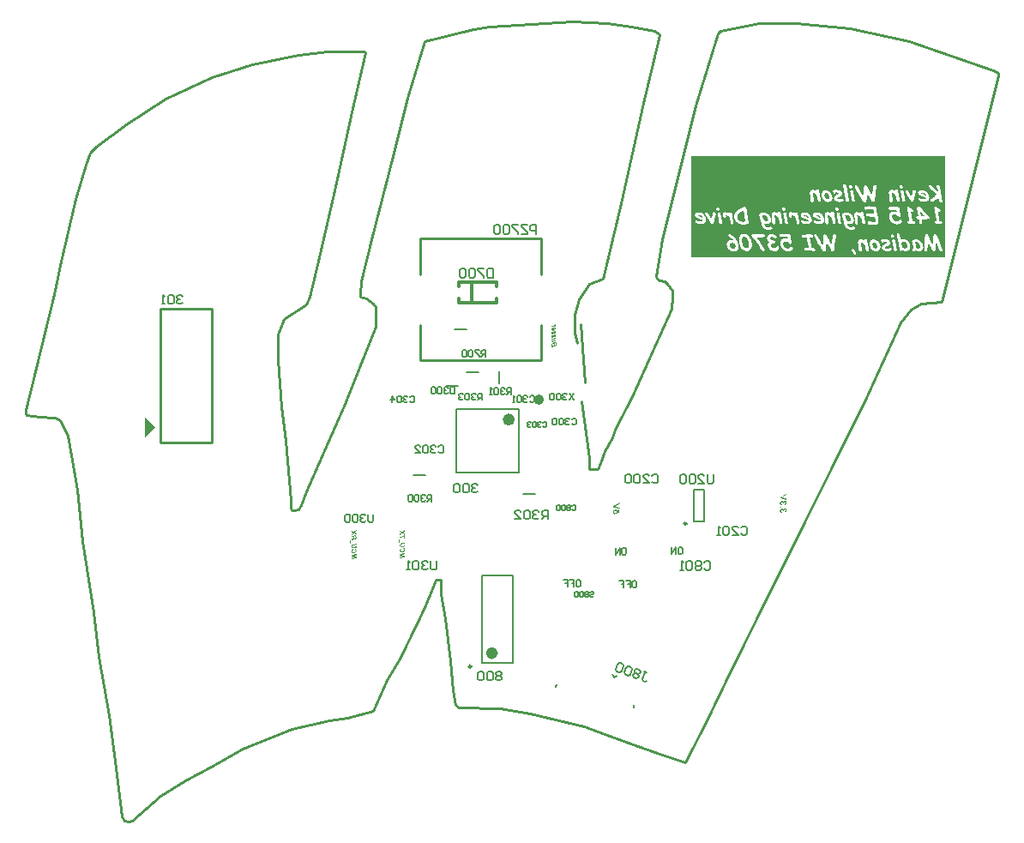
<source format=gbo>
G04*
G04 #@! TF.GenerationSoftware,Altium Limited,Altium Designer,18.0.9 (584)*
G04*
G04 Layer_Color=32896*
%FSLAX25Y25*%
%MOIN*%
G70*
G01*
G75*
%ADD10C,0.01000*%
%ADD116C,0.00984*%
%ADD117C,0.02362*%
%ADD118C,0.01968*%
%ADD119C,0.00787*%
%ADD120C,0.00500*%
%ADD121C,0.01181*%
%ADD122C,0.00700*%
G36*
X258700Y217400D02*
D01*
D02*
G37*
G36*
X252700Y311400D02*
X248700Y315400D01*
Y307400D01*
X252700Y311400D01*
D02*
G37*
G36*
X559800Y398634D02*
X559810D01*
Y388082D01*
Y377500D01*
X461110D01*
Y388082D01*
Y398634D01*
X461100D01*
Y416800D01*
X559800D01*
Y398634D01*
D02*
G37*
G36*
X408400Y351390D02*
X408410Y351358D01*
X408418Y351327D01*
X408423Y351303D01*
X408425Y351280D01*
X408427Y351265D01*
Y351250D01*
X408425Y351207D01*
X408415Y351165D01*
X408400Y351125D01*
X408380Y351087D01*
X408357Y351050D01*
X408332Y351012D01*
X408305Y350980D01*
X408278Y350950D01*
X408248Y350922D01*
X408220Y350898D01*
X408195Y350875D01*
X408173Y350857D01*
X408152Y350842D01*
X408138Y350833D01*
X408127Y350825D01*
X408125Y350822D01*
X408392Y350880D01*
Y350528D01*
X407000Y350237D01*
Y350612D01*
X407435Y350703D01*
X407482Y350712D01*
X407527Y350723D01*
X407570Y350732D01*
X407610Y350743D01*
X407645Y350752D01*
X407675Y350763D01*
X407705Y350770D01*
X407730Y350780D01*
X407753Y350787D01*
X407772Y350795D01*
X407788Y350800D01*
X407802Y350805D01*
X407812Y350810D01*
X407820Y350813D01*
X407823Y350815D01*
X407825D01*
X407870Y350837D01*
X407907Y350865D01*
X407942Y350890D01*
X407970Y350915D01*
X407993Y350938D01*
X408010Y350955D01*
X408020Y350968D01*
X408022Y350973D01*
X408047Y351010D01*
X408065Y351045D01*
X408080Y351080D01*
X408087Y351110D01*
X408092Y351135D01*
X408098Y351152D01*
Y351170D01*
X408095Y351213D01*
X408092Y351230D01*
X408087Y351248D01*
X408085Y351260D01*
X408080Y351270D01*
X408077Y351277D01*
Y351280D01*
X408385Y351425D01*
X408400Y351390D01*
D02*
G37*
G36*
X407877Y350143D02*
X407925Y350137D01*
X407972Y350130D01*
X408015Y350122D01*
X408055Y350110D01*
X408090Y350097D01*
X408122Y350082D01*
X408152Y350070D01*
X408180Y350055D01*
X408203Y350040D01*
X408222Y350027D01*
X408238Y350017D01*
X408250Y350008D01*
X408260Y350000D01*
X408265Y349995D01*
X408267Y349992D01*
X408295Y349962D01*
X408320Y349933D01*
X408343Y349900D01*
X408360Y349865D01*
X408375Y349833D01*
X408388Y349798D01*
X408407Y349735D01*
X408415Y349705D01*
X408420Y349675D01*
X408423Y349653D01*
X408425Y349630D01*
X408427Y349612D01*
Y349587D01*
X408425Y349515D01*
X408415Y349445D01*
X408400Y349380D01*
X408380Y349323D01*
X408357Y349265D01*
X408332Y349215D01*
X408305Y349170D01*
X408278Y349128D01*
X408248Y349090D01*
X408220Y349060D01*
X408195Y349032D01*
X408173Y349010D01*
X408152Y348992D01*
X408138Y348980D01*
X408127Y348973D01*
X408125Y348970D01*
X408082Y348942D01*
X408038Y348918D01*
X407995Y348898D01*
X407950Y348880D01*
X407907Y348865D01*
X407865Y348850D01*
X407823Y348840D01*
X407785Y348833D01*
X407748Y348825D01*
X407715Y348820D01*
X407685Y348817D01*
X407660Y348815D01*
X407640Y348813D01*
X407625D01*
X407615D01*
X407613D01*
X407560Y348815D01*
X407508Y348820D01*
X407460Y348828D01*
X407415Y348840D01*
X407375Y348852D01*
X407335Y348868D01*
X407300Y348885D01*
X407268Y348900D01*
X407240Y348918D01*
X407215Y348933D01*
X407193Y348948D01*
X407175Y348960D01*
X407160Y348973D01*
X407150Y348980D01*
X407145Y348985D01*
X407142Y348988D01*
X407113Y349023D01*
X407085Y349058D01*
X407060Y349095D01*
X407040Y349132D01*
X407022Y349170D01*
X407008Y349210D01*
X406997Y349248D01*
X406987Y349283D01*
X406980Y349315D01*
X406975Y349347D01*
X406970Y349375D01*
X406967Y349397D01*
X406965Y349417D01*
Y349445D01*
X406970Y349520D01*
X406980Y349587D01*
X406997Y349650D01*
X407015Y349705D01*
X407025Y349728D01*
X407032Y349750D01*
X407043Y349767D01*
X407050Y349782D01*
X407055Y349795D01*
X407060Y349805D01*
X407065Y349810D01*
Y349813D01*
X407107Y349872D01*
X407158Y349922D01*
X407207Y349970D01*
X407258Y350008D01*
X407303Y350038D01*
X407323Y350050D01*
X407340Y350060D01*
X407352Y350067D01*
X407363Y350073D01*
X407370Y350078D01*
X407373D01*
X407430Y349740D01*
X407395Y349720D01*
X407365Y349697D01*
X407340Y349673D01*
X407317Y349647D01*
X407298Y349625D01*
X407282Y349600D01*
X407270Y349575D01*
X407260Y349552D01*
X407245Y349510D01*
X407240Y349493D01*
X407237Y349475D01*
Y349463D01*
X407235Y349452D01*
Y349445D01*
X407237Y349405D01*
X407247Y349367D01*
X407263Y349335D01*
X407277Y349307D01*
X407293Y349285D01*
X407307Y349268D01*
X407317Y349255D01*
X407320Y349253D01*
X407355Y349225D01*
X407390Y349207D01*
X407428Y349193D01*
X407465Y349183D01*
X407498Y349178D01*
X407522Y349175D01*
X407533Y349172D01*
X407540D01*
X407543D01*
X407545D01*
X407555D01*
X407568Y349175D01*
X407578D01*
X407580D01*
Y350117D01*
X407622Y350128D01*
X407662Y350132D01*
X407705Y350137D01*
X407743Y350143D01*
X407775D01*
X407802Y350145D01*
X407812D01*
X407820D01*
X407823D01*
X407825D01*
X407877Y350143D01*
D02*
G37*
G36*
X408392Y347618D02*
X408100Y347555D01*
Y348178D01*
X407255Y347415D01*
X407000Y347360D01*
Y348498D01*
X407305Y348563D01*
Y347890D01*
X408168Y348662D01*
X408392Y348708D01*
Y347618D01*
D02*
G37*
G36*
Y346275D02*
X408100Y346213D01*
Y346835D01*
X407255Y346073D01*
X407000Y346018D01*
Y347155D01*
X407305Y347220D01*
Y346548D01*
X408168Y347320D01*
X408392Y347365D01*
Y346275D01*
D02*
G37*
G36*
Y345572D02*
X407727Y345423D01*
X407683Y345412D01*
X407645Y345403D01*
X407613Y345395D01*
X407587Y345388D01*
X407568Y345380D01*
X407552Y345377D01*
X407543Y345373D01*
X407540D01*
X407510Y345360D01*
X407485Y345347D01*
X407460Y345335D01*
X407443Y345325D01*
X407425Y345315D01*
X407415Y345310D01*
X407408Y345305D01*
X407405Y345303D01*
X407368Y345275D01*
X407340Y345248D01*
X407328Y345237D01*
X407320Y345228D01*
X407315Y345222D01*
X407312Y345220D01*
X407288Y345187D01*
X407268Y345158D01*
X407260Y345147D01*
X407258Y345138D01*
X407253Y345132D01*
Y345130D01*
X407242Y345097D01*
X407237Y345070D01*
X407235Y345060D01*
Y345042D01*
X407237Y345020D01*
X407242Y345000D01*
X407247Y344983D01*
X407258Y344968D01*
X407265Y344955D01*
X407270Y344945D01*
X407275Y344940D01*
X407277Y344937D01*
X407295Y344925D01*
X407312Y344915D01*
X407328Y344907D01*
X407345Y344902D01*
X407360Y344900D01*
X407370Y344898D01*
X407377D01*
X407380D01*
X407387D01*
X407400Y344900D01*
X407425Y344902D01*
X407455Y344907D01*
X407487Y344915D01*
X407517Y344922D01*
X407543Y344928D01*
X407550Y344930D01*
X407557D01*
X407562Y344933D01*
X407565D01*
X408392Y345117D01*
Y344742D01*
X407615Y344567D01*
X407578Y344560D01*
X407540Y344552D01*
X407508Y344545D01*
X407480Y344540D01*
X407452Y344535D01*
X407430Y344532D01*
X407410Y344528D01*
X407390Y344525D01*
X407375D01*
X407363Y344523D01*
X407342Y344520D01*
X407330D01*
X407328D01*
X407270Y344525D01*
X407218Y344535D01*
X407170Y344548D01*
X407132Y344565D01*
X407102Y344583D01*
X407080Y344595D01*
X407067Y344605D01*
X407062Y344610D01*
X407030Y344648D01*
X407005Y344688D01*
X406990Y344727D01*
X406978Y344770D01*
X406970Y344805D01*
X406967Y344832D01*
X406965Y344845D01*
Y344860D01*
X406967Y344907D01*
X406975Y344953D01*
X406985Y344995D01*
X407000Y345038D01*
X407015Y345077D01*
X407035Y345117D01*
X407055Y345152D01*
X407075Y345185D01*
X407095Y345215D01*
X407115Y345243D01*
X407135Y345265D01*
X407150Y345285D01*
X407165Y345303D01*
X407175Y345312D01*
X407183Y345320D01*
X407185Y345322D01*
X407000Y345283D01*
Y345633D01*
X408392Y345948D01*
Y345572D01*
D02*
G37*
G36*
X408500Y344298D02*
X408540Y344292D01*
X408577Y344283D01*
X408610Y344275D01*
X408635Y344265D01*
X408655Y344255D01*
X408668Y344250D01*
X408673Y344248D01*
X408708Y344228D01*
X408738Y344202D01*
X408765Y344178D01*
X408787Y344155D01*
X408805Y344132D01*
X408817Y344115D01*
X408825Y344103D01*
X408827Y344097D01*
X408848Y344060D01*
X408865Y344020D01*
X408880Y343980D01*
X408890Y343940D01*
X408897Y343907D01*
X408903Y343882D01*
X408905Y343872D01*
X408908Y343865D01*
Y343858D01*
X408910Y343840D01*
X408913Y343820D01*
X408918Y343775D01*
X408920Y343725D01*
Y343675D01*
X408922Y343630D01*
Y342900D01*
X407000Y342500D01*
Y343460D01*
X407002Y343513D01*
X407008Y343560D01*
X407010Y343605D01*
X407015Y343648D01*
X407022Y343688D01*
X407027Y343723D01*
X407035Y343755D01*
X407040Y343782D01*
X407045Y343808D01*
X407053Y343828D01*
X407058Y343845D01*
X407062Y343860D01*
X407065Y343870D01*
X407067Y343875D01*
Y343878D01*
X407097Y343940D01*
X407130Y343995D01*
X407167Y344040D01*
X407205Y344080D01*
X407237Y344110D01*
X407265Y344132D01*
X407275Y344140D01*
X407282Y344145D01*
X407288Y344150D01*
X407290D01*
X407350Y344182D01*
X407408Y344208D01*
X407463Y344225D01*
X407515Y344237D01*
X407557Y344245D01*
X407575Y344248D01*
X407590D01*
X407603Y344250D01*
X407613D01*
X407618D01*
X407620D01*
X407667Y344248D01*
X407713Y344237D01*
X407753Y344222D01*
X407788Y344208D01*
X407815Y344193D01*
X407837Y344178D01*
X407850Y344167D01*
X407855Y344165D01*
X407893Y344132D01*
X407923Y344095D01*
X407947Y344055D01*
X407968Y344020D01*
X407982Y343985D01*
X407993Y343960D01*
X407995Y343950D01*
X407998Y343942D01*
X408000Y343937D01*
Y343935D01*
X408025Y344000D01*
X408052Y344057D01*
X408082Y344105D01*
X408112Y344143D01*
X408138Y344173D01*
X408157Y344193D01*
X408173Y344205D01*
X408175Y344210D01*
X408178D01*
X408222Y344240D01*
X408270Y344263D01*
X408318Y344278D01*
X408360Y344290D01*
X408397Y344295D01*
X408415Y344298D01*
X408427D01*
X408440Y344300D01*
X408448D01*
X408453D01*
X408455D01*
X408500Y344298D01*
D02*
G37*
G36*
X433361Y281579D02*
X431423Y280517D01*
X433361Y280194D01*
Y279668D01*
X430800Y280124D01*
Y280690D01*
X433361Y282099D01*
Y281579D01*
D02*
G37*
G36*
X433327Y278053D02*
X432015Y277663D01*
X431986Y278076D01*
X432019Y278106D01*
X432045Y278139D01*
X432069Y278166D01*
X432089Y278193D01*
X432102Y278216D01*
X432112Y278233D01*
X432119Y278246D01*
X432122Y278249D01*
X432139Y278286D01*
X432149Y278319D01*
X432159Y278349D01*
X432162Y278379D01*
X432165Y278402D01*
X432169Y278422D01*
Y278439D01*
X432165Y278489D01*
X432155Y278532D01*
X432139Y278569D01*
X432122Y278599D01*
X432105Y278625D01*
X432089Y278642D01*
X432079Y278656D01*
X432075Y278659D01*
X432039Y278685D01*
X431995Y278706D01*
X431952Y278722D01*
X431906Y278732D01*
X431869Y278739D01*
X431836Y278742D01*
X431822D01*
X431812D01*
X431809D01*
X431806D01*
X431752D01*
X431699Y278735D01*
X431606Y278719D01*
X431563Y278709D01*
X431526Y278696D01*
X431489Y278682D01*
X431459Y278669D01*
X431429Y278656D01*
X431406Y278642D01*
X431386Y278629D01*
X431366Y278619D01*
X431353Y278609D01*
X431343Y278602D01*
X431340Y278599D01*
X431336Y278596D01*
X431306Y278569D01*
X431280Y278539D01*
X431256Y278512D01*
X431240Y278482D01*
X431206Y278429D01*
X431186Y278379D01*
X431176Y278336D01*
X431170Y278303D01*
X431166Y278289D01*
Y278273D01*
X431170Y278226D01*
X431180Y278186D01*
X431193Y278153D01*
X431210Y278123D01*
X431226Y278099D01*
X431240Y278079D01*
X431250Y278069D01*
X431253Y278066D01*
X431289Y278040D01*
X431333Y278019D01*
X431379Y278006D01*
X431423Y277996D01*
X431463Y277990D01*
X431493Y277986D01*
X431506D01*
X431516D01*
X431519D01*
X431523D01*
X431539D01*
X431556Y277990D01*
X431569D01*
X431576D01*
X431529Y277500D01*
X431466Y277503D01*
X431403Y277510D01*
X431346Y277520D01*
X431293Y277533D01*
X431243Y277550D01*
X431196Y277570D01*
X431153Y277587D01*
X431113Y277607D01*
X431080Y277626D01*
X431050Y277646D01*
X431023Y277663D01*
X431003Y277680D01*
X430986Y277693D01*
X430973Y277703D01*
X430967Y277710D01*
X430963Y277713D01*
X430927Y277753D01*
X430893Y277796D01*
X430867Y277840D01*
X430843Y277886D01*
X430823Y277930D01*
X430803Y277976D01*
X430780Y278059D01*
X430770Y278099D01*
X430763Y278136D01*
X430760Y278166D01*
X430757Y278196D01*
X430753Y278219D01*
Y278249D01*
X430760Y278343D01*
X430773Y278432D01*
X430797Y278516D01*
X430823Y278589D01*
X430833Y278622D01*
X430847Y278652D01*
X430860Y278676D01*
X430870Y278699D01*
X430877Y278715D01*
X430883Y278729D01*
X430890Y278735D01*
Y278739D01*
X430946Y278822D01*
X431010Y278895D01*
X431073Y278959D01*
X431136Y279009D01*
X431196Y279052D01*
X431220Y279068D01*
X431240Y279082D01*
X431259Y279092D01*
X431273Y279098D01*
X431280Y279105D01*
X431283D01*
X431379Y279148D01*
X431476Y279182D01*
X431563Y279205D01*
X431642Y279222D01*
X431679Y279228D01*
X431712Y279232D01*
X431739Y279235D01*
X431762D01*
X431782Y279238D01*
X431796D01*
X431806D01*
X431809D01*
X431869Y279235D01*
X431929Y279232D01*
X431982Y279222D01*
X432032Y279208D01*
X432079Y279195D01*
X432122Y279178D01*
X432162Y279162D01*
X432199Y279145D01*
X432232Y279125D01*
X432259Y279108D01*
X432282Y279092D01*
X432302Y279078D01*
X432318Y279065D01*
X432329Y279055D01*
X432335Y279052D01*
X432338Y279048D01*
X432375Y279012D01*
X432405Y278972D01*
X432432Y278932D01*
X432455Y278892D01*
X432475Y278852D01*
X432488Y278812D01*
X432515Y278735D01*
X432522Y278702D01*
X432528Y278669D01*
X432532Y278639D01*
X432535Y278615D01*
X432538Y278596D01*
Y278566D01*
X432535Y278512D01*
X432532Y278469D01*
X432528Y278449D01*
X432525Y278436D01*
X432522Y278426D01*
Y278422D01*
X432508Y278369D01*
X432498Y278343D01*
X432492Y278323D01*
X432482Y278303D01*
X432478Y278289D01*
X432472Y278279D01*
Y278276D01*
X432871Y278396D01*
Y279245D01*
X433327Y279338D01*
Y278053D01*
D02*
G37*
G36*
X349922Y271042D02*
X349587Y270743D01*
X349540Y270700D01*
X349487Y270655D01*
X349435Y270610D01*
X349385Y270567D01*
X349342Y270530D01*
X349323Y270515D01*
X349307Y270502D01*
X349292Y270490D01*
X349283Y270482D01*
X349277Y270478D01*
X349275Y270475D01*
X349288Y270467D01*
X349300Y270462D01*
X349305Y270460D01*
X349307Y270458D01*
X349350Y270438D01*
X349388Y270417D01*
X349423Y270400D01*
X349450Y270388D01*
X349475Y270375D01*
X349498Y270362D01*
X349515Y270355D01*
X349530Y270347D01*
X349542Y270342D01*
X349550Y270338D01*
X349563Y270330D01*
X349568Y270327D01*
X349570D01*
X349922Y270138D01*
Y269727D01*
X348968Y270205D01*
X348000Y269357D01*
Y269872D01*
X348288Y270132D01*
X348330Y270170D01*
X348368Y270202D01*
X348403Y270233D01*
X348435Y270260D01*
X348463Y270285D01*
X348487Y270305D01*
X348510Y270322D01*
X348530Y270340D01*
X348545Y270353D01*
X348560Y270362D01*
X348580Y270380D01*
X348592Y270388D01*
X348595Y270390D01*
X348575Y270397D01*
X348555Y270408D01*
X348505Y270430D01*
X348452Y270455D01*
X348400Y270480D01*
X348353Y270505D01*
X348333Y270515D01*
X348315Y270525D01*
X348298Y270532D01*
X348288Y270537D01*
X348280Y270543D01*
X348277D01*
X348000Y270690D01*
Y271137D01*
X348910Y270662D01*
X349922Y271545D01*
Y271042D01*
D02*
G37*
G36*
Y268187D02*
X349603Y268123D01*
Y268685D01*
X348000Y268350D01*
Y268747D01*
X349603Y269082D01*
Y269637D01*
X349922Y269703D01*
Y268187D01*
D02*
G37*
G36*
X347708Y266283D02*
X347470D01*
Y267812D01*
X347708D01*
Y266283D01*
D02*
G37*
G36*
X349922Y266095D02*
X348870Y265875D01*
X348825Y265865D01*
X348782Y265852D01*
X348743Y265843D01*
X348705Y265832D01*
X348673Y265823D01*
X348642Y265812D01*
X348618Y265805D01*
X348592Y265795D01*
X348572Y265788D01*
X348555Y265782D01*
X348540Y265775D01*
X348528Y265770D01*
X348520Y265765D01*
X348513Y265762D01*
X348510Y265760D01*
X348507D01*
X348470Y265738D01*
X348438Y265712D01*
X348410Y265685D01*
X348388Y265660D01*
X348370Y265637D01*
X348358Y265620D01*
X348350Y265608D01*
X348347Y265602D01*
X348330Y265563D01*
X348318Y265520D01*
X348307Y265477D01*
X348303Y265438D01*
X348298Y265403D01*
X348295Y265372D01*
Y265348D01*
X348298Y265287D01*
X348305Y265235D01*
X348318Y265188D01*
X348330Y265153D01*
X348340Y265123D01*
X348353Y265103D01*
X348360Y265090D01*
X348362Y265085D01*
X348390Y265055D01*
X348417Y265033D01*
X348447Y265018D01*
X348475Y265007D01*
X348498Y265000D01*
X348517Y264998D01*
X348530Y264995D01*
X348535D01*
X348570Y265000D01*
X348598Y265002D01*
X348607Y265005D01*
X348615Y265007D01*
X348618D01*
X348620D01*
X348875Y265062D01*
X349922Y265295D01*
Y264900D01*
X348907Y264675D01*
X348872Y264668D01*
X348840Y264660D01*
X348813Y264655D01*
X348787Y264648D01*
X348765Y264643D01*
X348745Y264640D01*
X348730Y264635D01*
X348715Y264633D01*
X348692Y264630D01*
X348680Y264628D01*
X348673Y264625D01*
X348670D01*
X348625Y264617D01*
X348605Y264615D01*
X348587D01*
X348572Y264613D01*
X348563D01*
X348555D01*
X348552D01*
X348505Y264615D01*
X348460Y264620D01*
X348417Y264630D01*
X348377Y264643D01*
X348340Y264655D01*
X348305Y264670D01*
X348275Y264687D01*
X348245Y264705D01*
X348220Y264722D01*
X348195Y264740D01*
X348175Y264755D01*
X348160Y264768D01*
X348148Y264780D01*
X348137Y264790D01*
X348132Y264795D01*
X348130Y264797D01*
X348100Y264835D01*
X348075Y264873D01*
X348053Y264915D01*
X348035Y264960D01*
X348018Y265002D01*
X348005Y265048D01*
X347985Y265132D01*
X347980Y265173D01*
X347975Y265210D01*
X347970Y265245D01*
X347968Y265272D01*
X347965Y265298D01*
Y265330D01*
X347968Y265383D01*
X347970Y265435D01*
X347975Y265482D01*
X347983Y265530D01*
X347990Y265573D01*
X347997Y265613D01*
X348007Y265648D01*
X348018Y265680D01*
X348027Y265710D01*
X348038Y265738D01*
X348045Y265760D01*
X348053Y265777D01*
X348060Y265792D01*
X348065Y265805D01*
X348070Y265810D01*
Y265812D01*
X348113Y265880D01*
X348158Y265937D01*
X348202Y265985D01*
X348245Y266025D01*
X348285Y266055D01*
X348300Y266068D01*
X348315Y266077D01*
X348327Y266085D01*
X348335Y266090D01*
X348340Y266095D01*
X348342D01*
X348375Y266112D01*
X348412Y266130D01*
X348490Y266162D01*
X348572Y266190D01*
X348653Y266215D01*
X348688Y266225D01*
X348723Y266235D01*
X348752Y266243D01*
X348780Y266250D01*
X348802Y266255D01*
X348817Y266260D01*
X348830Y266263D01*
X348833D01*
X349922Y266488D01*
Y266095D01*
D02*
G37*
G36*
X349388Y264422D02*
X349437Y264410D01*
X349485Y264395D01*
X349528Y264380D01*
X349568Y264363D01*
X349605Y264342D01*
X349640Y264322D01*
X349670Y264302D01*
X349697Y264285D01*
X349723Y264265D01*
X349743Y264247D01*
X349760Y264232D01*
X349773Y264220D01*
X349782Y264210D01*
X349787Y264205D01*
X349790Y264202D01*
X349820Y264165D01*
X349845Y264125D01*
X349868Y264085D01*
X349887Y264042D01*
X349903Y264000D01*
X349918Y263958D01*
X349938Y263878D01*
X349942Y263840D01*
X349948Y263808D01*
X349953Y263775D01*
X349955Y263750D01*
X349957Y263727D01*
Y263698D01*
X349955Y263645D01*
X349953Y263595D01*
X349945Y263547D01*
X349935Y263500D01*
X349925Y263455D01*
X349913Y263412D01*
X349898Y263372D01*
X349885Y263335D01*
X349872Y263302D01*
X349857Y263273D01*
X349845Y263245D01*
X349835Y263225D01*
X349825Y263208D01*
X349820Y263193D01*
X349815Y263185D01*
X349813Y263182D01*
X349785Y263140D01*
X349752Y263100D01*
X349720Y263063D01*
X349685Y263025D01*
X349653Y262993D01*
X349618Y262963D01*
X349583Y262935D01*
X349550Y262910D01*
X349517Y262888D01*
X349490Y262870D01*
X349463Y262853D01*
X349440Y262840D01*
X349420Y262830D01*
X349408Y262820D01*
X349397Y262818D01*
X349395Y262815D01*
X349342Y262792D01*
X349290Y262772D01*
X349237Y262753D01*
X349187Y262737D01*
X349085Y262715D01*
X349038Y262705D01*
X348992Y262700D01*
X348950Y262692D01*
X348913Y262690D01*
X348880Y262687D01*
X348850Y262685D01*
X348828Y262683D01*
X348810D01*
X348800D01*
X348795D01*
X348723Y262685D01*
X348653Y262690D01*
X348587Y262700D01*
X348528Y262713D01*
X348472Y262727D01*
X348423Y262745D01*
X348375Y262762D01*
X348335Y262783D01*
X348298Y262800D01*
X348265Y262818D01*
X348240Y262835D01*
X348218Y262850D01*
X348200Y262862D01*
X348187Y262873D01*
X348180Y262877D01*
X348178Y262880D01*
X348140Y262920D01*
X348108Y262960D01*
X348080Y263005D01*
X348055Y263050D01*
X348035Y263095D01*
X348018Y263142D01*
X348003Y263188D01*
X347992Y263230D01*
X347983Y263273D01*
X347977Y263310D01*
X347972Y263345D01*
X347968Y263375D01*
Y263398D01*
X347965Y263418D01*
Y263433D01*
X347968Y263490D01*
X347972Y263545D01*
X347980Y263600D01*
X347992Y263650D01*
X348005Y263698D01*
X348020Y263742D01*
X348035Y263785D01*
X348050Y263823D01*
X348065Y263858D01*
X348082Y263888D01*
X348095Y263915D01*
X348108Y263937D01*
X348120Y263955D01*
X348128Y263967D01*
X348132Y263975D01*
X348135Y263978D01*
X348167Y264020D01*
X348205Y264060D01*
X348242Y264097D01*
X348285Y264132D01*
X348325Y264162D01*
X348365Y264193D01*
X348405Y264217D01*
X348445Y264243D01*
X348482Y264263D01*
X348517Y264280D01*
X348548Y264295D01*
X348575Y264307D01*
X348598Y264317D01*
X348612Y264325D01*
X348625Y264328D01*
X348627Y264330D01*
X348690Y263932D01*
X348620Y263905D01*
X348560Y263875D01*
X348510Y263843D01*
X348467Y263812D01*
X348435Y263785D01*
X348412Y263760D01*
X348397Y263745D01*
X348393Y263742D01*
Y263740D01*
X348360Y263692D01*
X348335Y263643D01*
X348320Y263595D01*
X348307Y263550D01*
X348300Y263512D01*
X348298Y263497D01*
Y263485D01*
X348295Y263473D01*
Y263457D01*
X348298Y263427D01*
X348300Y263398D01*
X348315Y263345D01*
X348335Y263298D01*
X348358Y263258D01*
X348380Y263225D01*
X348400Y263203D01*
X348415Y263188D01*
X348417Y263185D01*
X348420Y263182D01*
X348445Y263162D01*
X348472Y263147D01*
X348530Y263120D01*
X348590Y263100D01*
X348647Y263088D01*
X348697Y263077D01*
X348720Y263075D01*
X348740D01*
X348755Y263072D01*
X348767D01*
X348775D01*
X348778D01*
X348857Y263075D01*
X348933Y263085D01*
X349005Y263100D01*
X349070Y263115D01*
X349097Y263123D01*
X349125Y263130D01*
X349148Y263138D01*
X349165Y263145D01*
X349183Y263150D01*
X349193Y263155D01*
X349200Y263158D01*
X349202D01*
X349240Y263175D01*
X349277Y263193D01*
X349310Y263210D01*
X349340Y263228D01*
X349370Y263247D01*
X349395Y263265D01*
X349417Y263285D01*
X349437Y263302D01*
X349472Y263335D01*
X349495Y263360D01*
X349505Y263370D01*
X349510Y263377D01*
X349515Y263380D01*
Y263383D01*
X349550Y263438D01*
X349575Y263490D01*
X349592Y263543D01*
X349605Y263590D01*
X349612Y263630D01*
X349615Y263648D01*
Y263663D01*
X349618Y263675D01*
Y263690D01*
X349615Y263742D01*
X349605Y263790D01*
X349592Y263830D01*
X349580Y263865D01*
X349565Y263893D01*
X349552Y263910D01*
X349542Y263923D01*
X349540Y263928D01*
X349507Y263958D01*
X349470Y263985D01*
X349430Y264005D01*
X349393Y264022D01*
X349355Y264035D01*
X349327Y264042D01*
X349315Y264048D01*
X349307D01*
X349303Y264050D01*
X349300D01*
X349335Y264430D01*
X349388Y264422D01*
D02*
G37*
G36*
X349922Y261928D02*
X348598Y261325D01*
X349922Y261265D01*
Y260700D01*
X348000Y260300D01*
Y260658D01*
X349605Y260960D01*
X348000Y261033D01*
Y261407D01*
X349595Y262120D01*
X348000Y261788D01*
Y262145D01*
X349922Y262495D01*
Y261928D01*
D02*
G37*
G36*
X331023Y270942D02*
X330687Y270642D01*
X330640Y270600D01*
X330588Y270555D01*
X330535Y270510D01*
X330485Y270467D01*
X330443Y270430D01*
X330422Y270415D01*
X330408Y270403D01*
X330393Y270390D01*
X330382Y270382D01*
X330378Y270377D01*
X330375Y270375D01*
X330387Y270368D01*
X330400Y270362D01*
X330405Y270360D01*
X330408Y270357D01*
X330450Y270338D01*
X330487Y270318D01*
X330522Y270300D01*
X330550Y270287D01*
X330575Y270275D01*
X330597Y270263D01*
X330615Y270255D01*
X330630Y270248D01*
X330643Y270243D01*
X330650Y270237D01*
X330662Y270230D01*
X330667Y270228D01*
X330670D01*
X331023Y270038D01*
Y269627D01*
X330067Y270105D01*
X329100Y269257D01*
Y269773D01*
X329387Y270033D01*
X329430Y270070D01*
X329468Y270103D01*
X329503Y270132D01*
X329535Y270160D01*
X329562Y270185D01*
X329588Y270205D01*
X329610Y270222D01*
X329630Y270240D01*
X329645Y270252D01*
X329660Y270263D01*
X329680Y270280D01*
X329693Y270287D01*
X329695Y270290D01*
X329675Y270298D01*
X329655Y270307D01*
X329605Y270330D01*
X329553Y270355D01*
X329500Y270380D01*
X329452Y270405D01*
X329433Y270415D01*
X329415Y270425D01*
X329398Y270432D01*
X329387Y270438D01*
X329380Y270443D01*
X329378D01*
X329100Y270590D01*
Y271038D01*
X330010Y270563D01*
X331023Y271445D01*
Y270942D01*
D02*
G37*
G36*
X330580Y269388D02*
X330635Y269377D01*
X330685Y269365D01*
X330728Y269353D01*
X330763Y269338D01*
X330787Y269325D01*
X330798Y269320D01*
X330805Y269315D01*
X330807Y269313D01*
X330810D01*
X330853Y269283D01*
X330888Y269250D01*
X330915Y269217D01*
X330938Y269185D01*
X330955Y269158D01*
X330965Y269135D01*
X330973Y269120D01*
X330975Y269117D01*
Y269115D01*
X330990Y269065D01*
X331002Y269010D01*
X331010Y268952D01*
X331017Y268898D01*
X331020Y268847D01*
Y268828D01*
X331023Y268810D01*
Y267917D01*
X329100Y267517D01*
Y267913D01*
X329897Y268080D01*
Y268240D01*
X329895Y268290D01*
X329892Y268330D01*
X329885Y268365D01*
X329877Y268392D01*
X329870Y268412D01*
X329865Y268427D01*
X329860Y268435D01*
X329857Y268438D01*
X329845Y268455D01*
X329830Y268473D01*
X329792Y268502D01*
X329750Y268532D01*
X329710Y268558D01*
X329670Y268580D01*
X329653Y268587D01*
X329638Y268595D01*
X329625Y268602D01*
X329615Y268607D01*
X329610Y268610D01*
X329608D01*
X329545Y268637D01*
X329487Y268663D01*
X329433Y268685D01*
X329382Y268705D01*
X329338Y268723D01*
X329295Y268740D01*
X329257Y268755D01*
X329225Y268767D01*
X329195Y268777D01*
X329170Y268788D01*
X329148Y268795D01*
X329130Y268802D01*
X329117Y268808D01*
X329107Y268810D01*
X329102Y268812D01*
X329100D01*
Y269237D01*
X329175Y269208D01*
X329245Y269178D01*
X329310Y269150D01*
X329373Y269123D01*
X329430Y269095D01*
X329480Y269073D01*
X329527Y269050D01*
X329573Y269027D01*
X329610Y269010D01*
X329643Y268992D01*
X329670Y268977D01*
X329693Y268965D01*
X329713Y268955D01*
X329725Y268948D01*
X329732Y268945D01*
X329735Y268942D01*
X329775Y268917D01*
X329810Y268893D01*
X329842Y268867D01*
X329868Y268845D01*
X329888Y268825D01*
X329903Y268810D01*
X329912Y268800D01*
X329915Y268797D01*
X329925Y268852D01*
X329935Y268902D01*
X329947Y268950D01*
X329962Y268992D01*
X329977Y269033D01*
X329995Y269070D01*
X330012Y269103D01*
X330030Y269132D01*
X330045Y269158D01*
X330060Y269180D01*
X330075Y269200D01*
X330087Y269215D01*
X330098Y269228D01*
X330105Y269235D01*
X330110Y269240D01*
X330113Y269243D01*
X330142Y269268D01*
X330175Y269292D01*
X330210Y269310D01*
X330242Y269327D01*
X330277Y269342D01*
X330310Y269355D01*
X330375Y269373D01*
X330405Y269377D01*
X330433Y269383D01*
X330455Y269385D01*
X330477Y269388D01*
X330495Y269390D01*
X330507D01*
X330515D01*
X330518D01*
X330580Y269388D01*
D02*
G37*
G36*
X328807Y265882D02*
X328570D01*
Y267412D01*
X328807D01*
Y265882D01*
D02*
G37*
G36*
X331023Y265695D02*
X329970Y265475D01*
X329925Y265465D01*
X329883Y265453D01*
X329842Y265442D01*
X329805Y265433D01*
X329772Y265423D01*
X329743Y265412D01*
X329717Y265405D01*
X329693Y265395D01*
X329673Y265388D01*
X329655Y265383D01*
X329640Y265375D01*
X329627Y265370D01*
X329620Y265365D01*
X329612Y265363D01*
X329610Y265360D01*
X329608D01*
X329570Y265337D01*
X329538Y265313D01*
X329510Y265285D01*
X329487Y265260D01*
X329470Y265237D01*
X329457Y265220D01*
X329450Y265208D01*
X329448Y265202D01*
X329430Y265162D01*
X329417Y265120D01*
X329408Y265077D01*
X329402Y265037D01*
X329398Y265002D01*
X329395Y264972D01*
Y264948D01*
X329398Y264887D01*
X329405Y264835D01*
X329417Y264788D01*
X329430Y264753D01*
X329440Y264722D01*
X329452Y264703D01*
X329460Y264690D01*
X329463Y264685D01*
X329490Y264655D01*
X329518Y264633D01*
X329548Y264617D01*
X329575Y264608D01*
X329597Y264600D01*
X329618Y264598D01*
X329630Y264595D01*
X329635D01*
X329670Y264600D01*
X329697Y264602D01*
X329708Y264605D01*
X329715Y264608D01*
X329717D01*
X329720D01*
X329975Y264663D01*
X331023Y264895D01*
Y264500D01*
X330008Y264275D01*
X329973Y264267D01*
X329940Y264260D01*
X329912Y264255D01*
X329888Y264247D01*
X329865Y264243D01*
X329845Y264240D01*
X329830Y264235D01*
X329815Y264232D01*
X329792Y264230D01*
X329780Y264228D01*
X329772Y264225D01*
X329770D01*
X329725Y264217D01*
X329705Y264215D01*
X329688D01*
X329673Y264212D01*
X329662D01*
X329655D01*
X329653D01*
X329605Y264215D01*
X329560Y264220D01*
X329518Y264230D01*
X329478Y264243D01*
X329440Y264255D01*
X329405Y264270D01*
X329375Y264287D01*
X329345Y264305D01*
X329320Y264322D01*
X329295Y264340D01*
X329275Y264355D01*
X329260Y264368D01*
X329247Y264380D01*
X329238Y264390D01*
X329233Y264395D01*
X329230Y264398D01*
X329200Y264435D01*
X329175Y264473D01*
X329152Y264515D01*
X329135Y264560D01*
X329117Y264602D01*
X329105Y264648D01*
X329085Y264733D01*
X329080Y264773D01*
X329075Y264810D01*
X329070Y264845D01*
X329067Y264873D01*
X329065Y264897D01*
Y264930D01*
X329067Y264983D01*
X329070Y265035D01*
X329075Y265083D01*
X329082Y265130D01*
X329090Y265173D01*
X329098Y265212D01*
X329107Y265248D01*
X329117Y265280D01*
X329128Y265310D01*
X329137Y265337D01*
X329145Y265360D01*
X329152Y265377D01*
X329160Y265392D01*
X329165Y265405D01*
X329170Y265410D01*
Y265412D01*
X329212Y265480D01*
X329257Y265538D01*
X329303Y265585D01*
X329345Y265625D01*
X329385Y265655D01*
X329400Y265668D01*
X329415Y265677D01*
X329428Y265685D01*
X329435Y265690D01*
X329440Y265695D01*
X329443D01*
X329475Y265712D01*
X329513Y265730D01*
X329590Y265762D01*
X329673Y265790D01*
X329752Y265815D01*
X329787Y265825D01*
X329822Y265835D01*
X329853Y265843D01*
X329880Y265850D01*
X329903Y265855D01*
X329918Y265860D01*
X329930Y265862D01*
X329932D01*
X331023Y266088D01*
Y265695D01*
D02*
G37*
G36*
X330487Y264022D02*
X330538Y264010D01*
X330585Y263995D01*
X330627Y263980D01*
X330667Y263963D01*
X330705Y263943D01*
X330740Y263923D01*
X330770Y263902D01*
X330798Y263885D01*
X330822Y263865D01*
X330842Y263847D01*
X330860Y263832D01*
X330873Y263820D01*
X330883Y263810D01*
X330888Y263805D01*
X330890Y263803D01*
X330920Y263765D01*
X330945Y263725D01*
X330967Y263685D01*
X330988Y263643D01*
X331002Y263600D01*
X331017Y263558D01*
X331037Y263477D01*
X331043Y263440D01*
X331048Y263407D01*
X331052Y263375D01*
X331055Y263350D01*
X331058Y263328D01*
Y263298D01*
X331055Y263245D01*
X331052Y263195D01*
X331045Y263147D01*
X331035Y263100D01*
X331025Y263055D01*
X331013Y263013D01*
X330997Y262972D01*
X330985Y262935D01*
X330973Y262902D01*
X330958Y262873D01*
X330945Y262845D01*
X330935Y262825D01*
X330925Y262807D01*
X330920Y262792D01*
X330915Y262785D01*
X330912Y262783D01*
X330885Y262740D01*
X330853Y262700D01*
X330820Y262663D01*
X330785Y262625D01*
X330752Y262593D01*
X330717Y262562D01*
X330682Y262535D01*
X330650Y262510D01*
X330617Y262488D01*
X330590Y262470D01*
X330562Y262453D01*
X330540Y262440D01*
X330520Y262430D01*
X330507Y262420D01*
X330498Y262418D01*
X330495Y262415D01*
X330443Y262392D01*
X330390Y262372D01*
X330338Y262352D01*
X330288Y262337D01*
X330185Y262315D01*
X330137Y262305D01*
X330093Y262300D01*
X330050Y262293D01*
X330012Y262290D01*
X329980Y262287D01*
X329950Y262285D01*
X329927Y262282D01*
X329910D01*
X329900D01*
X329895D01*
X329822Y262285D01*
X329752Y262290D01*
X329688Y262300D01*
X329627Y262313D01*
X329573Y262328D01*
X329522Y262345D01*
X329475Y262363D01*
X329435Y262383D01*
X329398Y262400D01*
X329365Y262418D01*
X329340Y262435D01*
X329317Y262450D01*
X329300Y262462D01*
X329288Y262473D01*
X329280Y262477D01*
X329277Y262480D01*
X329240Y262520D01*
X329207Y262560D01*
X329180Y262605D01*
X329155Y262650D01*
X329135Y262695D01*
X329117Y262742D01*
X329102Y262788D01*
X329093Y262830D01*
X329082Y262873D01*
X329078Y262910D01*
X329072Y262945D01*
X329067Y262975D01*
Y262998D01*
X329065Y263018D01*
Y263033D01*
X329067Y263090D01*
X329072Y263145D01*
X329080Y263200D01*
X329093Y263250D01*
X329105Y263298D01*
X329120Y263342D01*
X329135Y263385D01*
X329150Y263422D01*
X329165Y263457D01*
X329183Y263488D01*
X329195Y263515D01*
X329207Y263538D01*
X329220Y263555D01*
X329227Y263567D01*
X329233Y263575D01*
X329235Y263578D01*
X329268Y263620D01*
X329305Y263660D01*
X329343Y263698D01*
X329385Y263733D01*
X329425Y263762D01*
X329465Y263792D01*
X329505Y263818D01*
X329545Y263843D01*
X329583Y263862D01*
X329618Y263880D01*
X329647Y263895D01*
X329675Y263908D01*
X329697Y263917D01*
X329713Y263925D01*
X329725Y263928D01*
X329728Y263930D01*
X329790Y263532D01*
X329720Y263505D01*
X329660Y263475D01*
X329610Y263442D01*
X329568Y263412D01*
X329535Y263385D01*
X329513Y263360D01*
X329498Y263345D01*
X329492Y263342D01*
Y263340D01*
X329460Y263293D01*
X329435Y263243D01*
X329420Y263195D01*
X329408Y263150D01*
X329400Y263112D01*
X329398Y263098D01*
Y263085D01*
X329395Y263072D01*
Y263057D01*
X329398Y263028D01*
X329400Y262998D01*
X329415Y262945D01*
X329435Y262897D01*
X329457Y262858D01*
X329480Y262825D01*
X329500Y262803D01*
X329515Y262788D01*
X329518Y262785D01*
X329520Y262783D01*
X329545Y262762D01*
X329573Y262748D01*
X329630Y262720D01*
X329690Y262700D01*
X329748Y262687D01*
X329798Y262678D01*
X329820Y262675D01*
X329840D01*
X329855Y262672D01*
X329868D01*
X329875D01*
X329877D01*
X329958Y262675D01*
X330032Y262685D01*
X330105Y262700D01*
X330170Y262715D01*
X330198Y262722D01*
X330225Y262730D01*
X330247Y262737D01*
X330265Y262745D01*
X330282Y262750D01*
X330293Y262755D01*
X330300Y262757D01*
X330303D01*
X330340Y262775D01*
X330378Y262792D01*
X330410Y262810D01*
X330440Y262827D01*
X330470Y262847D01*
X330495Y262865D01*
X330518Y262885D01*
X330538Y262902D01*
X330573Y262935D01*
X330595Y262960D01*
X330605Y262970D01*
X330610Y262978D01*
X330615Y262980D01*
Y262983D01*
X330650Y263037D01*
X330675Y263090D01*
X330693Y263142D01*
X330705Y263190D01*
X330713Y263230D01*
X330715Y263247D01*
Y263263D01*
X330717Y263275D01*
Y263290D01*
X330715Y263342D01*
X330705Y263390D01*
X330693Y263430D01*
X330680Y263465D01*
X330665Y263492D01*
X330652Y263510D01*
X330643Y263523D01*
X330640Y263527D01*
X330608Y263558D01*
X330570Y263585D01*
X330530Y263605D01*
X330492Y263622D01*
X330455Y263635D01*
X330428Y263643D01*
X330415Y263648D01*
X330408D01*
X330402Y263650D01*
X330400D01*
X330435Y264030D01*
X330487Y264022D01*
D02*
G37*
G36*
X331023Y261527D02*
X329697Y260925D01*
X331023Y260865D01*
Y260300D01*
X329100Y259900D01*
Y260258D01*
X330705Y260560D01*
X329100Y260632D01*
Y261007D01*
X330695Y261720D01*
X329100Y261387D01*
Y261745D01*
X331023Y262095D01*
Y261527D01*
D02*
G37*
G36*
X498261Y285003D02*
X496323Y283941D01*
X498261Y283618D01*
Y283091D01*
X495700Y283548D01*
Y284114D01*
X498261Y285522D01*
Y285003D01*
D02*
G37*
G36*
X497655Y282695D02*
X497705Y282692D01*
X497795Y282669D01*
X497874Y282642D01*
X497941Y282609D01*
X497971Y282589D01*
X497998Y282572D01*
X498021Y282559D01*
X498041Y282545D01*
X498054Y282532D01*
X498064Y282522D01*
X498071Y282519D01*
X498074Y282515D01*
X498111Y282479D01*
X498141Y282439D01*
X498168Y282399D01*
X498191Y282355D01*
X498211Y282309D01*
X498224Y282266D01*
X498251Y282179D01*
X498257Y282139D01*
X498264Y282099D01*
X498267Y282066D01*
X498271Y282036D01*
X498274Y282013D01*
Y281979D01*
X498271Y281916D01*
X498264Y281856D01*
X498254Y281799D01*
X498238Y281743D01*
X498221Y281693D01*
X498204Y281646D01*
X498181Y281600D01*
X498161Y281560D01*
X498141Y281526D01*
X498121Y281493D01*
X498101Y281466D01*
X498084Y281443D01*
X498068Y281423D01*
X498058Y281410D01*
X498051Y281403D01*
X498048Y281400D01*
X497984Y281347D01*
X497915Y281297D01*
X497845Y281257D01*
X497775Y281223D01*
X497711Y281197D01*
X497685Y281183D01*
X497661Y281177D01*
X497641Y281170D01*
X497628Y281163D01*
X497618Y281160D01*
X497615D01*
X497525Y281616D01*
X497591Y281636D01*
X497648Y281660D01*
X497695Y281680D01*
X497731Y281703D01*
X497758Y281719D01*
X497778Y281736D01*
X497791Y281746D01*
X497795Y281750D01*
X497821Y281783D01*
X497841Y281816D01*
X497855Y281849D01*
X497864Y281879D01*
X497871Y281906D01*
X497874Y281926D01*
Y281946D01*
X497871Y281986D01*
X497864Y282023D01*
X497851Y282052D01*
X497838Y282079D01*
X497824Y282102D01*
X497811Y282116D01*
X497805Y282126D01*
X497801Y282129D01*
X497771Y282152D01*
X497741Y282172D01*
X497708Y282186D01*
X497675Y282192D01*
X497648Y282199D01*
X497625Y282202D01*
X497611D01*
X497605D01*
X497542Y282199D01*
X497488Y282186D01*
X497438Y282169D01*
X497398Y282149D01*
X497368Y282129D01*
X497345Y282112D01*
X497328Y282099D01*
X497325Y282096D01*
X497292Y282052D01*
X497268Y282006D01*
X497248Y281956D01*
X497238Y281906D01*
X497232Y281863D01*
X497228Y281826D01*
X497225Y281813D01*
Y281773D01*
X497228Y281756D01*
Y281739D01*
X496809Y281656D01*
X496815Y281686D01*
X496819Y281710D01*
Y281733D01*
X496815Y281786D01*
X496806Y281836D01*
X496789Y281876D01*
X496772Y281913D01*
X496756Y281939D01*
X496739Y281959D01*
X496729Y281973D01*
X496726Y281976D01*
X496689Y282006D01*
X496649Y282029D01*
X496606Y282043D01*
X496566Y282056D01*
X496529Y282063D01*
X496502Y282066D01*
X496483D01*
X496479D01*
X496476D01*
X496409Y282063D01*
X496353Y282049D01*
X496299Y282029D01*
X496256Y282009D01*
X496223Y281989D01*
X496196Y281969D01*
X496183Y281956D01*
X496176Y281953D01*
X496140Y281909D01*
X496110Y281859D01*
X496090Y281813D01*
X496076Y281769D01*
X496070Y281730D01*
X496066Y281699D01*
X496063Y281676D01*
Y281670D01*
X496066Y281623D01*
X496076Y281583D01*
X496086Y281550D01*
X496103Y281520D01*
X496116Y281496D01*
X496126Y281476D01*
X496136Y281466D01*
X496140Y281463D01*
X496176Y281436D01*
X496219Y281413D01*
X496266Y281397D01*
X496313Y281383D01*
X496356Y281373D01*
X496393Y281366D01*
X496406Y281363D01*
X496416Y281360D01*
X496423D01*
X496426D01*
X496366Y280880D01*
X496303Y280890D01*
X496246Y280904D01*
X496193Y280920D01*
X496140Y280937D01*
X496093Y280957D01*
X496050Y280980D01*
X496010Y281000D01*
X495976Y281024D01*
X495943Y281044D01*
X495916Y281064D01*
X495893Y281083D01*
X495873Y281100D01*
X495860Y281114D01*
X495850Y281123D01*
X495843Y281130D01*
X495840Y281133D01*
X495807Y281173D01*
X495780Y281217D01*
X495753Y281260D01*
X495733Y281307D01*
X495700Y281393D01*
X495677Y281480D01*
X495670Y281516D01*
X495663Y281553D01*
X495660Y281586D01*
X495657Y281613D01*
X495653Y281636D01*
Y281666D01*
X495657Y281746D01*
X495667Y281819D01*
X495683Y281893D01*
X495703Y281959D01*
X495730Y282023D01*
X495757Y282079D01*
X495783Y282132D01*
X495817Y282182D01*
X495847Y282226D01*
X495873Y282262D01*
X495903Y282296D01*
X495926Y282322D01*
X495946Y282346D01*
X495963Y282359D01*
X495973Y282369D01*
X495976Y282372D01*
X496023Y282409D01*
X496066Y282439D01*
X496113Y282465D01*
X496160Y282489D01*
X496203Y282509D01*
X496246Y282525D01*
X496329Y282549D01*
X496363Y282559D01*
X496396Y282565D01*
X496426Y282569D01*
X496453Y282572D01*
X496473Y282575D01*
X496486D01*
X496496D01*
X496499D01*
X496556Y282572D01*
X496606Y282562D01*
X496656Y282552D01*
X496699Y282539D01*
X496736Y282522D01*
X496762Y282512D01*
X496779Y282502D01*
X496786Y282499D01*
X496836Y282465D01*
X496879Y282429D01*
X496915Y282389D01*
X496945Y282349D01*
X496972Y282316D01*
X496989Y282286D01*
X497002Y282266D01*
X497005Y282262D01*
Y282259D01*
X497039Y282332D01*
X497075Y282396D01*
X497115Y282449D01*
X497152Y282495D01*
X497189Y282532D01*
X497215Y282559D01*
X497235Y282572D01*
X497238Y282579D01*
X497242D01*
X497305Y282619D01*
X497368Y282649D01*
X497428Y282669D01*
X497485Y282685D01*
X497532Y282692D01*
X497572Y282695D01*
X497585Y282698D01*
X497595D01*
X497601D01*
X497605D01*
X497655Y282695D01*
D02*
G37*
G36*
X496183Y279965D02*
X495700Y279868D01*
Y280364D01*
X496183Y280461D01*
Y279965D01*
D02*
G37*
G36*
X497655Y279715D02*
X497705Y279712D01*
X497795Y279688D01*
X497874Y279662D01*
X497941Y279628D01*
X497971Y279608D01*
X497998Y279592D01*
X498021Y279578D01*
X498041Y279565D01*
X498054Y279552D01*
X498064Y279542D01*
X498071Y279538D01*
X498074Y279535D01*
X498111Y279498D01*
X498141Y279458D01*
X498168Y279418D01*
X498191Y279375D01*
X498211Y279329D01*
X498224Y279285D01*
X498251Y279199D01*
X498257Y279159D01*
X498264Y279119D01*
X498267Y279085D01*
X498271Y279056D01*
X498274Y279032D01*
Y278999D01*
X498271Y278936D01*
X498264Y278876D01*
X498254Y278819D01*
X498238Y278763D01*
X498221Y278713D01*
X498204Y278666D01*
X498181Y278619D01*
X498161Y278579D01*
X498141Y278546D01*
X498121Y278513D01*
X498101Y278486D01*
X498084Y278463D01*
X498068Y278443D01*
X498058Y278430D01*
X498051Y278423D01*
X498048Y278419D01*
X497984Y278366D01*
X497915Y278316D01*
X497845Y278276D01*
X497775Y278243D01*
X497711Y278216D01*
X497685Y278203D01*
X497661Y278196D01*
X497641Y278190D01*
X497628Y278183D01*
X497618Y278180D01*
X497615D01*
X497525Y278636D01*
X497591Y278656D01*
X497648Y278679D01*
X497695Y278699D01*
X497731Y278723D01*
X497758Y278739D01*
X497778Y278756D01*
X497791Y278766D01*
X497795Y278769D01*
X497821Y278802D01*
X497841Y278836D01*
X497855Y278869D01*
X497864Y278899D01*
X497871Y278926D01*
X497874Y278946D01*
Y278966D01*
X497871Y279006D01*
X497864Y279042D01*
X497851Y279072D01*
X497838Y279099D01*
X497824Y279122D01*
X497811Y279135D01*
X497805Y279145D01*
X497801Y279149D01*
X497771Y279172D01*
X497741Y279192D01*
X497708Y279205D01*
X497675Y279212D01*
X497648Y279219D01*
X497625Y279222D01*
X497611D01*
X497605D01*
X497542Y279219D01*
X497488Y279205D01*
X497438Y279189D01*
X497398Y279169D01*
X497368Y279149D01*
X497345Y279132D01*
X497328Y279119D01*
X497325Y279116D01*
X497292Y279072D01*
X497268Y279026D01*
X497248Y278976D01*
X497238Y278926D01*
X497232Y278882D01*
X497228Y278846D01*
X497225Y278832D01*
Y278792D01*
X497228Y278776D01*
Y278759D01*
X496809Y278676D01*
X496815Y278706D01*
X496819Y278729D01*
Y278752D01*
X496815Y278806D01*
X496806Y278856D01*
X496789Y278896D01*
X496772Y278932D01*
X496756Y278959D01*
X496739Y278979D01*
X496729Y278992D01*
X496726Y278996D01*
X496689Y279026D01*
X496649Y279049D01*
X496606Y279062D01*
X496566Y279076D01*
X496529Y279082D01*
X496502Y279085D01*
X496483D01*
X496479D01*
X496476D01*
X496409Y279082D01*
X496353Y279069D01*
X496299Y279049D01*
X496256Y279029D01*
X496223Y279009D01*
X496196Y278989D01*
X496183Y278976D01*
X496176Y278972D01*
X496140Y278929D01*
X496110Y278879D01*
X496090Y278832D01*
X496076Y278789D01*
X496070Y278749D01*
X496066Y278719D01*
X496063Y278696D01*
Y278689D01*
X496066Y278643D01*
X496076Y278603D01*
X496086Y278569D01*
X496103Y278539D01*
X496116Y278516D01*
X496126Y278496D01*
X496136Y278486D01*
X496140Y278483D01*
X496176Y278456D01*
X496219Y278433D01*
X496266Y278416D01*
X496313Y278403D01*
X496356Y278393D01*
X496393Y278386D01*
X496406Y278383D01*
X496416Y278380D01*
X496423D01*
X496426D01*
X496366Y277900D01*
X496303Y277910D01*
X496246Y277923D01*
X496193Y277940D01*
X496140Y277957D01*
X496093Y277977D01*
X496050Y278000D01*
X496010Y278020D01*
X495976Y278043D01*
X495943Y278063D01*
X495916Y278083D01*
X495893Y278103D01*
X495873Y278120D01*
X495860Y278133D01*
X495850Y278143D01*
X495843Y278150D01*
X495840Y278153D01*
X495807Y278193D01*
X495780Y278236D01*
X495753Y278280D01*
X495733Y278326D01*
X495700Y278413D01*
X495677Y278499D01*
X495670Y278536D01*
X495663Y278573D01*
X495660Y278606D01*
X495657Y278633D01*
X495653Y278656D01*
Y278686D01*
X495657Y278766D01*
X495667Y278839D01*
X495683Y278912D01*
X495703Y278979D01*
X495730Y279042D01*
X495757Y279099D01*
X495783Y279152D01*
X495817Y279202D01*
X495847Y279245D01*
X495873Y279282D01*
X495903Y279315D01*
X495926Y279342D01*
X495946Y279365D01*
X495963Y279379D01*
X495973Y279388D01*
X495976Y279392D01*
X496023Y279429D01*
X496066Y279458D01*
X496113Y279485D01*
X496160Y279508D01*
X496203Y279528D01*
X496246Y279545D01*
X496329Y279568D01*
X496363Y279578D01*
X496396Y279585D01*
X496426Y279588D01*
X496453Y279592D01*
X496473Y279595D01*
X496486D01*
X496496D01*
X496499D01*
X496556Y279592D01*
X496606Y279582D01*
X496656Y279572D01*
X496699Y279558D01*
X496736Y279542D01*
X496762Y279532D01*
X496779Y279522D01*
X496786Y279518D01*
X496836Y279485D01*
X496879Y279449D01*
X496915Y279409D01*
X496945Y279368D01*
X496972Y279335D01*
X496989Y279305D01*
X497002Y279285D01*
X497005Y279282D01*
Y279279D01*
X497039Y279352D01*
X497075Y279415D01*
X497115Y279468D01*
X497152Y279515D01*
X497189Y279552D01*
X497215Y279578D01*
X497235Y279592D01*
X497238Y279598D01*
X497242D01*
X497305Y279638D01*
X497368Y279668D01*
X497428Y279688D01*
X497485Y279705D01*
X497532Y279712D01*
X497572Y279715D01*
X497585Y279718D01*
X497595D01*
X497601D01*
X497605D01*
X497655Y279715D01*
D02*
G37*
%LPC*%
G36*
X542650Y405394D02*
X542610D01*
X542560Y405384D01*
X542510Y405374D01*
X542440Y405354D01*
X542380Y405324D01*
X542310Y405284D01*
X542240Y405234D01*
X542230Y405224D01*
X542210Y405204D01*
X542190Y405174D01*
X542150Y405134D01*
X542120Y405074D01*
X542100Y405014D01*
X542080Y404944D01*
X542070Y404864D01*
Y404814D01*
X542080Y404764D01*
X542100Y404694D01*
X542130Y404624D01*
X542170Y404534D01*
X542230Y404444D01*
X542310Y404364D01*
X542320Y404354D01*
X542350Y404334D01*
X542400Y404294D01*
X542470Y404254D01*
X542550Y404214D01*
X542640Y404174D01*
X542740Y404154D01*
X542850Y404144D01*
X542890D01*
X542930Y404154D01*
X542990Y404164D01*
X543050Y404184D01*
X543120Y404214D01*
X543190Y404254D01*
X543250Y404304D01*
X543260Y404314D01*
X543270Y404334D01*
X543300Y404364D01*
X543330Y404414D01*
X543380Y404524D01*
X543400Y404594D01*
X543410Y404674D01*
Y404684D01*
Y404724D01*
X543400Y404774D01*
X543380Y404844D01*
X543350Y404924D01*
X543310Y405004D01*
X543250Y405094D01*
X543170Y405174D01*
X543160Y405184D01*
X543130Y405204D01*
X543080Y405244D01*
X543010Y405284D01*
X542940Y405324D01*
X542850Y405364D01*
X542750Y405384D01*
X542650Y405394D01*
D02*
G37*
G36*
X523050D02*
X523010D01*
X522960Y405384D01*
X522910Y405374D01*
X522840Y405354D01*
X522780Y405324D01*
X522710Y405284D01*
X522640Y405234D01*
X522630Y405224D01*
X522610Y405204D01*
X522590Y405174D01*
X522550Y405134D01*
X522520Y405074D01*
X522500Y405014D01*
X522480Y404944D01*
X522470Y404864D01*
Y404814D01*
X522480Y404764D01*
X522500Y404694D01*
X522530Y404624D01*
X522570Y404534D01*
X522630Y404444D01*
X522710Y404364D01*
X522720Y404354D01*
X522750Y404334D01*
X522800Y404294D01*
X522870Y404254D01*
X522950Y404214D01*
X523040Y404174D01*
X523140Y404154D01*
X523250Y404144D01*
X523290D01*
X523330Y404154D01*
X523390Y404164D01*
X523450Y404184D01*
X523520Y404214D01*
X523590Y404254D01*
X523650Y404304D01*
X523660Y404314D01*
X523670Y404334D01*
X523700Y404364D01*
X523730Y404414D01*
X523780Y404524D01*
X523800Y404594D01*
X523810Y404674D01*
Y404684D01*
Y404724D01*
X523800Y404774D01*
X523780Y404844D01*
X523750Y404924D01*
X523710Y405004D01*
X523650Y405094D01*
X523570Y405174D01*
X523560Y405184D01*
X523530Y405204D01*
X523480Y405244D01*
X523410Y405284D01*
X523340Y405324D01*
X523250Y405364D01*
X523150Y405384D01*
X523050Y405394D01*
D02*
G37*
G36*
X540930Y403694D02*
X540910D01*
X540850Y403684D01*
X540760Y403664D01*
X540670Y403614D01*
X540580Y403534D01*
X540530Y403484D01*
X540500Y403414D01*
X540470Y403344D01*
X540450Y403254D01*
Y403154D01*
Y403034D01*
Y402984D01*
X540440Y402994D01*
X540420Y403014D01*
X540380Y403044D01*
X540330Y403084D01*
X540260Y403124D01*
X540190Y403184D01*
X540100Y403234D01*
X540010Y403294D01*
X539800Y403404D01*
X539560Y403504D01*
X539440Y403544D01*
X539310Y403574D01*
X539190Y403594D01*
X539060Y403604D01*
X539010D01*
X538960Y403594D01*
X538890Y403584D01*
X538810Y403564D01*
X538720Y403544D01*
X538630Y403504D01*
X538530Y403454D01*
X538430Y403384D01*
X538340Y403304D01*
X538250Y403204D01*
X538170Y403094D01*
X538100Y402954D01*
X538050Y402784D01*
X538010Y402604D01*
X538000Y402384D01*
Y402254D01*
X538010Y402164D01*
X538020Y402044D01*
X538030Y401914D01*
X538050Y401764D01*
X538070Y401604D01*
X538120Y401304D01*
Y401294D01*
Y401274D01*
X538130Y401244D01*
X538140Y401194D01*
X538150Y401144D01*
Y401084D01*
X538170Y400924D01*
X538190Y400754D01*
X538210Y400564D01*
X538220Y400374D01*
X538230Y400184D01*
Y400174D01*
Y400164D01*
Y400134D01*
Y400094D01*
Y399994D01*
Y399874D01*
X538240Y399734D01*
Y399604D01*
X538250Y399474D01*
X538260Y399374D01*
Y399364D01*
X538270Y399334D01*
X538280Y399294D01*
X538300Y399234D01*
X538330Y399174D01*
X538370Y399104D01*
X538420Y399044D01*
X538480Y398974D01*
X538490Y398964D01*
X538510Y398944D01*
X538550Y398924D01*
X538600Y398894D01*
X538670Y398854D01*
X538740Y398834D01*
X538830Y398814D01*
X538920Y398804D01*
X538940D01*
X539000Y398814D01*
X539080Y398834D01*
X539170Y398864D01*
X539260Y398924D01*
X539340Y399004D01*
X539400Y399124D01*
X539410Y399204D01*
X539420Y399284D01*
Y399294D01*
Y399334D01*
Y399384D01*
Y399454D01*
Y399544D01*
Y399644D01*
X539410Y399754D01*
Y399874D01*
Y400124D01*
X539390Y400384D01*
X539380Y400624D01*
X539370Y400734D01*
X539360Y400834D01*
Y400844D01*
Y400854D01*
X539350Y400884D01*
Y400924D01*
X539330Y401024D01*
X539310Y401164D01*
X539280Y401324D01*
X539250Y401514D01*
X539200Y401724D01*
X539150Y401944D01*
Y401954D01*
X539140Y401984D01*
X539130Y402024D01*
X539120Y402074D01*
X539100Y402194D01*
X539090Y402244D01*
Y402284D01*
Y402294D01*
Y402314D01*
X539110Y402394D01*
X539150Y402464D01*
X539180Y402484D01*
X539230Y402494D01*
X539250D01*
X539300Y402484D01*
X539380Y402474D01*
X539490Y402434D01*
X539610Y402374D01*
X539760Y402294D01*
X539910Y402174D01*
X540000Y402094D01*
X540080Y402014D01*
Y402004D01*
X540100Y401994D01*
X540150Y401934D01*
X540230Y401844D01*
X540330Y401714D01*
X540440Y401574D01*
X540560Y401404D01*
X540660Y401234D01*
X540760Y401044D01*
Y401034D01*
X540770Y401024D01*
X540780Y400994D01*
X540800Y400954D01*
X540810Y400904D01*
X540840Y400854D01*
X540880Y400704D01*
X540930Y400524D01*
X540970Y400314D01*
X541010Y400064D01*
X541040Y399794D01*
Y399774D01*
Y399734D01*
X541050Y399674D01*
X541060Y399594D01*
X541080Y399424D01*
X541090Y399344D01*
X541110Y399284D01*
Y399274D01*
X541120Y399264D01*
X541160Y399204D01*
X541220Y399114D01*
X541270Y399074D01*
X541330Y399024D01*
X541340Y399014D01*
X541360Y399004D01*
X541400Y398984D01*
X541440Y398964D01*
X541500Y398934D01*
X541570Y398914D01*
X541650Y398904D01*
X541740Y398894D01*
X541780D01*
X541820Y398904D01*
X541870Y398914D01*
X541980Y398954D01*
X542040Y398984D01*
X542070Y399004D01*
X542100Y399024D01*
X542110Y399034D01*
X542120Y399044D01*
X542140Y399074D01*
X542170Y399114D01*
X542220Y399214D01*
X542230Y399274D01*
X542240Y399344D01*
X542210Y399794D01*
Y399804D01*
Y399814D01*
X542200Y399844D01*
Y399884D01*
X542190Y399934D01*
X542180Y399994D01*
X542170Y400064D01*
X542160Y400154D01*
X542150Y400244D01*
X542130Y400354D01*
X542100Y400474D01*
X542080Y400604D01*
X542070Y400654D01*
X542050Y400754D01*
X542020Y400914D01*
X541980Y401084D01*
X541940Y401264D01*
Y401274D01*
X541930Y401304D01*
X541920Y401354D01*
X541900Y401414D01*
X541890Y401494D01*
X541870Y401584D01*
X541820Y401774D01*
X541780Y401994D01*
X541730Y402204D01*
X541700Y402394D01*
X541690Y402484D01*
X541680Y402554D01*
Y402574D01*
X541670Y402624D01*
Y402694D01*
X541660Y402784D01*
X541630Y402984D01*
X541620Y403074D01*
X541610Y403164D01*
Y403174D01*
X541600Y403204D01*
X541590Y403244D01*
X541570Y403294D01*
X541540Y403344D01*
X541500Y403414D01*
X541440Y403474D01*
X541380Y403534D01*
X541370Y403544D01*
X541350Y403564D01*
X541310Y403584D01*
X541250Y403614D01*
X541190Y403644D01*
X541110Y403674D01*
X541020Y403684D01*
X540930Y403694D01*
D02*
G37*
G36*
X510250D02*
X510230D01*
X510170Y403684D01*
X510080Y403664D01*
X509990Y403614D01*
X509900Y403534D01*
X509850Y403484D01*
X509820Y403414D01*
X509790Y403344D01*
X509770Y403254D01*
Y403154D01*
Y403034D01*
Y402984D01*
X509760Y402994D01*
X509740Y403014D01*
X509700Y403044D01*
X509650Y403084D01*
X509580Y403124D01*
X509510Y403184D01*
X509420Y403234D01*
X509330Y403294D01*
X509120Y403404D01*
X508880Y403504D01*
X508760Y403544D01*
X508630Y403574D01*
X508510Y403594D01*
X508380Y403604D01*
X508330D01*
X508280Y403594D01*
X508210Y403584D01*
X508130Y403564D01*
X508040Y403544D01*
X507950Y403504D01*
X507850Y403454D01*
X507750Y403384D01*
X507660Y403304D01*
X507570Y403204D01*
X507490Y403094D01*
X507420Y402954D01*
X507370Y402784D01*
X507330Y402604D01*
X507320Y402384D01*
Y402254D01*
X507330Y402164D01*
X507340Y402044D01*
X507350Y401914D01*
X507370Y401764D01*
X507390Y401604D01*
X507440Y401304D01*
Y401294D01*
Y401274D01*
X507450Y401244D01*
X507460Y401194D01*
X507470Y401144D01*
Y401084D01*
X507490Y400924D01*
X507510Y400754D01*
X507530Y400564D01*
X507540Y400374D01*
X507550Y400184D01*
Y400174D01*
Y400164D01*
Y400134D01*
Y400094D01*
Y399994D01*
Y399874D01*
X507560Y399734D01*
Y399604D01*
X507570Y399474D01*
X507580Y399374D01*
Y399364D01*
X507590Y399334D01*
X507600Y399294D01*
X507620Y399234D01*
X507650Y399174D01*
X507690Y399104D01*
X507740Y399044D01*
X507800Y398974D01*
X507810Y398964D01*
X507830Y398944D01*
X507870Y398924D01*
X507920Y398894D01*
X507990Y398854D01*
X508060Y398834D01*
X508150Y398814D01*
X508240Y398804D01*
X508260D01*
X508320Y398814D01*
X508400Y398834D01*
X508490Y398864D01*
X508580Y398924D01*
X508660Y399004D01*
X508720Y399124D01*
X508730Y399204D01*
X508740Y399284D01*
Y399294D01*
Y399334D01*
Y399384D01*
Y399454D01*
Y399544D01*
Y399644D01*
X508730Y399754D01*
Y399874D01*
Y400124D01*
X508710Y400384D01*
X508700Y400624D01*
X508690Y400734D01*
X508680Y400834D01*
Y400844D01*
Y400854D01*
X508670Y400884D01*
Y400924D01*
X508650Y401024D01*
X508630Y401164D01*
X508600Y401324D01*
X508570Y401514D01*
X508520Y401724D01*
X508470Y401944D01*
Y401954D01*
X508460Y401984D01*
X508450Y402024D01*
X508440Y402074D01*
X508420Y402194D01*
X508410Y402244D01*
Y402284D01*
Y402294D01*
Y402314D01*
X508430Y402394D01*
X508470Y402464D01*
X508500Y402484D01*
X508550Y402494D01*
X508570D01*
X508620Y402484D01*
X508700Y402474D01*
X508810Y402434D01*
X508930Y402374D01*
X509080Y402294D01*
X509230Y402174D01*
X509320Y402094D01*
X509400Y402014D01*
Y402004D01*
X509420Y401994D01*
X509470Y401934D01*
X509550Y401844D01*
X509650Y401714D01*
X509760Y401574D01*
X509880Y401404D01*
X509980Y401234D01*
X510080Y401044D01*
Y401034D01*
X510090Y401024D01*
X510100Y400994D01*
X510120Y400954D01*
X510130Y400904D01*
X510160Y400854D01*
X510200Y400704D01*
X510250Y400524D01*
X510290Y400314D01*
X510330Y400064D01*
X510360Y399794D01*
Y399774D01*
Y399734D01*
X510370Y399674D01*
X510380Y399594D01*
X510400Y399424D01*
X510410Y399344D01*
X510430Y399284D01*
Y399274D01*
X510440Y399264D01*
X510480Y399204D01*
X510540Y399114D01*
X510590Y399074D01*
X510650Y399024D01*
X510660Y399014D01*
X510680Y399004D01*
X510720Y398984D01*
X510760Y398964D01*
X510820Y398934D01*
X510890Y398914D01*
X510970Y398904D01*
X511060Y398894D01*
X511100D01*
X511140Y398904D01*
X511190Y398914D01*
X511300Y398954D01*
X511360Y398984D01*
X511420Y399024D01*
X511430Y399034D01*
X511440Y399044D01*
X511460Y399074D01*
X511490Y399114D01*
X511540Y399214D01*
X511550Y399274D01*
X511560Y399344D01*
X511530Y399794D01*
Y399804D01*
Y399814D01*
X511520Y399844D01*
Y399884D01*
X511510Y399934D01*
X511500Y399994D01*
X511490Y400064D01*
X511480Y400154D01*
X511470Y400244D01*
X511450Y400354D01*
X511420Y400474D01*
X511400Y400604D01*
X511370Y400754D01*
X511340Y400914D01*
X511300Y401084D01*
X511260Y401264D01*
Y401274D01*
X511250Y401304D01*
X511240Y401354D01*
X511220Y401414D01*
X511210Y401494D01*
X511190Y401584D01*
X511140Y401774D01*
X511100Y401994D01*
X511050Y402204D01*
X511020Y402394D01*
X511010Y402484D01*
X511000Y402554D01*
Y402574D01*
X510990Y402624D01*
Y402694D01*
X510980Y402784D01*
X510950Y402984D01*
X510940Y403074D01*
X510930Y403164D01*
Y403174D01*
X510920Y403204D01*
X510910Y403244D01*
X510890Y403294D01*
X510860Y403344D01*
X510820Y403414D01*
X510760Y403474D01*
X510700Y403534D01*
X510690Y403544D01*
X510670Y403564D01*
X510630Y403584D01*
X510570Y403614D01*
X510510Y403644D01*
X510430Y403674D01*
X510340Y403684D01*
X510250Y403694D01*
D02*
G37*
G36*
X557110Y405544D02*
X557070D01*
X557040Y405534D01*
X556990Y405524D01*
X556870Y405484D01*
X556810Y405454D01*
X556760Y405404D01*
X556750Y405394D01*
X556740Y405384D01*
X556710Y405344D01*
X556680Y405304D01*
X556630Y405194D01*
X556620Y405134D01*
X556610Y405054D01*
Y405044D01*
Y405024D01*
Y404994D01*
X556620Y404934D01*
X556630Y404864D01*
X556650Y404774D01*
X556670Y404654D01*
X556700Y404514D01*
X557030Y402924D01*
X557020Y402934D01*
X557000Y402944D01*
X556970Y402974D01*
X556930Y403014D01*
X556860Y403074D01*
X556770Y403144D01*
X556660Y403254D01*
X556520Y403374D01*
X556350Y403534D01*
X556140Y403724D01*
X556030Y403824D01*
X555900Y403944D01*
X555760Y404074D01*
X555610Y404204D01*
X555450Y404354D01*
X555280Y404514D01*
X555100Y404684D01*
X554910Y404864D01*
X554700Y405054D01*
X554480Y405254D01*
X554470Y405264D01*
X554440Y405284D01*
X554400Y405324D01*
X554340Y405364D01*
X554270Y405404D01*
X554180Y405444D01*
X554090Y405464D01*
X554000Y405474D01*
X553960D01*
X553930Y405464D01*
X553880Y405454D01*
X553820Y405434D01*
X553760Y405414D01*
X553700Y405374D01*
X553640Y405324D01*
X553630Y405314D01*
X553620Y405304D01*
X553590Y405274D01*
X553560Y405234D01*
X553510Y405124D01*
X553500Y405054D01*
X553490Y404984D01*
Y404954D01*
X553500Y404914D01*
X553520Y404874D01*
X553550Y404804D01*
X553590Y404734D01*
X553640Y404644D01*
X553720Y404544D01*
X553730Y404534D01*
X553770Y404494D01*
X553830Y404414D01*
X553930Y404314D01*
X554000Y404244D01*
X554070Y404174D01*
X554150Y404084D01*
X554250Y403994D01*
X554350Y403894D01*
X554470Y403784D01*
X554600Y403654D01*
X554740Y403524D01*
X554750Y403514D01*
X554780Y403494D01*
X554820Y403454D01*
X554880Y403394D01*
X554950Y403324D01*
X555040Y403244D01*
X555140Y403154D01*
X555260Y403054D01*
X555380Y402934D01*
X555520Y402814D01*
X555670Y402684D01*
X555820Y402554D01*
X556160Y402264D01*
X556530Y401954D01*
X556520Y401944D01*
X556490Y401904D01*
X556430Y401844D01*
X556370Y401774D01*
X556290Y401684D01*
X556190Y401584D01*
X555980Y401354D01*
X555760Y401104D01*
X555530Y400864D01*
X555420Y400754D01*
X555320Y400644D01*
X555240Y400554D01*
X555160Y400484D01*
X555140Y400474D01*
X555100Y400434D01*
X555020Y400374D01*
X554930Y400304D01*
X554820Y400224D01*
X554710Y400154D01*
X554590Y400084D01*
X554470Y400034D01*
X554450Y400024D01*
X554410Y400014D01*
X554350Y399974D01*
X554280Y399934D01*
X554220Y399874D01*
X554160Y399794D01*
X554120Y399694D01*
X554100Y399584D01*
Y399574D01*
Y399544D01*
X554110Y399494D01*
X554120Y399434D01*
X554150Y399364D01*
X554180Y399294D01*
X554230Y399204D01*
X554290Y399124D01*
X554300Y399114D01*
X554320Y399094D01*
X554360Y399054D01*
X554420Y399024D01*
X554490Y398984D01*
X554560Y398944D01*
X554650Y398924D01*
X554750Y398914D01*
X554770D01*
X554810Y398924D01*
X554890Y398934D01*
X554990Y398954D01*
X555120Y398994D01*
X555260Y399044D01*
X555430Y399124D01*
X555620Y399224D01*
X555630D01*
X555640Y399244D01*
X555670Y399264D01*
X555720Y399294D01*
X555770Y399344D01*
X555840Y399404D01*
X555930Y399474D01*
X556020Y399564D01*
X556140Y399664D01*
X556260Y399784D01*
X556400Y399924D01*
X556560Y400094D01*
X556730Y400274D01*
X556910Y400474D01*
X557110Y400704D01*
X557330Y400954D01*
X557630Y399194D01*
Y399184D01*
X557640Y399154D01*
X557650Y399114D01*
X557670Y399064D01*
X557690Y398994D01*
X557730Y398934D01*
X557770Y398864D01*
X557830Y398804D01*
X557840Y398794D01*
X557860Y398774D01*
X557900Y398754D01*
X557940Y398724D01*
X558000Y398684D01*
X558070Y398664D01*
X558150Y398644D01*
X558240Y398634D01*
X558290D01*
X558340Y398644D01*
X558400Y398664D01*
X558470Y398684D01*
X558530Y398714D01*
X558600Y398764D01*
X558660Y398834D01*
X558670Y398844D01*
X558680Y398864D01*
X558700Y398904D01*
X558730Y398964D01*
X558780Y399084D01*
X558790Y399164D01*
X558800Y399234D01*
Y399274D01*
X558790Y399304D01*
X558780Y399364D01*
X558770Y399444D01*
X558760Y399544D01*
X558740Y399674D01*
X558710Y399834D01*
X558680Y400034D01*
X558660Y400144D01*
X558640Y400274D01*
X558610Y400404D01*
X558590Y400554D01*
X558560Y400704D01*
X558530Y400874D01*
X558500Y401054D01*
X558460Y401244D01*
X558430Y401454D01*
X558390Y401674D01*
X558350Y401904D01*
X558300Y402154D01*
Y402164D01*
Y402174D01*
X558280Y402234D01*
X558270Y402324D01*
X558240Y402444D01*
X558220Y402594D01*
X558180Y402764D01*
X558150Y402954D01*
X558110Y403154D01*
X558070Y403374D01*
X558030Y403604D01*
X557950Y404074D01*
X557870Y404534D01*
X557830Y404754D01*
X557800Y404964D01*
Y404974D01*
X557790Y405004D01*
X557770Y405054D01*
X557750Y405104D01*
X557720Y405174D01*
X557680Y405234D01*
X557620Y405304D01*
X557560Y405374D01*
X557550Y405384D01*
X557520Y405404D01*
X557480Y405424D01*
X557430Y405464D01*
X557360Y405494D01*
X557290Y405514D01*
X557200Y405534D01*
X557110Y405544D01*
D02*
G37*
G36*
X532540Y405524D02*
X532480D01*
X532430Y405514D01*
X532330Y405484D01*
X532220Y405424D01*
X532210D01*
X532200Y405404D01*
X532170Y405374D01*
X532140Y405334D01*
X532100Y405284D01*
X532060Y405214D01*
X532020Y405124D01*
X531980Y405024D01*
Y405014D01*
X531960Y404964D01*
X531950Y404924D01*
X531940Y404874D01*
X531930Y404814D01*
X531910Y404744D01*
X531900Y404664D01*
X531880Y404564D01*
X531860Y404454D01*
X531840Y404324D01*
X531820Y404184D01*
X531800Y404024D01*
X531780Y403844D01*
X531760Y403654D01*
Y403644D01*
X531750Y403604D01*
Y403544D01*
X531740Y403464D01*
X531730Y403364D01*
X531710Y403244D01*
X531700Y403104D01*
X531680Y402954D01*
X531670Y402784D01*
X531650Y402594D01*
X531630Y402404D01*
X531610Y402194D01*
X531590Y401974D01*
X531570Y401744D01*
X531540Y401254D01*
X531530Y401264D01*
X531520Y401294D01*
X531490Y401344D01*
X531460Y401404D01*
X531410Y401484D01*
X531360Y401584D01*
X531300Y401694D01*
X531230Y401814D01*
X531160Y401954D01*
X531080Y402104D01*
X531000Y402254D01*
X530910Y402424D01*
X530730Y402794D01*
X530540Y403184D01*
X530530Y403204D01*
X530510Y403244D01*
X530480Y403314D01*
X530440Y403404D01*
X530380Y403514D01*
X530320Y403644D01*
X530250Y403784D01*
X530180Y403924D01*
X530020Y404224D01*
X529850Y404524D01*
X529760Y404654D01*
X529680Y404784D01*
X529600Y404884D01*
X529530Y404974D01*
X529510Y404994D01*
X529460Y405044D01*
X529390Y405104D01*
X529300Y405184D01*
X529200Y405264D01*
X529090Y405324D01*
X528980Y405374D01*
X528880Y405394D01*
X528840D01*
X528790Y405384D01*
X528730Y405374D01*
X528670Y405344D01*
X528600Y405314D01*
X528530Y405264D01*
X528460Y405194D01*
X528450Y405184D01*
X528430Y405154D01*
X528410Y405094D01*
X528370Y404994D01*
X528360Y404934D01*
X528340Y404864D01*
X528330Y404774D01*
X528320Y404684D01*
X528310Y404574D01*
X528300Y404454D01*
X528290Y404314D01*
Y404164D01*
Y404154D01*
Y404124D01*
Y404074D01*
Y403994D01*
X528300Y403884D01*
Y403734D01*
X528310Y403654D01*
Y403554D01*
Y403444D01*
X528320Y403324D01*
Y403314D01*
Y403284D01*
Y403244D01*
Y403174D01*
Y403084D01*
Y402974D01*
Y402844D01*
X528310Y402704D01*
Y402524D01*
X528300Y402334D01*
X528290Y402124D01*
X528280Y401884D01*
X528270Y401624D01*
X528250Y401334D01*
X528230Y401024D01*
X528210Y400694D01*
Y400704D01*
X528190Y400724D01*
X528170Y400764D01*
X528140Y400814D01*
X528100Y400874D01*
X528050Y400954D01*
X528000Y401044D01*
X527940Y401154D01*
X527870Y401274D01*
X527790Y401404D01*
X527710Y401554D01*
X527620Y401704D01*
X527530Y401874D01*
X527430Y402054D01*
X527320Y402254D01*
X527210Y402454D01*
X526520Y403694D01*
Y403704D01*
X526510Y403724D01*
X526490Y403764D01*
X526460Y403834D01*
X526420Y403934D01*
X526390Y404004D01*
X526360Y404074D01*
X526320Y404154D01*
X526280Y404254D01*
X526240Y404354D01*
X526190Y404474D01*
X526180Y404484D01*
X526170Y404524D01*
X526150Y404574D01*
X526110Y404634D01*
X526070Y404714D01*
X526030Y404804D01*
X525910Y405004D01*
X525760Y405194D01*
X525680Y405284D01*
X525590Y405364D01*
X525490Y405424D01*
X525390Y405484D01*
X525290Y405514D01*
X525180Y405524D01*
X525140D01*
X525100Y405514D01*
X525040Y405504D01*
X524920Y405464D01*
X524860Y405434D01*
X524810Y405384D01*
X524800Y405374D01*
X524790Y405364D01*
X524770Y405334D01*
X524740Y405294D01*
X524690Y405194D01*
X524680Y405124D01*
X524670Y405054D01*
Y405034D01*
Y404994D01*
X524690Y404934D01*
X524710Y404854D01*
X524720Y404834D01*
X524730Y404804D01*
X524750Y404754D01*
X524790Y404694D01*
X524830Y404614D01*
X524880Y404514D01*
X524950Y404384D01*
X524960Y404364D01*
X524980Y404324D01*
X525020Y404244D01*
X525070Y404154D01*
X525130Y404044D01*
X525190Y403924D01*
X525320Y403654D01*
X525330Y403634D01*
X525350Y403594D01*
X525390Y403514D01*
X525440Y403424D01*
X525500Y403304D01*
X525580Y403164D01*
X525660Y403004D01*
X525760Y402834D01*
Y402824D01*
X525770Y402814D01*
X525810Y402754D01*
X525860Y402664D01*
X525920Y402554D01*
X526000Y402414D01*
X526080Y402274D01*
X526260Y401974D01*
X527140Y400504D01*
X527150Y400484D01*
X527180Y400434D01*
X527230Y400344D01*
X527290Y400244D01*
X527360Y400124D01*
X527430Y399994D01*
X527510Y399874D01*
X527570Y399754D01*
Y399744D01*
X527590Y399724D01*
X527610Y399694D01*
X527630Y399644D01*
X527700Y399524D01*
X527790Y399384D01*
X527880Y399234D01*
X527980Y399094D01*
X528070Y398974D01*
X528120Y398924D01*
X528160Y398884D01*
X528170Y398874D01*
X528200Y398854D01*
X528240Y398824D01*
X528300Y398794D01*
X528370Y398764D01*
X528460Y398734D01*
X528550Y398714D01*
X528660Y398704D01*
X528700D01*
X528750Y398714D01*
X528810Y398724D01*
X528880Y398744D01*
X528950Y398774D01*
X529030Y398814D01*
X529100Y398864D01*
X529110Y398874D01*
X529130Y398894D01*
X529160Y398924D01*
X529190Y398964D01*
X529220Y399024D01*
X529240Y399084D01*
X529250Y399154D01*
Y399234D01*
Y399254D01*
X529270Y399304D01*
X529280Y399394D01*
X529300Y399514D01*
X529330Y399654D01*
X529350Y399834D01*
X529370Y400024D01*
X529390Y400234D01*
Y400244D01*
Y400264D01*
Y400304D01*
Y400354D01*
X529400Y400424D01*
Y400524D01*
X529410Y400634D01*
Y400764D01*
Y400924D01*
X529420Y401104D01*
X529430Y401304D01*
Y401534D01*
X529440Y401784D01*
X529450Y402064D01*
Y402374D01*
X529460Y402714D01*
Y402704D01*
X529480Y402674D01*
X529500Y402634D01*
X529530Y402574D01*
X529570Y402504D01*
X529610Y402414D01*
X529660Y402314D01*
X529710Y402214D01*
X529840Y401974D01*
X529980Y401724D01*
X530130Y401464D01*
X530290Y401204D01*
X530300Y401194D01*
X530320Y401154D01*
X530350Y401104D01*
X530390Y401034D01*
X530450Y400944D01*
X530500Y400844D01*
X530570Y400734D01*
X530640Y400624D01*
X530780Y400364D01*
X530930Y400104D01*
X531060Y399844D01*
X531110Y399724D01*
X531160Y399614D01*
Y399604D01*
X531150Y399574D01*
X531140Y399494D01*
Y399484D01*
Y399454D01*
X531150Y399404D01*
X531170Y399344D01*
X531200Y399274D01*
X531240Y399204D01*
X531290Y399124D01*
X531370Y399054D01*
X531380Y399044D01*
X531410Y399024D01*
X531460Y398994D01*
X531520Y398964D01*
X531600Y398924D01*
X531690Y398894D01*
X531790Y398874D01*
X531910Y398864D01*
X531960D01*
X532020Y398874D01*
X532090Y398884D01*
X532170Y398904D01*
X532260Y398934D01*
X532340Y398974D01*
X532410Y399024D01*
X532420Y399034D01*
X532440Y399054D01*
X532460Y399084D01*
X532490Y399134D01*
X532520Y399204D01*
X532540Y399274D01*
X532550Y399364D01*
Y399474D01*
X532600Y399974D01*
X532710Y401484D01*
Y401494D01*
Y401514D01*
Y401544D01*
X532720Y401584D01*
Y401644D01*
X532730Y401704D01*
X532740Y401874D01*
X532770Y402064D01*
X532790Y402284D01*
X532830Y402534D01*
X532870Y402794D01*
Y402804D01*
X532880Y402824D01*
Y402874D01*
X532890Y402924D01*
X532900Y403004D01*
X532920Y403084D01*
X532940Y403194D01*
X532960Y403314D01*
X532980Y403444D01*
X533010Y403594D01*
X533040Y403754D01*
X533070Y403934D01*
X533110Y404124D01*
X533150Y404324D01*
X533190Y404544D01*
X533230Y404774D01*
Y404784D01*
Y404824D01*
X533240Y404864D01*
Y404944D01*
X533230Y404994D01*
X533210Y405044D01*
X533190Y405114D01*
X533160Y405184D01*
X533110Y405264D01*
X533040Y405334D01*
X533030Y405344D01*
X533000Y405364D01*
X532960Y405394D01*
X532900Y405434D01*
X532830Y405464D01*
X532740Y405494D01*
X532640Y405514D01*
X532540Y405524D01*
D02*
G37*
G36*
X547810Y403544D02*
X547750D01*
X547700Y403534D01*
X547630Y403504D01*
X547550Y403474D01*
X547480Y403424D01*
X547410Y403354D01*
X547360Y403254D01*
X547350Y403234D01*
Y403214D01*
X547340Y403174D01*
X547320Y403124D01*
X547300Y403054D01*
X547280Y402954D01*
X547250Y402844D01*
X547210Y402704D01*
X547170Y402534D01*
X547130Y402344D01*
X547080Y402114D01*
X547020Y401844D01*
X546950Y401554D01*
X546920Y401384D01*
X546880Y401214D01*
X546840Y401024D01*
X546800Y400834D01*
Y400844D01*
X546790Y400854D01*
X546770Y400884D01*
X546740Y400924D01*
X546710Y400974D01*
X546670Y401034D01*
X546630Y401114D01*
X546580Y401194D01*
X546520Y401294D01*
X546460Y401394D01*
X546390Y401514D01*
X546310Y401644D01*
X546230Y401784D01*
X546140Y401934D01*
X546050Y402104D01*
X545950Y402274D01*
X545940Y402284D01*
X545930Y402314D01*
X545910Y402354D01*
X545870Y402414D01*
X545840Y402484D01*
X545790Y402564D01*
X545690Y402744D01*
X545580Y402934D01*
X545480Y403104D01*
X545430Y403184D01*
X545380Y403254D01*
X545340Y403304D01*
X545300Y403344D01*
X545290Y403354D01*
X545270Y403374D01*
X545230Y403404D01*
X545180Y403434D01*
X545120Y403464D01*
X545040Y403494D01*
X544960Y403514D01*
X544870Y403524D01*
X544830D01*
X544790Y403514D01*
X544740Y403504D01*
X544620Y403464D01*
X544560Y403434D01*
X544500Y403384D01*
X544490Y403374D01*
X544470Y403364D01*
X544450Y403334D01*
X544420Y403294D01*
X544360Y403194D01*
X544350Y403124D01*
X544340Y403054D01*
Y403034D01*
X544350Y403014D01*
Y402974D01*
X544370Y402934D01*
X544390Y402874D01*
X544420Y402804D01*
X544460Y402724D01*
X544470Y402714D01*
X544480Y402684D01*
X544510Y402624D01*
X544550Y402554D01*
X544610Y402454D01*
X544670Y402344D01*
X544760Y402204D01*
X544850Y402044D01*
X544860Y402024D01*
X544900Y401964D01*
X544950Y401864D01*
X545030Y401734D01*
X545130Y401574D01*
X545250Y401384D01*
X545390Y401164D01*
X545540Y400914D01*
X546310Y399664D01*
X546320Y399654D01*
X546330Y399634D01*
X546350Y399594D01*
X546380Y399554D01*
X546440Y399454D01*
X546500Y399344D01*
Y399334D01*
X546510Y399324D01*
X546540Y399274D01*
X546580Y399204D01*
X546640Y399134D01*
X546650Y399124D01*
X546690Y399084D01*
X546760Y399034D01*
X546840Y398994D01*
X546850D01*
X546860Y398984D01*
X546920Y398964D01*
X547000Y398944D01*
X547090Y398934D01*
X547110D01*
X547160Y398944D01*
X547230Y398954D01*
X547320Y398984D01*
X547410Y399044D01*
X547500Y399114D01*
X547580Y399224D01*
X547610Y399284D01*
X547630Y399364D01*
Y399374D01*
X547640Y399394D01*
X547650Y399444D01*
X547660Y399504D01*
X547680Y399594D01*
X547710Y399704D01*
X547750Y399844D01*
X547790Y400024D01*
X547840Y400224D01*
X547900Y400464D01*
X547970Y400744D01*
X548010Y400894D01*
X548050Y401054D01*
X548090Y401234D01*
X548140Y401414D01*
X548190Y401604D01*
X548240Y401814D01*
X548290Y402034D01*
X548350Y402264D01*
X548410Y402504D01*
X548480Y402754D01*
Y402764D01*
X548490Y402804D01*
X548500Y402844D01*
X548510Y402904D01*
Y402954D01*
X548500Y403004D01*
X548480Y403064D01*
X548460Y403134D01*
X548420Y403204D01*
X548360Y403284D01*
X548290Y403354D01*
X548280Y403364D01*
X548250Y403384D01*
X548210Y403414D01*
X548150Y403454D01*
X548080Y403484D01*
X547990Y403514D01*
X547900Y403534D01*
X547810Y403544D01*
D02*
G37*
G36*
X551020Y403494D02*
X550890D01*
X550820Y403484D01*
X550740D01*
X550560Y403464D01*
X550370Y403424D01*
X550160Y403384D01*
X549960Y403314D01*
X549780Y403224D01*
X549770D01*
X549760Y403214D01*
X549710Y403174D01*
X549640Y403114D01*
X549560Y403034D01*
X549480Y402934D01*
X549410Y402804D01*
X549360Y402654D01*
X549340Y402574D01*
Y402464D01*
X549350Y402404D01*
X549360Y402324D01*
X549380Y402214D01*
X549430Y402094D01*
X549490Y401964D01*
X549570Y401834D01*
X549690Y401704D01*
X549710Y401694D01*
X549760Y401654D01*
X549800Y401624D01*
X549850Y401584D01*
X549910Y401544D01*
X549990Y401504D01*
X550070Y401454D01*
X550170Y401394D01*
X550280Y401334D01*
X550400Y401274D01*
X550540Y401204D01*
X550690Y401144D01*
X550850Y401064D01*
X551030Y400994D01*
X552540Y400364D01*
X552520Y400344D01*
X552470Y400294D01*
X552390Y400224D01*
X552270Y400144D01*
X552120Y400064D01*
X551930Y399994D01*
X551710Y399944D01*
X551590Y399934D01*
X551460Y399924D01*
X551370D01*
X551260Y399934D01*
X551130Y399954D01*
X550980Y399984D01*
X550810Y400024D01*
X550650Y400074D01*
X550480Y400154D01*
X550460Y400164D01*
X550420Y400184D01*
X550350Y400224D01*
X550260Y400264D01*
X550060Y400334D01*
X549970Y400354D01*
X549880Y400364D01*
X549820D01*
X549760Y400344D01*
X549690Y400324D01*
X549630Y400284D01*
X549570Y400234D01*
X549530Y400154D01*
X549510Y400044D01*
Y400034D01*
Y400024D01*
X549520Y399964D01*
X549550Y399874D01*
X549590Y399764D01*
X549670Y399634D01*
X549730Y399564D01*
X549790Y399494D01*
X549870Y399424D01*
X549960Y399364D01*
X550060Y399294D01*
X550180Y399234D01*
X550190D01*
X550210Y399224D01*
X550250Y399204D01*
X550300Y399184D01*
X550360Y399164D01*
X550430Y399134D01*
X550510Y399104D01*
X550610Y399074D01*
X550820Y399014D01*
X551070Y398964D01*
X551340Y398924D01*
X551630Y398914D01*
X551720D01*
X551790Y398924D01*
X551870D01*
X551970Y398934D01*
X552070Y398954D01*
X552180Y398964D01*
X552430Y399024D01*
X552680Y399094D01*
X552930Y399204D01*
X553040Y399264D01*
X553150Y399344D01*
X553160Y399354D01*
X553170Y399364D01*
X553240Y399424D01*
X553320Y399524D01*
X553420Y399654D01*
X553530Y399824D01*
X553610Y400024D01*
X553680Y400254D01*
X553690Y400384D01*
X553700Y400514D01*
Y400524D01*
Y400564D01*
X553690Y400614D01*
Y400694D01*
X553680Y400784D01*
X553660Y400894D01*
X553640Y401014D01*
X553610Y401154D01*
X553570Y401294D01*
X553520Y401454D01*
X553490Y401539D01*
X553460Y401624D01*
X553390Y401794D01*
X553310Y401974D01*
X553210Y402154D01*
X553100Y402334D01*
X552970Y402514D01*
X552960Y402524D01*
X552940Y402554D01*
X552890Y402604D01*
X552840Y402664D01*
X552760Y402744D01*
X552670Y402824D01*
X552570Y402914D01*
X552450Y403004D01*
X552320Y403094D01*
X552170Y403184D01*
X552010Y403264D01*
X551830Y403344D01*
X551650Y403404D01*
X551450Y403454D01*
X551240Y403484D01*
X551020Y403494D01*
D02*
G37*
G36*
X543080Y403514D02*
X543040D01*
X543000Y403504D01*
X542950Y403494D01*
X542830Y403454D01*
X542780Y403424D01*
X542720Y403374D01*
X542710Y403364D01*
X542700Y403354D01*
X542680Y403324D01*
X542650Y403284D01*
X542600Y403174D01*
X542590Y403114D01*
X542580Y403034D01*
Y403024D01*
Y402994D01*
X542590Y402944D01*
X542600Y402854D01*
X542610Y402794D01*
X542630Y402724D01*
X542640Y402644D01*
X542660Y402554D01*
X542680Y402454D01*
X542710Y402334D01*
X542740Y402204D01*
X542770Y402064D01*
Y402054D01*
X542780Y402024D01*
X542790Y401984D01*
X542800Y401924D01*
X542810Y401854D01*
X542830Y401774D01*
X542850Y401674D01*
X542870Y401574D01*
X542920Y401334D01*
X542960Y401074D01*
X543010Y400794D01*
X543050Y400514D01*
Y400504D01*
Y400484D01*
X543060Y400444D01*
Y400394D01*
X543070Y400334D01*
X543080Y400264D01*
X543100Y400104D01*
X543120Y399944D01*
X543150Y399774D01*
X543170Y399634D01*
X543180Y399564D01*
X543190Y399514D01*
Y399504D01*
X543200Y399474D01*
X543220Y399424D01*
X543240Y399374D01*
X543270Y399304D01*
X543310Y399244D01*
X543360Y399174D01*
X543430Y399114D01*
X543440Y399104D01*
X543460Y399094D01*
X543500Y399074D01*
X543550Y399044D01*
X543610Y399014D01*
X543680Y398994D01*
X543760Y398984D01*
X543850Y398974D01*
X543890D01*
X543930Y398984D01*
X543980Y398994D01*
X544100Y399034D01*
X544160Y399064D01*
X544220Y399104D01*
X544230Y399114D01*
X544240Y399124D01*
X544260Y399154D01*
X544290Y399194D01*
X544340Y399304D01*
X544350Y399374D01*
X544360Y399444D01*
X544240Y400294D01*
Y400304D01*
X544230Y400334D01*
Y400384D01*
X544220Y400444D01*
X544210Y400524D01*
X544190Y400614D01*
X544180Y400714D01*
X544160Y400834D01*
X544120Y401094D01*
X544070Y401384D01*
X544010Y401694D01*
X543940Y402004D01*
Y402014D01*
X543930Y402034D01*
Y402064D01*
X543920Y402104D01*
X543890Y402214D01*
X543860Y402354D01*
X543830Y402504D01*
X543800Y402654D01*
X543770Y402814D01*
X543750Y402944D01*
Y402954D01*
X543740Y402984D01*
X543730Y403024D01*
X543710Y403084D01*
X543680Y403144D01*
X543640Y403214D01*
X543590Y403274D01*
X543520Y403344D01*
X543510Y403354D01*
X543480Y403374D01*
X543440Y403394D01*
X543390Y403434D01*
X543320Y403464D01*
X543250Y403484D01*
X543170Y403504D01*
X543080Y403514D01*
D02*
G37*
G36*
X523480D02*
X523440D01*
X523400Y403504D01*
X523350Y403494D01*
X523230Y403454D01*
X523180Y403424D01*
X523120Y403374D01*
X523110Y403364D01*
X523100Y403354D01*
X523080Y403324D01*
X523050Y403284D01*
X523000Y403174D01*
X522990Y403114D01*
X522980Y403034D01*
Y403024D01*
Y402994D01*
X522990Y402944D01*
X523000Y402854D01*
X523010Y402794D01*
X523030Y402724D01*
X523040Y402644D01*
X523060Y402554D01*
X523080Y402454D01*
X523110Y402334D01*
X523140Y402204D01*
X523170Y402064D01*
Y402054D01*
X523180Y402024D01*
X523190Y401984D01*
X523200Y401924D01*
X523210Y401854D01*
X523230Y401774D01*
X523250Y401674D01*
X523270Y401574D01*
X523320Y401334D01*
X523360Y401074D01*
X523410Y400794D01*
X523450Y400514D01*
Y400504D01*
Y400484D01*
X523460Y400444D01*
Y400394D01*
X523470Y400334D01*
X523480Y400264D01*
X523500Y400104D01*
X523520Y399944D01*
X523550Y399774D01*
X523570Y399634D01*
X523580Y399564D01*
X523590Y399514D01*
Y399504D01*
X523600Y399474D01*
X523620Y399424D01*
X523640Y399374D01*
X523670Y399304D01*
X523710Y399244D01*
X523760Y399174D01*
X523830Y399114D01*
X523840Y399104D01*
X523860Y399094D01*
X523900Y399074D01*
X523950Y399044D01*
X524010Y399014D01*
X524080Y398994D01*
X524160Y398984D01*
X524250Y398974D01*
X524290D01*
X524330Y398984D01*
X524380Y398994D01*
X524500Y399034D01*
X524560Y399064D01*
X524620Y399104D01*
X524630Y399114D01*
X524640Y399124D01*
X524660Y399154D01*
X524690Y399194D01*
X524740Y399304D01*
X524750Y399374D01*
X524760Y399444D01*
X524670Y400081D01*
X524640Y400294D01*
Y400304D01*
X524630Y400334D01*
Y400384D01*
X524620Y400444D01*
X524610Y400524D01*
X524590Y400614D01*
X524580Y400714D01*
X524560Y400834D01*
X524520Y401094D01*
X524470Y401384D01*
X524410Y401694D01*
X524340Y402004D01*
Y402014D01*
X524330Y402034D01*
Y402064D01*
X524320Y402104D01*
X524290Y402214D01*
X524260Y402354D01*
X524230Y402504D01*
X524200Y402654D01*
X524170Y402814D01*
X524150Y402944D01*
Y402954D01*
X524140Y402984D01*
X524130Y403024D01*
X524110Y403084D01*
X524080Y403144D01*
X524040Y403214D01*
X523990Y403274D01*
X523920Y403344D01*
X523910Y403354D01*
X523880Y403374D01*
X523840Y403394D01*
X523790Y403434D01*
X523720Y403464D01*
X523650Y403484D01*
X523570Y403504D01*
X523480Y403514D01*
D02*
G37*
G36*
X520760Y405854D02*
X520720D01*
X520670Y405844D01*
X520620Y405834D01*
X520560Y405814D01*
X520490Y405784D01*
X520430Y405744D01*
X520380Y405694D01*
X520370Y405684D01*
X520360Y405664D01*
X520340Y405634D01*
X520320Y405594D01*
X520300Y405534D01*
X520280Y405464D01*
Y405304D01*
X521170Y399714D01*
Y399704D01*
X521180Y399684D01*
Y399644D01*
X521200Y399594D01*
X521240Y399464D01*
X521300Y399324D01*
X521390Y399174D01*
X521520Y399044D01*
X521590Y398994D01*
X521670Y398954D01*
X521770Y398934D01*
X521870Y398924D01*
X521910D01*
X521960Y398934D01*
X522010Y398944D01*
X522080Y398964D01*
X522140Y398994D01*
X522210Y399034D01*
X522270Y399084D01*
X522280Y399094D01*
X522290Y399114D01*
X522310Y399144D01*
X522330Y399194D01*
X522360Y399244D01*
X522370Y399314D01*
X522380Y399394D01*
X522370Y399484D01*
X521440Y405304D01*
Y405314D01*
X521430Y405344D01*
X521420Y405394D01*
X521390Y405444D01*
X521360Y405514D01*
X521320Y405574D01*
X521270Y405644D01*
X521200Y405704D01*
X521190Y405714D01*
X521160Y405724D01*
X521120Y405754D01*
X521070Y405784D01*
X521000Y405804D01*
X520930Y405834D01*
X520850Y405844D01*
X520760Y405854D01*
D02*
G37*
G36*
X517410Y403594D02*
X517040D01*
X516990Y403584D01*
X516860Y403564D01*
X516710Y403534D01*
X516570Y403474D01*
X516440Y403384D01*
X516380Y403324D01*
X516340Y403254D01*
X516320Y403174D01*
X516310Y403084D01*
Y403034D01*
X516320Y402984D01*
X516330Y402914D01*
X516340Y402824D01*
X516370Y402724D01*
X516400Y402614D01*
X516450Y402494D01*
X516460Y402484D01*
X516470Y402444D01*
X516500Y402394D01*
X516550Y402334D01*
X516600Y402274D01*
X516670Y402224D01*
X516750Y402184D01*
X516840Y402174D01*
X516860D01*
X516910Y402184D01*
X516980Y402194D01*
X517060Y402224D01*
X517140Y402264D01*
X517210Y402324D01*
X517260Y402414D01*
X517290Y402534D01*
X517320D01*
X517360Y402544D01*
X517400D01*
X517510Y402554D01*
X517800D01*
X517880Y402544D01*
X517970D01*
X518160Y402514D01*
X518360Y402484D01*
X518450Y402464D01*
X518530Y402434D01*
X518590Y402394D01*
X518640Y402364D01*
X518680Y402314D01*
X518690Y402264D01*
Y402254D01*
X518680Y402234D01*
X518660Y402194D01*
X518620Y402144D01*
X518560Y402084D01*
X518460Y402014D01*
X518400Y401974D01*
X518330Y401924D01*
X518240Y401884D01*
X518150Y401834D01*
X518140D01*
X518110Y401814D01*
X518060Y401794D01*
X518000Y401764D01*
X517930Y401724D01*
X517850Y401674D01*
X517660Y401574D01*
X517460Y401454D01*
X517270Y401324D01*
X517090Y401204D01*
X517020Y401144D01*
X516960Y401084D01*
X516950Y401074D01*
X516910Y401034D01*
X516860Y400964D01*
X516810Y400884D01*
X516750Y400784D01*
X516710Y400654D01*
X516670Y400524D01*
X516660Y400374D01*
Y400364D01*
Y400344D01*
Y400314D01*
X516670Y400274D01*
X516690Y400154D01*
X516730Y400004D01*
X516810Y399844D01*
X516850Y399754D01*
X516910Y399664D01*
X516980Y399574D01*
X517060Y399484D01*
X517150Y399394D01*
X517260Y399304D01*
X517270D01*
X517290Y399284D01*
X517320Y399264D01*
X517370Y399234D01*
X517430Y399204D01*
X517500Y399164D01*
X517590Y399124D01*
X517690Y399084D01*
X517800Y399034D01*
X517920Y398994D01*
X518060Y398954D01*
X518200Y398924D01*
X518360Y398894D01*
X518530Y398874D01*
X518710Y398864D01*
X518900Y398854D01*
X519000D01*
X519110Y398864D01*
X519250Y398884D01*
X519420Y398904D01*
X519600Y398934D01*
X519780Y398984D01*
X519960Y399054D01*
X519980Y399064D01*
X520030Y399094D01*
X520110Y399134D01*
X520190Y399194D01*
X520270Y399274D01*
X520280Y399287D01*
X520350Y399374D01*
X520400Y399484D01*
X520410Y399544D01*
X520420Y399604D01*
Y399614D01*
Y399624D01*
X520410Y399684D01*
X520390Y399774D01*
X520350Y399874D01*
X520280Y399964D01*
X520230Y400014D01*
X520170Y400054D01*
X520110Y400084D01*
X520030Y400114D01*
X519940Y400124D01*
X519840Y400134D01*
X519800D01*
X519760Y400124D01*
X519700D01*
X519630Y400104D01*
X519540Y400084D01*
X519430Y400054D01*
X519310Y400014D01*
X519290Y400004D01*
X519250Y399994D01*
X519180Y399974D01*
X519100Y399954D01*
X518920Y399904D01*
X518830Y399894D01*
X518760Y399884D01*
X518680D01*
X518620Y399894D01*
X518550D01*
X518470Y399904D01*
X518300Y399934D01*
X518140Y399974D01*
X518060Y400004D01*
X517990Y400044D01*
X517930Y400084D01*
X517890Y400134D01*
X517860Y400194D01*
X517850Y400264D01*
Y400274D01*
X517860Y400304D01*
X517880Y400344D01*
X517910Y400394D01*
X517970Y400464D01*
X518060Y400534D01*
X518120Y400584D01*
X518190Y400624D01*
X518270Y400664D01*
X518360Y400714D01*
X518370D01*
X518400Y400734D01*
X518440Y400754D01*
X518500Y400784D01*
X518570Y400814D01*
X518650Y400854D01*
X518840Y400954D01*
X519030Y401064D01*
X519230Y401174D01*
X519400Y401284D01*
X519480Y401344D01*
X519540Y401394D01*
X519550Y401404D01*
X519580Y401444D01*
X519630Y401504D01*
X519680Y401584D01*
X519740Y401684D01*
X519780Y401804D01*
X519820Y401944D01*
X519830Y402094D01*
Y402104D01*
Y402124D01*
Y402154D01*
X519820Y402194D01*
X519800Y402314D01*
X519760Y402464D01*
X519700Y402624D01*
X519610Y402804D01*
X519550Y402894D01*
X519470Y402984D01*
X519390Y403074D01*
X519300Y403154D01*
X519290Y403164D01*
X519270Y403174D01*
X519240Y403194D01*
X519190Y403224D01*
X519120Y403254D01*
X519040Y403294D01*
X518940Y403334D01*
X518820Y403374D01*
X518690Y403414D01*
X518530Y403454D01*
X518350Y403494D01*
X518150Y403524D01*
X517930Y403554D01*
X517680Y403574D01*
X517410Y403594D01*
D02*
G37*
G36*
X513330Y403464D02*
X513260D01*
X513220Y403454D01*
X513160D01*
X513090Y403444D01*
X512940Y403404D01*
X512760Y403354D01*
X512580Y403264D01*
X512410Y403154D01*
X512330Y403074D01*
X512250Y402994D01*
Y402984D01*
X512230Y402974D01*
X512210Y402944D01*
X512190Y402904D01*
X512160Y402864D01*
X512130Y402804D01*
X512050Y402664D01*
X511980Y402484D01*
X511920Y402274D01*
X511880Y402024D01*
X511860Y401754D01*
Y401644D01*
X511870Y401564D01*
X511880Y401474D01*
X511900Y401354D01*
X511920Y401224D01*
X511950Y401084D01*
X511990Y400934D01*
X512040Y400774D01*
X512090Y400614D01*
X512160Y400434D01*
X512250Y400264D01*
X512340Y400094D01*
X512450Y399914D01*
X512580Y399744D01*
X512590Y399734D01*
X512610Y399704D01*
X512650Y399664D01*
X512710Y399604D01*
X512780Y399534D01*
X512860Y399464D01*
X512960Y399384D01*
X513070Y399304D01*
X513200Y399214D01*
X513330Y399134D01*
X513480Y399064D01*
X513640Y398994D01*
X513810Y398934D01*
X513990Y398894D01*
X514170Y398864D01*
X514370Y398854D01*
X514440D01*
X514490Y398864D01*
X514560Y398874D01*
X514630Y398884D01*
X514800Y398914D01*
X515000Y398974D01*
X515200Y399064D01*
X515300Y399114D01*
X515400Y399184D01*
X515500Y399254D01*
X515590Y399344D01*
Y399354D01*
X515610Y399364D01*
X515630Y399394D01*
X515660Y399434D01*
X515700Y399484D01*
X515740Y399534D01*
X515820Y399684D01*
X515910Y399864D01*
X515990Y400074D01*
X516040Y400314D01*
X516050Y400444D01*
X516060Y400584D01*
Y400634D01*
X516050Y400684D01*
Y400764D01*
X516040Y400854D01*
X516020Y400964D01*
X516000Y401084D01*
X515960Y401224D01*
X515920Y401374D01*
X515870Y401524D01*
X515810Y401684D01*
X515740Y401854D01*
X515650Y402024D01*
X515550Y402194D01*
X515430Y402374D01*
X515300Y402544D01*
X515290Y402554D01*
X515260Y402584D01*
X515220Y402634D01*
X515160Y402684D01*
X515080Y402754D01*
X514990Y402834D01*
X514890Y402914D01*
X514760Y403004D01*
X514630Y403094D01*
X514480Y403174D01*
X514320Y403254D01*
X514140Y403324D01*
X513960Y403384D01*
X513760Y403424D01*
X513550Y403454D01*
X513330Y403464D01*
D02*
G37*
G36*
X517740Y396742D02*
X517700D01*
X517650Y396732D01*
X517600Y396722D01*
X517530Y396702D01*
X517470Y396672D01*
X517400Y396632D01*
X517330Y396582D01*
X517320Y396572D01*
X517300Y396552D01*
X517280Y396522D01*
X517240Y396482D01*
X517210Y396422D01*
X517190Y396362D01*
X517170Y396292D01*
X517160Y396212D01*
Y396162D01*
X517170Y396112D01*
X517190Y396042D01*
X517220Y395972D01*
X517260Y395882D01*
X517320Y395792D01*
X517400Y395712D01*
X517410Y395702D01*
X517440Y395682D01*
X517490Y395642D01*
X517560Y395602D01*
X517640Y395562D01*
X517730Y395522D01*
X517830Y395502D01*
X517940Y395492D01*
X517980D01*
X518020Y395502D01*
X518080Y395512D01*
X518140Y395532D01*
X518210Y395562D01*
X518280Y395602D01*
X518340Y395652D01*
X518350Y395662D01*
X518360Y395682D01*
X518390Y395712D01*
X518420Y395762D01*
X518470Y395872D01*
X518490Y395942D01*
X518500Y396022D01*
Y396032D01*
Y396072D01*
X518490Y396122D01*
X518470Y396192D01*
X518440Y396272D01*
X518400Y396352D01*
X518340Y396442D01*
X518260Y396522D01*
X518250Y396532D01*
X518220Y396552D01*
X518170Y396592D01*
X518100Y396632D01*
X518030Y396672D01*
X517940Y396712D01*
X517840Y396732D01*
X517740Y396742D01*
D02*
G37*
G36*
X497060D02*
X497020D01*
X496970Y396732D01*
X496920Y396722D01*
X496850Y396702D01*
X496790Y396672D01*
X496720Y396632D01*
X496650Y396582D01*
X496640Y396572D01*
X496620Y396552D01*
X496600Y396522D01*
X496560Y396482D01*
X496530Y396422D01*
X496510Y396362D01*
X496490Y396292D01*
X496480Y396212D01*
Y396162D01*
X496490Y396112D01*
X496510Y396042D01*
X496540Y395972D01*
X496580Y395882D01*
X496640Y395792D01*
X496720Y395712D01*
X496730Y395702D01*
X496760Y395682D01*
X496810Y395642D01*
X496880Y395602D01*
X496960Y395562D01*
X497050Y395522D01*
X497150Y395502D01*
X497260Y395492D01*
X497300D01*
X497340Y395502D01*
X497400Y395512D01*
X497460Y395532D01*
X497530Y395562D01*
X497600Y395602D01*
X497660Y395652D01*
X497670Y395662D01*
X497680Y395682D01*
X497710Y395712D01*
X497740Y395762D01*
X497790Y395872D01*
X497810Y395942D01*
X497820Y396022D01*
Y396032D01*
Y396072D01*
X497810Y396122D01*
X497790Y396192D01*
X497760Y396272D01*
X497720Y396352D01*
X497660Y396442D01*
X497580Y396522D01*
X497570Y396532D01*
X497540Y396552D01*
X497490Y396592D01*
X497420Y396632D01*
X497350Y396672D01*
X497260Y396712D01*
X497160Y396732D01*
X497060Y396742D01*
D02*
G37*
G36*
X471490D02*
X471450D01*
X471400Y396732D01*
X471350Y396722D01*
X471280Y396702D01*
X471220Y396672D01*
X471150Y396632D01*
X471080Y396582D01*
X471070Y396572D01*
X471050Y396552D01*
X471030Y396522D01*
X470990Y396482D01*
X470960Y396422D01*
X470940Y396362D01*
X470920Y396292D01*
X470910Y396212D01*
Y396162D01*
X470920Y396112D01*
X470940Y396042D01*
X470970Y395972D01*
X471010Y395882D01*
X471070Y395792D01*
X471150Y395712D01*
X471160Y395702D01*
X471190Y395682D01*
X471240Y395642D01*
X471310Y395602D01*
X471390Y395562D01*
X471480Y395522D01*
X471580Y395502D01*
X471690Y395492D01*
X471730D01*
X471770Y395502D01*
X471830Y395512D01*
X471890Y395532D01*
X471960Y395562D01*
X472030Y395602D01*
X472090Y395652D01*
X472100Y395662D01*
X472110Y395682D01*
X472140Y395712D01*
X472170Y395762D01*
X472220Y395872D01*
X472240Y395942D01*
X472250Y396022D01*
Y396032D01*
Y396072D01*
X472240Y396122D01*
X472220Y396192D01*
X472190Y396272D01*
X472150Y396352D01*
X472090Y396442D01*
X472010Y396522D01*
X472000Y396532D01*
X471970Y396552D01*
X471920Y396592D01*
X471850Y396632D01*
X471780Y396672D01*
X471690Y396712D01*
X471590Y396732D01*
X471490Y396742D01*
D02*
G37*
G36*
X555950Y397002D02*
X555900D01*
X555850Y396982D01*
X555790Y396962D01*
X555730Y396922D01*
X555680Y396862D01*
X555640Y396772D01*
X555630Y396662D01*
Y396622D01*
X555640Y396592D01*
Y396542D01*
X555650Y396492D01*
X555660Y396422D01*
X555680Y396332D01*
X555700Y396232D01*
X555720Y396102D01*
X555750Y395962D01*
X555780Y395792D01*
X555820Y395602D01*
X555860Y395382D01*
X555910Y395132D01*
Y395122D01*
X555920Y395072D01*
X555930Y395012D01*
X555950Y394922D01*
X555970Y394802D01*
X556000Y394672D01*
X556020Y394522D01*
X556060Y394352D01*
X556090Y394162D01*
X556130Y393962D01*
X556160Y393752D01*
X556200Y393522D01*
X556280Y393052D01*
X556360Y392552D01*
X556530Y391522D01*
X556210D01*
X556170Y391512D01*
X556120Y391502D01*
X556000Y391472D01*
X555950Y391432D01*
X555890Y391392D01*
X555880Y391382D01*
X555870Y391372D01*
X555850Y391342D01*
X555820Y391312D01*
X555770Y391212D01*
X555760Y391152D01*
X555750Y391082D01*
Y391072D01*
Y391042D01*
X555760Y390992D01*
X555770Y390932D01*
X555800Y390862D01*
X555830Y390782D01*
X555880Y390702D01*
X555940Y390632D01*
X555950Y390622D01*
X555970Y390602D01*
X556010Y390572D01*
X556070Y390542D01*
X556140Y390512D01*
X556220Y390482D01*
X556310Y390462D01*
X556410Y390452D01*
X558150D01*
X558190Y390462D01*
X558310Y390472D01*
X558440Y390502D01*
X558580Y390552D01*
X558700Y390622D01*
X558740Y390672D01*
X558780Y390722D01*
X558800Y390792D01*
X558810Y390862D01*
Y390892D01*
X558800Y390922D01*
X558790Y390962D01*
X558760Y391072D01*
X558730Y391122D01*
X558690Y391192D01*
X558640Y391252D01*
X558570Y391302D01*
X558490Y391362D01*
X558400Y391412D01*
X558280Y391452D01*
X558150Y391482D01*
X558000Y391502D01*
X557830Y391512D01*
X557710D01*
X557640Y391502D01*
X557040Y395232D01*
X557060Y395222D01*
X557110Y395192D01*
X557180Y395152D01*
X557270Y395112D01*
X557360Y395062D01*
X557440Y395022D01*
X557510Y394992D01*
X557560Y394982D01*
X557600D01*
X557640Y394992D01*
X557690Y395002D01*
X557810Y395042D01*
X557870Y395072D01*
X557930Y395122D01*
X557940Y395132D01*
X557950Y395152D01*
X557970Y395182D01*
X558000Y395222D01*
X558050Y395322D01*
X558060Y395392D01*
X558070Y395462D01*
Y395472D01*
X558060Y395512D01*
X558050Y395562D01*
X558020Y395632D01*
X557980Y395712D01*
X557920Y395802D01*
X557830Y395902D01*
X557710Y396012D01*
X557170Y396362D01*
X556590Y396772D01*
X556580Y396782D01*
X556530Y396812D01*
X556470Y396842D01*
X556390Y396892D01*
X556290Y396932D01*
X556180Y396962D01*
X556070Y396992D01*
X555950Y397002D01*
D02*
G37*
G36*
X545430D02*
X545380D01*
X545330Y396982D01*
X545270Y396962D01*
X545210Y396922D01*
X545160Y396862D01*
X545120Y396772D01*
X545110Y396662D01*
Y396622D01*
X545120Y396592D01*
Y396542D01*
X545130Y396492D01*
X545140Y396422D01*
X545160Y396332D01*
X545180Y396232D01*
X545200Y396102D01*
X545230Y395962D01*
X545260Y395792D01*
X545300Y395602D01*
X545340Y395382D01*
X545390Y395132D01*
Y395122D01*
X545400Y395072D01*
X545410Y395012D01*
X545430Y394922D01*
X545450Y394802D01*
X545480Y394672D01*
X545500Y394522D01*
X545540Y394352D01*
X545570Y394162D01*
X545610Y393962D01*
X545640Y393752D01*
X545680Y393522D01*
X545760Y393052D01*
X545840Y392552D01*
X546010Y391522D01*
X545690D01*
X545650Y391512D01*
X545600Y391502D01*
X545480Y391472D01*
X545430Y391432D01*
X545370Y391392D01*
X545360Y391382D01*
X545350Y391372D01*
X545330Y391342D01*
X545300Y391312D01*
X545250Y391212D01*
X545240Y391152D01*
X545230Y391082D01*
Y391072D01*
Y391042D01*
X545240Y390992D01*
X545250Y390932D01*
X545280Y390862D01*
X545310Y390782D01*
X545360Y390702D01*
X545420Y390632D01*
X545430Y390622D01*
X545450Y390602D01*
X545490Y390572D01*
X545550Y390542D01*
X545620Y390512D01*
X545700Y390482D01*
X545790Y390462D01*
X545890Y390452D01*
X547630D01*
X547670Y390462D01*
X547790Y390472D01*
X547920Y390502D01*
X548060Y390552D01*
X548180Y390622D01*
X548220Y390672D01*
X548260Y390722D01*
X548280Y390792D01*
X548290Y390862D01*
Y390892D01*
X548280Y390922D01*
X548270Y390962D01*
X548240Y391072D01*
X548210Y391122D01*
X548170Y391192D01*
X548120Y391252D01*
X548050Y391302D01*
X547970Y391362D01*
X547880Y391412D01*
X547760Y391452D01*
X547630Y391482D01*
X547480Y391502D01*
X547310Y391512D01*
X547190D01*
X547120Y391502D01*
X546520Y395232D01*
X546540Y395222D01*
X546590Y395192D01*
X546660Y395152D01*
X546750Y395112D01*
X546840Y395062D01*
X546920Y395022D01*
X546990Y394992D01*
X547040Y394982D01*
X547080D01*
X547120Y394992D01*
X547170Y395002D01*
X547290Y395042D01*
X547350Y395072D01*
X547410Y395122D01*
X547420Y395132D01*
X547430Y395152D01*
X547450Y395182D01*
X547480Y395222D01*
X547530Y395322D01*
X547540Y395392D01*
X547550Y395462D01*
Y395472D01*
X547540Y395512D01*
X547530Y395562D01*
X547500Y395632D01*
X547460Y395712D01*
X547400Y395802D01*
X547310Y395902D01*
X547190Y396012D01*
X546650Y396362D01*
X546070Y396772D01*
X546060Y396782D01*
X546010Y396812D01*
X545950Y396842D01*
X545870Y396892D01*
X545770Y396932D01*
X545660Y396962D01*
X545550Y396992D01*
X545430Y397002D01*
D02*
G37*
G36*
X538350Y396912D02*
X538240D01*
X538190Y396902D01*
X538120Y396892D01*
X538040Y396862D01*
X537960Y396812D01*
X537890Y396732D01*
X537840Y396632D01*
X537820Y396562D01*
Y396442D01*
X537830Y396392D01*
X537850Y396332D01*
X537870Y396252D01*
X537910Y396182D01*
X537970Y396102D01*
X538040Y396032D01*
X538050Y396022D01*
X538080Y396002D01*
X538130Y395972D01*
X538190Y395942D01*
X538260Y395902D01*
X538350Y395872D01*
X538450Y395842D01*
X538560Y395822D01*
X538570D01*
X538620Y395812D01*
X538700D01*
X538810Y395802D01*
X538960Y395792D01*
X539150D01*
X539260Y395782D01*
X540910D01*
Y395762D01*
X540930Y395712D01*
X540950Y395622D01*
X540980Y395512D01*
X541020Y395382D01*
X541060Y395242D01*
X541150Y394932D01*
X541140D01*
X541120Y394942D01*
X541090Y394962D01*
X541050Y394972D01*
X540990Y394992D01*
X540920Y395022D01*
X540850Y395042D01*
X540760Y395072D01*
X540560Y395112D01*
X540330Y395162D01*
X540070Y395192D01*
X539790Y395202D01*
X539710D01*
X539650Y395192D01*
X539580D01*
X539500Y395172D01*
X539320Y395142D01*
X539120Y395082D01*
X538910Y394992D01*
X538810Y394932D01*
X538710Y394872D01*
X538620Y394792D01*
X538540Y394702D01*
X538530Y394692D01*
X538520Y394682D01*
X538500Y394652D01*
X538470Y394612D01*
X538440Y394562D01*
X538410Y394502D01*
X538330Y394352D01*
X538250Y394162D01*
X538190Y393942D01*
X538140Y393692D01*
X538120Y393402D01*
Y393392D01*
Y393342D01*
X538130Y393272D01*
Y393182D01*
X538150Y393072D01*
X538170Y392932D01*
X538190Y392782D01*
X538230Y392622D01*
X538280Y392452D01*
X538340Y392272D01*
X538410Y392082D01*
X538500Y391892D01*
X538600Y391692D01*
X538720Y391502D01*
X538850Y391312D01*
X539010Y391132D01*
X539020Y391122D01*
X539050Y391092D01*
X539100Y391042D01*
X539170Y390982D01*
X539260Y390912D01*
X539360Y390832D01*
X539480Y390752D01*
X539620Y390662D01*
X539780Y390572D01*
X539950Y390492D01*
X540130Y390412D01*
X540330Y390342D01*
X540540Y390282D01*
X540760Y390232D01*
X540990Y390202D01*
X541240Y390192D01*
X541330D01*
X541390Y390202D01*
X541470D01*
X541550Y390212D01*
X541760Y390242D01*
X541980Y390292D01*
X542210Y390372D01*
X542420Y390472D01*
X542520Y390542D01*
X542610Y390612D01*
Y390622D01*
X542630Y390632D01*
X542680Y390682D01*
X542750Y390762D01*
X542830Y390862D01*
X542910Y390972D01*
X542980Y391092D01*
X543030Y391212D01*
X543040Y391272D01*
X543050Y391332D01*
Y391372D01*
X543040Y391422D01*
X543030Y391482D01*
X543010Y391552D01*
X542970Y391622D01*
X542920Y391702D01*
X542850Y391772D01*
X542840Y391782D01*
X542810Y391802D01*
X542770Y391832D01*
X542710Y391872D01*
X542640Y391902D01*
X542550Y391932D01*
X542460Y391952D01*
X542370Y391962D01*
X542340D01*
X542280Y391952D01*
X542210Y391932D01*
X542130Y391892D01*
X542120D01*
X542110Y391882D01*
X542090Y391862D01*
X542050Y391832D01*
X542010Y391782D01*
X541950Y391722D01*
X541880Y391652D01*
X541800Y391552D01*
X541790Y391542D01*
X541760Y391512D01*
X541710Y391462D01*
X541630Y391422D01*
X541530Y391372D01*
X541400Y391322D01*
X541250Y391292D01*
X541070Y391282D01*
X541000D01*
X540950Y391292D01*
X540880Y391302D01*
X540810Y391312D01*
X540640Y391352D01*
X540440Y391422D01*
X540340Y391472D01*
X540230Y391522D01*
X540130Y391592D01*
X540020Y391662D01*
X539920Y391752D01*
X539820Y391852D01*
X539810Y391862D01*
X539800Y391882D01*
X539770Y391912D01*
X539740Y391952D01*
X539700Y392012D01*
X539650Y392082D01*
X539600Y392152D01*
X539550Y392242D01*
X539510Y392342D01*
X539460Y392452D01*
X539370Y392692D01*
X539310Y392972D01*
X539300Y393122D01*
X539290Y393282D01*
Y393292D01*
Y393322D01*
Y393362D01*
X539300Y393412D01*
X539330Y393542D01*
X539370Y393702D01*
X539450Y393852D01*
X539510Y393922D01*
X539570Y393982D01*
X539650Y394032D01*
X539740Y394072D01*
X539840Y394102D01*
X539960Y394112D01*
X540070D01*
X540140Y394102D01*
X540230Y394092D01*
X540330Y394082D01*
X540530Y394032D01*
X540540D01*
X540570Y394022D01*
X540620Y394002D01*
X540680Y393972D01*
X540830Y393902D01*
X540990Y393812D01*
X541000Y393802D01*
X541030Y393782D01*
X541070Y393752D01*
X541140Y393692D01*
X541230Y393612D01*
X541350Y393522D01*
X541490Y393392D01*
X541650Y393242D01*
X541660Y393232D01*
X541690Y393212D01*
X541740Y393172D01*
X541810Y393132D01*
X541880Y393092D01*
X541970Y393052D01*
X542060Y393032D01*
X542160Y393022D01*
X542200D01*
X542240Y393032D01*
X542290Y393042D01*
X542400Y393082D01*
X542460Y393112D01*
X542520Y393152D01*
X542530Y393162D01*
X542540Y393182D01*
X542560Y393202D01*
X542590Y393242D01*
X542640Y393342D01*
X542650Y393402D01*
X542660Y393472D01*
Y393492D01*
Y393512D01*
X542650Y393542D01*
X542640Y393592D01*
X542630Y393642D01*
X542610Y393712D01*
X542590Y393802D01*
Y393812D01*
X542580Y393822D01*
Y393852D01*
X542570Y393892D01*
X542540Y393992D01*
X542510Y394122D01*
X542470Y394272D01*
X542430Y394442D01*
X542380Y394632D01*
X542330Y394822D01*
X542230Y395212D01*
X542190Y395402D01*
X542150Y395572D01*
X542120Y395722D01*
X542090Y395842D01*
X542080Y395932D01*
X542070Y395972D01*
Y395992D01*
Y396002D01*
Y396032D01*
X542080Y396062D01*
Y396102D01*
X542090Y396152D01*
X542100Y396212D01*
Y396222D01*
Y396242D01*
X542110Y396312D01*
X542120Y396392D01*
X542130Y396422D01*
Y396442D01*
Y396452D01*
Y396482D01*
X542120Y396512D01*
X542100Y396562D01*
X542080Y396612D01*
X542050Y396672D01*
X542000Y396722D01*
X541930Y396772D01*
X541920Y396782D01*
X541890Y396792D01*
X541850Y396812D01*
X541790Y396842D01*
X541720Y396862D01*
X541640Y396882D01*
X541550Y396892D01*
X541450Y396902D01*
X540950Y396872D01*
X538750D01*
X538680Y396882D01*
X538590D01*
X538560Y396892D01*
X538520D01*
X538460Y396902D01*
X538350Y396912D01*
D02*
G37*
G36*
X527510Y395042D02*
X527490D01*
X527430Y395032D01*
X527340Y395012D01*
X527250Y394962D01*
X527160Y394882D01*
X527110Y394832D01*
X527080Y394762D01*
X527050Y394692D01*
X527030Y394602D01*
Y394502D01*
Y394382D01*
Y394332D01*
X527020Y394342D01*
X527000Y394362D01*
X526960Y394392D01*
X526910Y394432D01*
X526840Y394472D01*
X526770Y394532D01*
X526680Y394582D01*
X526590Y394642D01*
X526380Y394752D01*
X526140Y394852D01*
X526020Y394892D01*
X525890Y394922D01*
X525770Y394942D01*
X525640Y394952D01*
X525590D01*
X525540Y394942D01*
X525470Y394932D01*
X525390Y394912D01*
X525300Y394892D01*
X525210Y394852D01*
X525110Y394802D01*
X525010Y394732D01*
X524920Y394652D01*
X524830Y394552D01*
X524750Y394442D01*
X524680Y394302D01*
X524630Y394132D01*
X524590Y393952D01*
X524580Y393732D01*
Y393722D01*
Y393672D01*
Y393602D01*
X524590Y393512D01*
X524600Y393392D01*
X524610Y393262D01*
X524630Y393112D01*
X524650Y392952D01*
X524700Y392652D01*
Y392642D01*
Y392622D01*
X524710Y392592D01*
X524720Y392542D01*
X524730Y392492D01*
Y392432D01*
X524750Y392272D01*
X524770Y392102D01*
X524790Y391912D01*
X524800Y391722D01*
X524810Y391532D01*
Y391522D01*
Y391512D01*
Y391482D01*
Y391442D01*
Y391342D01*
Y391222D01*
X524820Y391082D01*
Y390952D01*
X524830Y390822D01*
X524840Y390722D01*
Y390712D01*
X524850Y390682D01*
X524860Y390642D01*
X524880Y390582D01*
X524910Y390522D01*
X524950Y390452D01*
X525000Y390392D01*
X525060Y390322D01*
X525070Y390312D01*
X525090Y390292D01*
X525130Y390272D01*
X525180Y390242D01*
X525250Y390202D01*
X525320Y390182D01*
X525410Y390162D01*
X525500Y390152D01*
X525520D01*
X525580Y390162D01*
X525660Y390182D01*
X525750Y390212D01*
X525840Y390272D01*
X525920Y390352D01*
X525980Y390472D01*
X525990Y390552D01*
X526000Y390632D01*
Y390642D01*
Y390682D01*
Y390732D01*
Y390802D01*
Y390892D01*
Y390992D01*
X525990Y391102D01*
Y391222D01*
Y391472D01*
X525970Y391732D01*
X525960Y391972D01*
X525950Y392082D01*
X525940Y392182D01*
Y392192D01*
Y392202D01*
X525930Y392232D01*
Y392272D01*
X525910Y392372D01*
X525890Y392512D01*
X525860Y392672D01*
X525830Y392862D01*
X525780Y393072D01*
X525730Y393292D01*
Y393302D01*
X525720Y393332D01*
X525710Y393372D01*
X525700Y393422D01*
X525680Y393542D01*
X525670Y393592D01*
Y393632D01*
Y393642D01*
Y393662D01*
X525690Y393742D01*
X525730Y393812D01*
X525760Y393832D01*
X525810Y393842D01*
X525830D01*
X525880Y393832D01*
X525960Y393822D01*
X526070Y393782D01*
X526190Y393722D01*
X526340Y393642D01*
X526490Y393522D01*
X526580Y393442D01*
X526660Y393362D01*
Y393352D01*
X526680Y393342D01*
X526730Y393282D01*
X526810Y393192D01*
X526910Y393062D01*
X527020Y392922D01*
X527140Y392752D01*
X527240Y392582D01*
X527340Y392392D01*
Y392382D01*
X527350Y392372D01*
X527360Y392342D01*
X527380Y392302D01*
X527390Y392252D01*
X527420Y392202D01*
X527460Y392052D01*
X527510Y391872D01*
X527550Y391662D01*
X527590Y391412D01*
X527620Y391142D01*
Y391122D01*
Y391082D01*
X527630Y391022D01*
X527640Y390942D01*
X527660Y390772D01*
X527670Y390692D01*
X527690Y390632D01*
Y390622D01*
X527700Y390612D01*
X527740Y390552D01*
X527800Y390462D01*
X527850Y390422D01*
X527910Y390372D01*
X527920Y390362D01*
X527940Y390352D01*
X527980Y390332D01*
X528020Y390312D01*
X528080Y390282D01*
X528150Y390262D01*
X528230Y390252D01*
X528320Y390242D01*
X528360D01*
X528400Y390252D01*
X528450Y390262D01*
X528560Y390302D01*
X528620Y390332D01*
X528680Y390372D01*
X528690Y390382D01*
X528700Y390392D01*
X528720Y390422D01*
X528750Y390462D01*
X528800Y390562D01*
X528810Y390622D01*
X528820Y390692D01*
X528790Y391142D01*
Y391152D01*
Y391162D01*
X528780Y391192D01*
Y391232D01*
X528770Y391282D01*
X528760Y391342D01*
X528750Y391412D01*
X528740Y391502D01*
X528730Y391592D01*
X528710Y391702D01*
X528680Y391822D01*
X528660Y391952D01*
X528630Y392102D01*
X528600Y392262D01*
X528560Y392432D01*
X528520Y392612D01*
Y392622D01*
X528510Y392652D01*
X528500Y392702D01*
X528480Y392762D01*
X528470Y392842D01*
X528450Y392932D01*
X528400Y393122D01*
X528360Y393342D01*
X528310Y393552D01*
X528280Y393742D01*
X528270Y393832D01*
X528260Y393902D01*
Y393922D01*
X528250Y393972D01*
Y394042D01*
X528240Y394132D01*
X528210Y394332D01*
X528200Y394422D01*
X528190Y394512D01*
Y394522D01*
X528180Y394552D01*
X528170Y394592D01*
X528150Y394642D01*
X528120Y394692D01*
X528080Y394762D01*
X528020Y394822D01*
X527960Y394882D01*
X527950Y394892D01*
X527930Y394912D01*
X527890Y394932D01*
X527830Y394962D01*
X527770Y394992D01*
X527690Y395022D01*
X527600Y395032D01*
X527510Y395042D01*
D02*
G37*
G36*
X516020D02*
X516000D01*
X515940Y395032D01*
X515850Y395012D01*
X515760Y394962D01*
X515670Y394882D01*
X515620Y394832D01*
X515590Y394762D01*
X515560Y394692D01*
X515540Y394602D01*
Y394502D01*
Y394382D01*
Y394332D01*
X515530Y394342D01*
X515510Y394362D01*
X515470Y394392D01*
X515420Y394432D01*
X515350Y394472D01*
X515280Y394532D01*
X515190Y394582D01*
X515100Y394642D01*
X514890Y394752D01*
X514650Y394852D01*
X514530Y394892D01*
X514400Y394922D01*
X514280Y394942D01*
X514150Y394952D01*
X514100D01*
X514050Y394942D01*
X513980Y394932D01*
X513900Y394912D01*
X513810Y394892D01*
X513720Y394852D01*
X513620Y394802D01*
X513520Y394732D01*
X513430Y394652D01*
X513340Y394552D01*
X513260Y394442D01*
X513190Y394302D01*
X513140Y394132D01*
X513100Y393952D01*
X513090Y393732D01*
Y393602D01*
X513100Y393512D01*
X513110Y393392D01*
X513120Y393262D01*
X513140Y393112D01*
X513160Y392952D01*
X513210Y392652D01*
Y392642D01*
Y392622D01*
X513220Y392592D01*
X513230Y392542D01*
X513240Y392492D01*
Y392432D01*
X513260Y392272D01*
X513280Y392102D01*
X513300Y391912D01*
X513310Y391722D01*
X513320Y391532D01*
Y391522D01*
Y391512D01*
Y391482D01*
Y391442D01*
Y391342D01*
Y391222D01*
X513330Y391082D01*
Y390952D01*
X513340Y390822D01*
X513350Y390722D01*
Y390712D01*
X513360Y390682D01*
X513370Y390642D01*
X513390Y390582D01*
X513420Y390522D01*
X513460Y390452D01*
X513510Y390392D01*
X513570Y390322D01*
X513580Y390312D01*
X513600Y390292D01*
X513640Y390272D01*
X513690Y390242D01*
X513760Y390202D01*
X513830Y390182D01*
X513920Y390162D01*
X514010Y390152D01*
X514030D01*
X514090Y390162D01*
X514170Y390182D01*
X514260Y390212D01*
X514350Y390272D01*
X514430Y390352D01*
X514490Y390472D01*
X514500Y390552D01*
X514510Y390632D01*
Y390642D01*
Y390682D01*
Y390732D01*
Y390802D01*
Y390892D01*
Y390992D01*
X514500Y391102D01*
Y391222D01*
Y391472D01*
X514480Y391732D01*
X514470Y391972D01*
X514460Y392082D01*
X514450Y392182D01*
Y392192D01*
Y392202D01*
X514440Y392232D01*
Y392272D01*
X514420Y392372D01*
X514400Y392512D01*
X514370Y392672D01*
X514340Y392862D01*
X514290Y393072D01*
X514240Y393292D01*
Y393302D01*
X514230Y393332D01*
X514220Y393372D01*
X514210Y393422D01*
X514190Y393542D01*
X514180Y393592D01*
Y393632D01*
Y393642D01*
Y393662D01*
X514200Y393742D01*
X514240Y393812D01*
X514270Y393832D01*
X514320Y393842D01*
X514340D01*
X514390Y393832D01*
X514470Y393822D01*
X514580Y393782D01*
X514700Y393722D01*
X514850Y393642D01*
X515000Y393522D01*
X515090Y393442D01*
X515170Y393362D01*
Y393352D01*
X515190Y393342D01*
X515240Y393282D01*
X515320Y393192D01*
X515420Y393062D01*
X515530Y392922D01*
X515650Y392752D01*
X515750Y392582D01*
X515850Y392392D01*
Y392382D01*
X515860Y392372D01*
X515870Y392342D01*
X515890Y392302D01*
X515900Y392252D01*
X515930Y392202D01*
X515970Y392052D01*
X516020Y391872D01*
X516060Y391662D01*
X516100Y391412D01*
X516130Y391142D01*
Y391122D01*
Y391082D01*
X516140Y391022D01*
X516150Y390942D01*
X516170Y390772D01*
X516180Y390692D01*
X516200Y390632D01*
Y390622D01*
X516210Y390612D01*
X516250Y390552D01*
X516310Y390462D01*
X516360Y390422D01*
X516420Y390372D01*
X516430Y390362D01*
X516450Y390352D01*
X516490Y390332D01*
X516530Y390312D01*
X516590Y390282D01*
X516660Y390262D01*
X516740Y390252D01*
X516830Y390242D01*
X516870D01*
X516910Y390252D01*
X516960Y390262D01*
X517070Y390302D01*
X517130Y390332D01*
X517160Y390352D01*
X517190Y390372D01*
X517200Y390382D01*
X517210Y390392D01*
X517230Y390422D01*
X517260Y390462D01*
X517310Y390562D01*
X517320Y390622D01*
X517330Y390692D01*
X517300Y391142D01*
Y391152D01*
Y391162D01*
X517290Y391192D01*
Y391232D01*
X517280Y391282D01*
X517270Y391342D01*
X517260Y391412D01*
X517250Y391502D01*
X517240Y391592D01*
X517220Y391702D01*
X517190Y391822D01*
X517170Y391952D01*
X517160Y392002D01*
X517140Y392102D01*
X517110Y392262D01*
X517070Y392432D01*
X517030Y392612D01*
Y392622D01*
X517020Y392652D01*
X517010Y392702D01*
X516990Y392762D01*
X516980Y392842D01*
X516960Y392932D01*
X516910Y393122D01*
X516870Y393342D01*
X516820Y393552D01*
X516790Y393742D01*
X516780Y393832D01*
X516770Y393902D01*
Y393922D01*
X516760Y393972D01*
Y394042D01*
X516750Y394132D01*
X516720Y394332D01*
X516710Y394422D01*
X516700Y394512D01*
Y394522D01*
X516690Y394552D01*
X516680Y394592D01*
X516660Y394642D01*
X516630Y394692D01*
X516590Y394762D01*
X516530Y394822D01*
X516470Y394882D01*
X516460Y394892D01*
X516440Y394912D01*
X516400Y394932D01*
X516340Y394962D01*
X516280Y394992D01*
X516200Y395022D01*
X516110Y395032D01*
X516020Y395042D01*
D02*
G37*
G36*
X495340D02*
X495320D01*
X495260Y395032D01*
X495170Y395012D01*
X495080Y394962D01*
X494990Y394882D01*
X494940Y394832D01*
X494910Y394762D01*
X494880Y394692D01*
X494860Y394602D01*
Y394502D01*
Y394382D01*
Y394332D01*
X494850Y394342D01*
X494830Y394362D01*
X494790Y394392D01*
X494740Y394432D01*
X494670Y394472D01*
X494600Y394532D01*
X494510Y394582D01*
X494420Y394642D01*
X494210Y394752D01*
X493970Y394852D01*
X493850Y394892D01*
X493720Y394922D01*
X493600Y394942D01*
X493470Y394952D01*
X493420D01*
X493370Y394942D01*
X493300Y394932D01*
X493220Y394912D01*
X493130Y394892D01*
X493040Y394852D01*
X492940Y394802D01*
X492840Y394732D01*
X492750Y394652D01*
X492660Y394552D01*
X492580Y394442D01*
X492510Y394302D01*
X492460Y394132D01*
X492420Y393952D01*
X492410Y393732D01*
Y393722D01*
Y393672D01*
Y393602D01*
X492420Y393512D01*
X492430Y393392D01*
X492440Y393262D01*
X492460Y393112D01*
X492480Y392952D01*
X492530Y392652D01*
Y392642D01*
Y392622D01*
X492540Y392592D01*
X492550Y392542D01*
X492560Y392492D01*
Y392432D01*
X492580Y392272D01*
X492600Y392102D01*
X492620Y391912D01*
X492630Y391722D01*
X492640Y391532D01*
Y391522D01*
Y391512D01*
Y391482D01*
Y391442D01*
Y391342D01*
Y391222D01*
X492650Y391082D01*
Y390952D01*
X492660Y390822D01*
X492670Y390722D01*
Y390712D01*
X492680Y390682D01*
X492690Y390642D01*
X492710Y390582D01*
X492740Y390522D01*
X492780Y390452D01*
X492830Y390392D01*
X492890Y390322D01*
X492900Y390312D01*
X492920Y390292D01*
X492960Y390272D01*
X493010Y390242D01*
X493080Y390202D01*
X493150Y390182D01*
X493240Y390162D01*
X493330Y390152D01*
X493350D01*
X493410Y390162D01*
X493490Y390182D01*
X493580Y390212D01*
X493670Y390272D01*
X493750Y390352D01*
X493810Y390472D01*
X493820Y390552D01*
X493830Y390632D01*
Y390642D01*
Y390682D01*
Y390732D01*
Y390802D01*
Y390892D01*
Y390992D01*
X493820Y391102D01*
Y391222D01*
Y391472D01*
X493800Y391732D01*
X493790Y391972D01*
X493780Y392082D01*
X493770Y392182D01*
Y392192D01*
Y392202D01*
X493760Y392232D01*
Y392272D01*
X493740Y392372D01*
X493720Y392512D01*
X493690Y392672D01*
X493660Y392862D01*
X493610Y393072D01*
X493560Y393292D01*
Y393302D01*
X493550Y393332D01*
X493540Y393372D01*
X493530Y393422D01*
X493510Y393542D01*
X493500Y393592D01*
Y393632D01*
Y393642D01*
Y393662D01*
X493520Y393742D01*
X493560Y393812D01*
X493590Y393832D01*
X493640Y393842D01*
X493660D01*
X493710Y393832D01*
X493790Y393822D01*
X493900Y393782D01*
X494020Y393722D01*
X494170Y393642D01*
X494320Y393522D01*
X494410Y393442D01*
X494490Y393362D01*
Y393352D01*
X494510Y393342D01*
X494560Y393282D01*
X494640Y393192D01*
X494740Y393062D01*
X494850Y392922D01*
X494970Y392752D01*
X495070Y392582D01*
X495170Y392392D01*
Y392382D01*
X495180Y392372D01*
X495190Y392342D01*
X495210Y392302D01*
X495220Y392252D01*
X495250Y392202D01*
X495290Y392052D01*
X495340Y391872D01*
X495380Y391662D01*
X495420Y391412D01*
X495450Y391142D01*
Y391122D01*
Y391082D01*
X495460Y391022D01*
X495470Y390942D01*
X495490Y390772D01*
X495500Y390692D01*
X495520Y390632D01*
Y390622D01*
X495530Y390612D01*
X495570Y390552D01*
X495630Y390462D01*
X495680Y390422D01*
X495740Y390372D01*
X495750Y390362D01*
X495770Y390352D01*
X495810Y390332D01*
X495850Y390312D01*
X495910Y390282D01*
X495980Y390262D01*
X496060Y390252D01*
X496150Y390242D01*
X496190D01*
X496230Y390252D01*
X496280Y390262D01*
X496390Y390302D01*
X496450Y390332D01*
X496480Y390352D01*
X496510Y390372D01*
X496520Y390382D01*
X496530Y390392D01*
X496550Y390422D01*
X496580Y390462D01*
X496630Y390562D01*
X496640Y390622D01*
X496650Y390692D01*
X496620Y391142D01*
Y391152D01*
Y391162D01*
X496610Y391192D01*
Y391232D01*
X496600Y391282D01*
X496590Y391342D01*
X496580Y391412D01*
X496570Y391502D01*
X496560Y391592D01*
X496540Y391702D01*
X496510Y391822D01*
X496490Y391952D01*
X496480Y392002D01*
X496460Y392102D01*
X496430Y392262D01*
X496390Y392432D01*
X496350Y392612D01*
Y392622D01*
X496340Y392652D01*
X496330Y392702D01*
X496310Y392762D01*
X496300Y392842D01*
X496280Y392932D01*
X496230Y393122D01*
X496190Y393342D01*
X496140Y393552D01*
X496110Y393742D01*
X496100Y393832D01*
X496090Y393902D01*
Y393922D01*
X496080Y393972D01*
Y394042D01*
X496070Y394132D01*
X496040Y394332D01*
X496030Y394422D01*
X496020Y394512D01*
Y394522D01*
X496010Y394552D01*
X496000Y394592D01*
X495980Y394642D01*
X495950Y394692D01*
X495910Y394762D01*
X495850Y394822D01*
X495790Y394882D01*
X495780Y394892D01*
X495760Y394912D01*
X495720Y394932D01*
X495660Y394962D01*
X495600Y394992D01*
X495520Y395022D01*
X495430Y395032D01*
X495340Y395042D01*
D02*
G37*
G36*
X530370Y397202D02*
X530200D01*
X530130Y397192D01*
X529960Y397182D01*
X529760Y397172D01*
X529540Y397142D01*
X529310Y397112D01*
X529060Y397062D01*
X529050D01*
X529030Y397052D01*
X529000Y397042D01*
X528960Y397032D01*
X528850Y397002D01*
X528730Y396942D01*
X528610Y396872D01*
X528500Y396782D01*
X528460Y396722D01*
X528430Y396672D01*
X528410Y396602D01*
X528400Y396532D01*
Y396482D01*
X528410Y396432D01*
X528430Y396362D01*
X528450Y396292D01*
X528490Y396212D01*
X528540Y396122D01*
X528610Y396042D01*
X528620Y396032D01*
X528640Y396012D01*
X528690Y395972D01*
X528740Y395942D01*
X528810Y395902D01*
X528890Y395862D01*
X528980Y395842D01*
X529070Y395832D01*
X529130D01*
X529190Y395842D01*
X529260Y395862D01*
X529270D01*
X529290Y395872D01*
X529320Y395882D01*
X529370Y395892D01*
X529430Y395902D01*
X529500Y395922D01*
X529660Y395952D01*
X529860Y395982D01*
X530080Y396012D01*
X530310Y396032D01*
X530550Y396042D01*
X530670D01*
X530730Y396032D01*
X530810D01*
X530890Y396022D01*
X530990D01*
X531210Y395992D01*
X531460Y395962D01*
X531740Y395912D01*
X532030Y395842D01*
Y395832D01*
X532040Y395802D01*
X532050Y395742D01*
X532060Y395672D01*
X532070Y395592D01*
X532090Y395492D01*
X532110Y395382D01*
X532130Y395262D01*
X532180Y394992D01*
X532230Y394722D01*
X532280Y394442D01*
X532330Y394192D01*
X532270D01*
X532230Y394202D01*
X532170D01*
X532100Y394212D01*
X532020Y394222D01*
X531930D01*
X531820Y394232D01*
X531690Y394242D01*
X531560Y394262D01*
X531410Y394272D01*
X531240Y394292D01*
X531060Y394302D01*
X530870Y394322D01*
X530660Y394342D01*
X530620D01*
X530580Y394352D01*
X530530D01*
X530470Y394362D01*
X530390Y394372D01*
X530230Y394382D01*
X530050Y394402D01*
X529880Y394412D01*
X529740Y394422D01*
X529590D01*
X529550Y394412D01*
X529490Y394402D01*
X529370Y394372D01*
X529310Y394332D01*
X529250Y394292D01*
X529240Y394282D01*
X529230Y394272D01*
X529210Y394242D01*
X529180Y394202D01*
X529150Y394152D01*
X529130Y394092D01*
X529120Y394022D01*
X529110Y393942D01*
Y393932D01*
Y393902D01*
X529120Y393852D01*
X529130Y393802D01*
X529150Y393732D01*
X529180Y393652D01*
X529220Y393582D01*
X529270Y393502D01*
X529280Y393492D01*
X529300Y393472D01*
X529340Y393442D01*
X529390Y393402D01*
X529460Y393362D01*
X529550Y393332D01*
X529660Y393302D01*
X529780Y393282D01*
X529800D01*
X529850Y393272D01*
X529930D01*
X530050Y393262D01*
X530200Y393242D01*
X530380Y393222D01*
X530600Y393202D01*
X530860Y393172D01*
X530890D01*
X530930Y393162D01*
X530990D01*
X531060Y393152D01*
X531140Y393142D01*
X531240D01*
X531350Y393132D01*
X531470Y393122D01*
X531600Y393112D01*
X531750Y393092D01*
X531900Y393082D01*
X532230Y393062D01*
X532590Y393032D01*
Y393022D01*
X532600Y392982D01*
X532610Y392922D01*
X532630Y392842D01*
X532650Y392742D01*
X532670Y392632D01*
X532690Y392512D01*
X532710Y392382D01*
X532750Y392112D01*
X532790Y391852D01*
X532810Y391722D01*
X532820Y391612D01*
X532830Y391512D01*
Y391422D01*
Y391412D01*
Y391402D01*
Y391342D01*
X532820Y391272D01*
X532800Y391222D01*
X532790Y391212D01*
X532760Y391202D01*
X532720D01*
X532660Y391192D01*
X532570Y391182D01*
X532450Y391172D01*
X531960D01*
X530710Y391202D01*
X530680D01*
X530640Y391212D01*
X530590D01*
X530520Y391222D01*
X530430Y391232D01*
X530320Y391242D01*
X530270D01*
X530220Y391252D01*
X530150Y391242D01*
X530080Y391232D01*
X530000Y391222D01*
X529930Y391182D01*
X529860Y391142D01*
X529850Y391132D01*
X529830Y391122D01*
X529800Y391092D01*
X529770Y391052D01*
X529740Y391002D01*
X529710Y390932D01*
X529690Y390862D01*
X529680Y390782D01*
Y390762D01*
X529690Y390712D01*
X529700Y390632D01*
X529720Y390542D01*
X529770Y390442D01*
X529830Y390352D01*
X529920Y390262D01*
X530040Y390192D01*
X530060Y390182D01*
X530080D01*
X530120Y390172D01*
X530170Y390162D01*
X530240Y390142D01*
X530320Y390132D01*
X530420Y390122D01*
X530540Y390102D01*
X530680Y390092D01*
X530840Y390082D01*
X531030Y390062D01*
X531240Y390052D01*
X531470D01*
X531730Y390042D01*
X532150D01*
X532240Y390052D01*
X532340D01*
X532470Y390062D01*
X532600Y390072D01*
X532740Y390082D01*
X533030Y390122D01*
X533170Y390142D01*
X533300Y390172D01*
X533430Y390212D01*
X533540Y390252D01*
X533630Y390302D01*
X533700Y390352D01*
X533710Y390362D01*
X533750Y390412D01*
X533800Y390482D01*
X533850Y390592D01*
X533910Y390732D01*
X533960Y390892D01*
X534000Y391102D01*
X534010Y391332D01*
Y391412D01*
X534000Y391472D01*
Y391552D01*
X533990Y391652D01*
X533970Y391772D01*
X533960Y391912D01*
X533930Y392072D01*
X533910Y392262D01*
X533870Y392462D01*
X533830Y392692D01*
X533780Y392952D01*
X533730Y393222D01*
X533660Y393522D01*
X533590Y393852D01*
Y393872D01*
X533570Y393922D01*
X533550Y394002D01*
X533530Y394112D01*
X533500Y394242D01*
X533470Y394382D01*
X533440Y394542D01*
X533400Y394712D01*
X533330Y395072D01*
X533270Y395422D01*
X533240Y395582D01*
X533230Y395732D01*
X533210Y395862D01*
Y395972D01*
Y395982D01*
Y395992D01*
Y396042D01*
X533200Y396122D01*
X533190Y396222D01*
X533170Y396432D01*
X533160Y396532D01*
X533140Y396612D01*
Y396622D01*
X533130Y396642D01*
X533110Y396682D01*
X533090Y396722D01*
X533020Y396832D01*
X532920Y396932D01*
X532910Y396942D01*
X532890Y396952D01*
X532850Y396972D01*
X532800Y397002D01*
X532740Y397022D01*
X532660Y397042D01*
X532580Y397052D01*
X532480Y397062D01*
X532450D01*
X532410Y397052D01*
X532370D01*
X532260Y397012D01*
X532210Y396982D01*
X532160Y396942D01*
X532150D01*
X532120Y396952D01*
X532060Y396962D01*
X531990Y396982D01*
X531910Y397002D01*
X531810Y397022D01*
X531690Y397052D01*
X531570Y397072D01*
X531290Y397122D01*
X530990Y397162D01*
X530680Y397192D01*
X530370Y397202D01*
D02*
G37*
G36*
X470050Y394892D02*
X469990D01*
X469940Y394882D01*
X469870Y394852D01*
X469790Y394822D01*
X469720Y394772D01*
X469650Y394702D01*
X469600Y394602D01*
X469590Y394582D01*
Y394562D01*
X469580Y394522D01*
X469560Y394472D01*
X469540Y394402D01*
X469520Y394302D01*
X469490Y394192D01*
X469450Y394052D01*
X469410Y393882D01*
X469370Y393692D01*
X469320Y393462D01*
X469260Y393192D01*
X469190Y392902D01*
X469160Y392732D01*
X469120Y392562D01*
X469080Y392372D01*
X469040Y392182D01*
Y392192D01*
X469030Y392202D01*
X469010Y392232D01*
X468980Y392272D01*
X468950Y392322D01*
X468910Y392382D01*
X468870Y392462D01*
X468820Y392542D01*
X468760Y392642D01*
X468700Y392742D01*
X468630Y392862D01*
X468550Y392992D01*
X468470Y393132D01*
X468380Y393282D01*
X468290Y393452D01*
X468190Y393622D01*
X468180Y393632D01*
X468170Y393662D01*
X468150Y393702D01*
X468110Y393762D01*
X468080Y393832D01*
X468030Y393912D01*
X467930Y394092D01*
X467820Y394282D01*
X467720Y394452D01*
X467670Y394532D01*
X467620Y394602D01*
X467580Y394652D01*
X467540Y394692D01*
X467530Y394702D01*
X467510Y394722D01*
X467470Y394752D01*
X467420Y394782D01*
X467360Y394812D01*
X467280Y394842D01*
X467200Y394862D01*
X467110Y394872D01*
X467070D01*
X467030Y394862D01*
X466980Y394852D01*
X466940Y394839D01*
X466890Y394822D01*
X466860Y394812D01*
X466800Y394782D01*
X466740Y394732D01*
X466730Y394722D01*
X466710Y394712D01*
X466690Y394682D01*
X466660Y394642D01*
X466600Y394542D01*
X466590Y394472D01*
X466580Y394402D01*
Y394382D01*
X466590Y394362D01*
Y394322D01*
X466610Y394282D01*
X466630Y394222D01*
X466660Y394152D01*
X466700Y394072D01*
X466710Y394062D01*
X466720Y394032D01*
X466750Y393972D01*
X466790Y393902D01*
X466850Y393802D01*
X466910Y393692D01*
X467000Y393552D01*
X467090Y393392D01*
X467100Y393372D01*
X467140Y393312D01*
X467190Y393212D01*
X467270Y393082D01*
X467370Y392922D01*
X467490Y392732D01*
X467630Y392512D01*
X467780Y392262D01*
X468550Y391012D01*
X468560Y391002D01*
X468570Y390982D01*
X468590Y390942D01*
X468620Y390902D01*
X468680Y390802D01*
X468740Y390692D01*
Y390682D01*
X468750Y390672D01*
X468780Y390622D01*
X468820Y390552D01*
X468880Y390482D01*
X468890Y390472D01*
X468930Y390432D01*
X469000Y390382D01*
X469080Y390342D01*
X469090D01*
X469100Y390332D01*
X469160Y390312D01*
X469240Y390292D01*
X469330Y390282D01*
X469350D01*
X469400Y390292D01*
X469470Y390302D01*
X469560Y390332D01*
X469650Y390392D01*
X469740Y390462D01*
X469820Y390572D01*
X469850Y390632D01*
X469870Y390712D01*
Y390722D01*
X469880Y390742D01*
X469890Y390792D01*
X469900Y390852D01*
X469920Y390942D01*
X469950Y391052D01*
X469990Y391192D01*
X470030Y391372D01*
X470080Y391572D01*
X470140Y391812D01*
X470210Y392092D01*
X470250Y392242D01*
X470290Y392402D01*
X470330Y392582D01*
X470380Y392762D01*
X470430Y392952D01*
X470480Y393162D01*
X470530Y393382D01*
X470590Y393612D01*
X470650Y393852D01*
X470720Y394102D01*
Y394112D01*
X470730Y394152D01*
X470740Y394192D01*
X470750Y394252D01*
Y394302D01*
X470740Y394352D01*
X470720Y394412D01*
X470700Y394482D01*
X470660Y394552D01*
X470600Y394632D01*
X470530Y394702D01*
X470520Y394712D01*
X470490Y394732D01*
X470450Y394762D01*
X470390Y394802D01*
X470320Y394832D01*
X470230Y394862D01*
X470140Y394882D01*
X470050Y394892D01*
D02*
G37*
G36*
X510190Y394842D02*
X510060D01*
X509990Y394832D01*
X509910D01*
X509730Y394812D01*
X509540Y394772D01*
X509330Y394732D01*
X509130Y394662D01*
X508950Y394572D01*
X508940D01*
X508930Y394562D01*
X508880Y394522D01*
X508810Y394462D01*
X508730Y394382D01*
X508650Y394282D01*
X508580Y394152D01*
X508530Y394002D01*
X508510Y393922D01*
Y393812D01*
X508520Y393752D01*
X508530Y393672D01*
X508550Y393562D01*
X508600Y393442D01*
X508660Y393312D01*
X508740Y393182D01*
X508860Y393052D01*
X508880Y393042D01*
X508930Y393002D01*
X508970Y392972D01*
X509020Y392932D01*
X509080Y392892D01*
X509160Y392852D01*
X509240Y392802D01*
X509340Y392742D01*
X509450Y392682D01*
X509570Y392622D01*
X509710Y392552D01*
X509860Y392492D01*
X510020Y392412D01*
X510200Y392342D01*
X511710Y391712D01*
X511690Y391692D01*
X511640Y391642D01*
X511560Y391572D01*
X511440Y391492D01*
X511290Y391412D01*
X511100Y391342D01*
X510880Y391292D01*
X510760Y391282D01*
X510630Y391272D01*
X510540D01*
X510430Y391282D01*
X510300Y391302D01*
X510150Y391332D01*
X509980Y391372D01*
X509820Y391422D01*
X509650Y391502D01*
X509630Y391512D01*
X509590Y391532D01*
X509520Y391572D01*
X509430Y391612D01*
X509230Y391682D01*
X509140Y391702D01*
X509050Y391712D01*
X508990D01*
X508930Y391692D01*
X508860Y391672D01*
X508800Y391632D01*
X508740Y391582D01*
X508700Y391502D01*
X508680Y391392D01*
Y391382D01*
Y391372D01*
X508690Y391312D01*
X508720Y391222D01*
X508760Y391112D01*
X508840Y390982D01*
X508900Y390912D01*
X508960Y390842D01*
X509040Y390772D01*
X509130Y390712D01*
X509230Y390642D01*
X509350Y390582D01*
X509360D01*
X509380Y390572D01*
X509420Y390552D01*
X509470Y390532D01*
X509530Y390512D01*
X509600Y390482D01*
X509680Y390452D01*
X509780Y390422D01*
X509990Y390362D01*
X510240Y390312D01*
X510510Y390272D01*
X510800Y390262D01*
X510890D01*
X510960Y390272D01*
X511040D01*
X511140Y390282D01*
X511240Y390302D01*
X511350Y390312D01*
X511600Y390372D01*
X511850Y390442D01*
X512100Y390552D01*
X512210Y390612D01*
X512320Y390692D01*
X512330Y390702D01*
X512340Y390712D01*
X512410Y390772D01*
X512490Y390872D01*
X512590Y391002D01*
X512700Y391172D01*
X512780Y391372D01*
X512850Y391602D01*
X512860Y391732D01*
X512870Y391862D01*
Y391912D01*
X512860Y391962D01*
Y392042D01*
X512850Y392132D01*
X512830Y392242D01*
X512810Y392362D01*
X512780Y392502D01*
X512740Y392642D01*
X512690Y392802D01*
X512630Y392972D01*
X512560Y393142D01*
X512480Y393322D01*
X512380Y393502D01*
X512270Y393682D01*
X512140Y393862D01*
X512130Y393872D01*
X512110Y393902D01*
X512060Y393952D01*
X512010Y394012D01*
X511930Y394092D01*
X511840Y394172D01*
X511740Y394262D01*
X511620Y394352D01*
X511490Y394442D01*
X511340Y394532D01*
X511180Y394612D01*
X511000Y394692D01*
X510820Y394752D01*
X510620Y394802D01*
X510410Y394832D01*
X510190Y394842D01*
D02*
G37*
G36*
X505380D02*
X505250D01*
X505180Y394832D01*
X505100D01*
X504920Y394812D01*
X504730Y394772D01*
X504520Y394732D01*
X504320Y394662D01*
X504140Y394572D01*
X504130D01*
X504120Y394562D01*
X504070Y394522D01*
X504000Y394462D01*
X503920Y394382D01*
X503840Y394282D01*
X503770Y394152D01*
X503720Y394002D01*
X503700Y393922D01*
Y393812D01*
X503710Y393752D01*
X503720Y393672D01*
X503740Y393562D01*
X503790Y393442D01*
X503850Y393312D01*
X503930Y393182D01*
X504050Y393052D01*
X504070Y393042D01*
X504120Y393002D01*
X504160Y392972D01*
X504210Y392932D01*
X504270Y392892D01*
X504350Y392852D01*
X504430Y392802D01*
X504530Y392742D01*
X504640Y392682D01*
X504760Y392622D01*
X504900Y392552D01*
X505050Y392492D01*
X505210Y392412D01*
X505390Y392342D01*
X506900Y391712D01*
X506880Y391692D01*
X506830Y391642D01*
X506750Y391572D01*
X506630Y391492D01*
X506480Y391412D01*
X506290Y391342D01*
X506070Y391292D01*
X505950Y391282D01*
X505820Y391272D01*
X505730D01*
X505620Y391282D01*
X505490Y391302D01*
X505340Y391332D01*
X505170Y391372D01*
X505010Y391422D01*
X504840Y391502D01*
X504820Y391512D01*
X504780Y391532D01*
X504710Y391572D01*
X504620Y391612D01*
X504420Y391682D01*
X504330Y391702D01*
X504240Y391712D01*
X504180D01*
X504120Y391692D01*
X504050Y391672D01*
X503990Y391632D01*
X503930Y391582D01*
X503890Y391502D01*
X503870Y391392D01*
Y391382D01*
Y391372D01*
X503880Y391312D01*
X503910Y391222D01*
X503950Y391112D01*
X504030Y390982D01*
X504090Y390912D01*
X504150Y390842D01*
X504230Y390772D01*
X504320Y390712D01*
X504420Y390642D01*
X504540Y390582D01*
X504550D01*
X504570Y390572D01*
X504610Y390552D01*
X504660Y390532D01*
X504720Y390512D01*
X504790Y390482D01*
X504870Y390452D01*
X504970Y390422D01*
X505180Y390362D01*
X505430Y390312D01*
X505700Y390272D01*
X505990Y390262D01*
X506080D01*
X506150Y390272D01*
X506230D01*
X506330Y390282D01*
X506430Y390302D01*
X506540Y390312D01*
X506790Y390372D01*
X507040Y390442D01*
X507290Y390552D01*
X507400Y390612D01*
X507510Y390692D01*
X507520Y390702D01*
X507530Y390712D01*
X507600Y390772D01*
X507680Y390872D01*
X507780Y391002D01*
X507890Y391172D01*
X507970Y391372D01*
X508040Y391602D01*
X508050Y391732D01*
X508060Y391862D01*
Y391912D01*
X508050Y391962D01*
Y392042D01*
X508040Y392132D01*
X508020Y392242D01*
X508000Y392362D01*
X507970Y392502D01*
X507930Y392642D01*
X507880Y392802D01*
X507820Y392972D01*
X507750Y393142D01*
X507670Y393322D01*
X507570Y393502D01*
X507460Y393682D01*
X507330Y393862D01*
X507320Y393872D01*
X507300Y393902D01*
X507250Y393952D01*
X507200Y394012D01*
X507120Y394092D01*
X507030Y394172D01*
X506930Y394262D01*
X506810Y394352D01*
X506680Y394442D01*
X506530Y394532D01*
X506370Y394612D01*
X506190Y394692D01*
X506010Y394752D01*
X505810Y394802D01*
X505600Y394832D01*
X505380Y394842D01*
D02*
G37*
G36*
X464260D02*
X464130D01*
X464060Y394832D01*
X463980D01*
X463800Y394812D01*
X463610Y394772D01*
X463400Y394732D01*
X463200Y394662D01*
X463020Y394572D01*
X463010D01*
X463000Y394562D01*
X462950Y394522D01*
X462880Y394462D01*
X462800Y394382D01*
X462720Y394282D01*
X462650Y394152D01*
X462600Y394002D01*
X462580Y393922D01*
Y393812D01*
X462590Y393752D01*
X462600Y393672D01*
X462620Y393562D01*
X462670Y393442D01*
X462730Y393312D01*
X462810Y393182D01*
X462930Y393052D01*
X462950Y393042D01*
X463000Y393002D01*
X463040Y392972D01*
X463090Y392932D01*
X463150Y392892D01*
X463230Y392852D01*
X463310Y392802D01*
X463410Y392742D01*
X463520Y392682D01*
X463640Y392622D01*
X463780Y392552D01*
X463930Y392492D01*
X464090Y392412D01*
X464270Y392342D01*
X465780Y391712D01*
X465760Y391692D01*
X465710Y391642D01*
X465630Y391572D01*
X465510Y391492D01*
X465360Y391412D01*
X465170Y391342D01*
X464950Y391292D01*
X464830Y391282D01*
X464700Y391272D01*
X464610D01*
X464500Y391282D01*
X464370Y391302D01*
X464220Y391332D01*
X464050Y391372D01*
X463890Y391422D01*
X463720Y391502D01*
X463700Y391512D01*
X463660Y391532D01*
X463590Y391572D01*
X463500Y391612D01*
X463300Y391682D01*
X463210Y391702D01*
X463120Y391712D01*
X463060D01*
X463000Y391692D01*
X462930Y391672D01*
X462870Y391632D01*
X462810Y391582D01*
X462770Y391502D01*
X462750Y391392D01*
Y391382D01*
Y391372D01*
X462760Y391312D01*
X462790Y391222D01*
X462830Y391112D01*
X462910Y390982D01*
X462970Y390912D01*
X463030Y390842D01*
X463110Y390772D01*
X463200Y390712D01*
X463300Y390642D01*
X463420Y390582D01*
X463430D01*
X463450Y390572D01*
X463490Y390552D01*
X463540Y390532D01*
X463600Y390512D01*
X463670Y390482D01*
X463750Y390452D01*
X463850Y390422D01*
X464060Y390362D01*
X464310Y390312D01*
X464580Y390272D01*
X464870Y390262D01*
X464960D01*
X465030Y390272D01*
X465110D01*
X465210Y390282D01*
X465310Y390302D01*
X465420Y390312D01*
X465670Y390372D01*
X465920Y390442D01*
X466170Y390552D01*
X466280Y390612D01*
X466390Y390692D01*
X466400Y390702D01*
X466410Y390712D01*
X466480Y390772D01*
X466560Y390872D01*
X466580Y390898D01*
X466660Y391002D01*
X466770Y391172D01*
X466850Y391372D01*
X466920Y391602D01*
X466930Y391732D01*
X466940Y391862D01*
Y391872D01*
Y391912D01*
X466930Y391962D01*
Y392042D01*
X466920Y392132D01*
X466900Y392242D01*
X466880Y392362D01*
X466850Y392502D01*
X466810Y392642D01*
X466760Y392802D01*
X466700Y392972D01*
X466630Y393142D01*
X466580Y393254D01*
X466550Y393322D01*
X466450Y393502D01*
X466340Y393682D01*
X466210Y393862D01*
X466200Y393872D01*
X466180Y393902D01*
X466130Y393952D01*
X466080Y394012D01*
X466000Y394092D01*
X465910Y394172D01*
X465810Y394262D01*
X465690Y394352D01*
X465560Y394442D01*
X465410Y394532D01*
X465250Y394612D01*
X465070Y394692D01*
X464890Y394752D01*
X464690Y394802D01*
X464480Y394832D01*
X464260Y394842D01*
D02*
G37*
G36*
X549640Y397012D02*
X549500D01*
X549450Y397002D01*
X549390Y396992D01*
X549330Y396972D01*
X549260Y396952D01*
X549190Y396912D01*
X549120Y396862D01*
X549110Y396852D01*
X549090Y396832D01*
X549070Y396802D01*
X549040Y396762D01*
X549010Y396702D01*
X548990Y396632D01*
X548980Y396552D01*
X548990Y396452D01*
X549480Y393302D01*
X549400D01*
X549310Y393292D01*
X549200Y393282D01*
X549090Y393262D01*
X548980Y393252D01*
X548880Y393222D01*
X548800Y393192D01*
X548790D01*
X548770Y393172D01*
X548740Y393152D01*
X548710Y393122D01*
X548680Y393072D01*
X548650Y393012D01*
X548630Y392942D01*
X548620Y392862D01*
Y392832D01*
X548630Y392792D01*
X548640Y392752D01*
X548670Y392632D01*
X548710Y392572D01*
X548750Y392502D01*
X548800Y392442D01*
X548870Y392382D01*
X548960Y392322D01*
X549060Y392272D01*
X549180Y392232D01*
X549320Y392202D01*
X549480Y392192D01*
X549660D01*
Y392182D01*
X549670Y392132D01*
X549680Y392062D01*
X549690Y391982D01*
X549700Y391872D01*
X549720Y391752D01*
X549740Y391622D01*
X549760Y391482D01*
X549810Y391212D01*
X549840Y391072D01*
X549870Y390952D01*
X549900Y390832D01*
X549930Y390732D01*
X549960Y390652D01*
X549990Y390592D01*
X550000Y390582D01*
X550020Y390552D01*
X550060Y390512D01*
X550120Y390472D01*
X550190Y390422D01*
X550280Y390382D01*
X550390Y390352D01*
X550520Y390342D01*
X550540D01*
X550600Y390352D01*
X550680Y390372D01*
X550770Y390412D01*
X550860Y390472D01*
X550940Y390562D01*
X550970Y390622D01*
X551000Y390702D01*
X551010Y390782D01*
X551020Y390872D01*
Y390882D01*
Y390892D01*
Y390922D01*
Y390962D01*
X551010Y391062D01*
X550990Y391182D01*
X550830Y392192D01*
X552630D01*
X552710Y392202D01*
X552800D01*
X552910Y392222D01*
X553140Y392252D01*
X553370Y392312D01*
X553480Y392352D01*
X553570Y392392D01*
X553650Y392452D01*
X553720Y392512D01*
X553760Y392592D01*
X553770Y392672D01*
Y392682D01*
X553760Y392732D01*
X553740Y392792D01*
X553700Y392882D01*
X553630Y393002D01*
X553530Y393132D01*
X553470Y393212D01*
X553390Y393292D01*
X553310Y393382D01*
X553210Y393472D01*
X553200Y393482D01*
X553170Y393512D01*
X553110Y393572D01*
X553080Y393612D01*
X553030Y393662D01*
X552970Y393722D01*
X552900Y393802D01*
X552830Y393882D01*
X552740Y393982D01*
X552640Y394092D01*
X552520Y394222D01*
X552400Y394362D01*
X552260Y394522D01*
X550470Y396562D01*
Y396572D01*
X550450Y396582D01*
X550400Y396632D01*
X550320Y396702D01*
X550210Y396792D01*
X550080Y396872D01*
X549920Y396942D01*
X549740Y396992D01*
X549640Y397012D01*
D02*
G37*
G36*
X518170Y394862D02*
X518130D01*
X518090Y394852D01*
X518040Y394842D01*
X517920Y394802D01*
X517870Y394772D01*
X517810Y394722D01*
X517800Y394712D01*
X517790Y394702D01*
X517770Y394672D01*
X517740Y394632D01*
X517690Y394522D01*
X517680Y394462D01*
X517670Y394382D01*
Y394372D01*
Y394342D01*
X517680Y394292D01*
X517690Y394202D01*
X517700Y394142D01*
X517720Y394072D01*
X517730Y393992D01*
X517750Y393902D01*
X517770Y393802D01*
X517800Y393682D01*
X517830Y393552D01*
X517860Y393412D01*
Y393402D01*
X517870Y393372D01*
X517880Y393332D01*
X517890Y393272D01*
X517900Y393202D01*
X517920Y393122D01*
X517940Y393022D01*
X517960Y392922D01*
X518010Y392682D01*
X518050Y392422D01*
X518100Y392142D01*
X518140Y391862D01*
Y391852D01*
Y391832D01*
X518150Y391792D01*
Y391742D01*
X518160Y391682D01*
X518170Y391612D01*
X518190Y391452D01*
X518210Y391292D01*
X518240Y391122D01*
X518260Y390982D01*
X518270Y390912D01*
X518280Y390862D01*
Y390852D01*
X518290Y390822D01*
X518310Y390772D01*
X518330Y390722D01*
X518360Y390652D01*
X518400Y390592D01*
X518450Y390522D01*
X518520Y390462D01*
X518530Y390452D01*
X518550Y390442D01*
X518590Y390422D01*
X518640Y390392D01*
X518700Y390362D01*
X518770Y390342D01*
X518850Y390332D01*
X518940Y390322D01*
X518980D01*
X519020Y390332D01*
X519070Y390342D01*
X519190Y390382D01*
X519250Y390412D01*
X519310Y390452D01*
X519320Y390462D01*
X519330Y390472D01*
X519350Y390502D01*
X519380Y390542D01*
X519430Y390652D01*
X519440Y390722D01*
X519450Y390792D01*
X519330Y391642D01*
Y391652D01*
X519320Y391682D01*
Y391732D01*
X519310Y391792D01*
X519300Y391872D01*
X519280Y391962D01*
X519270Y392062D01*
X519250Y392182D01*
X519210Y392442D01*
X519160Y392732D01*
X519100Y393042D01*
X519030Y393352D01*
Y393362D01*
X519020Y393382D01*
Y393412D01*
X519010Y393452D01*
X518980Y393562D01*
X518950Y393702D01*
X518920Y393852D01*
X518890Y394002D01*
X518860Y394162D01*
X518840Y394292D01*
Y394302D01*
X518830Y394332D01*
X518820Y394372D01*
X518800Y394432D01*
X518770Y394492D01*
X518730Y394562D01*
X518680Y394622D01*
X518610Y394692D01*
X518600Y394702D01*
X518570Y394722D01*
X518530Y394742D01*
X518480Y394782D01*
X518410Y394812D01*
X518340Y394832D01*
X518260Y394852D01*
X518170Y394862D01*
D02*
G37*
G36*
X497490D02*
X497450D01*
X497410Y394852D01*
X497360Y394842D01*
X497240Y394802D01*
X497190Y394772D01*
X497130Y394722D01*
X497120Y394712D01*
X497110Y394702D01*
X497090Y394672D01*
X497060Y394632D01*
X497010Y394522D01*
X497000Y394462D01*
X496990Y394382D01*
Y394372D01*
Y394342D01*
X497000Y394292D01*
X497010Y394202D01*
X497020Y394142D01*
X497040Y394072D01*
X497050Y393992D01*
X497070Y393902D01*
X497090Y393802D01*
X497120Y393682D01*
X497150Y393552D01*
X497180Y393412D01*
Y393402D01*
X497190Y393372D01*
X497200Y393332D01*
X497210Y393272D01*
X497220Y393202D01*
X497240Y393122D01*
X497260Y393022D01*
X497280Y392922D01*
X497330Y392682D01*
X497370Y392422D01*
X497420Y392142D01*
X497460Y391862D01*
Y391852D01*
Y391832D01*
X497470Y391792D01*
Y391742D01*
X497480Y391682D01*
X497490Y391612D01*
X497510Y391452D01*
X497530Y391292D01*
X497560Y391122D01*
X497580Y390982D01*
X497590Y390912D01*
X497600Y390862D01*
Y390852D01*
X497610Y390822D01*
X497630Y390772D01*
X497650Y390722D01*
X497680Y390652D01*
X497720Y390592D01*
X497770Y390522D01*
X497840Y390462D01*
X497850Y390452D01*
X497870Y390442D01*
X497910Y390422D01*
X497960Y390392D01*
X498020Y390362D01*
X498090Y390342D01*
X498170Y390332D01*
X498260Y390322D01*
X498300D01*
X498340Y390332D01*
X498390Y390342D01*
X498510Y390382D01*
X498570Y390412D01*
X498630Y390452D01*
X498640Y390462D01*
X498650Y390472D01*
X498670Y390502D01*
X498700Y390542D01*
X498750Y390652D01*
X498760Y390722D01*
X498770Y390792D01*
X498650Y391642D01*
Y391652D01*
X498640Y391682D01*
Y391732D01*
X498630Y391792D01*
X498620Y391872D01*
X498600Y391962D01*
X498590Y392062D01*
X498570Y392182D01*
X498530Y392442D01*
X498480Y392732D01*
X498420Y393042D01*
X498350Y393352D01*
Y393362D01*
X498340Y393382D01*
Y393412D01*
X498330Y393452D01*
X498300Y393562D01*
X498270Y393702D01*
X498240Y393852D01*
X498210Y394002D01*
X498180Y394162D01*
X498160Y394292D01*
Y394302D01*
X498150Y394332D01*
X498140Y394372D01*
X498120Y394432D01*
X498090Y394492D01*
X498050Y394562D01*
X498000Y394622D01*
X497930Y394692D01*
X497920Y394702D01*
X497890Y394722D01*
X497850Y394742D01*
X497800Y394782D01*
X497730Y394812D01*
X497660Y394832D01*
X497580Y394852D01*
X497490Y394862D01*
D02*
G37*
G36*
X471920D02*
X471880D01*
X471840Y394852D01*
X471790Y394842D01*
X471670Y394802D01*
X471620Y394772D01*
X471560Y394722D01*
X471550Y394712D01*
X471540Y394702D01*
X471520Y394672D01*
X471490Y394632D01*
X471440Y394522D01*
X471430Y394462D01*
X471420Y394382D01*
Y394372D01*
Y394342D01*
X471430Y394292D01*
X471440Y394202D01*
X471450Y394142D01*
X471470Y394072D01*
X471480Y393992D01*
X471500Y393902D01*
X471520Y393802D01*
X471550Y393682D01*
X471580Y393552D01*
X471610Y393412D01*
Y393402D01*
X471620Y393372D01*
X471630Y393332D01*
X471640Y393272D01*
X471650Y393202D01*
X471670Y393122D01*
X471690Y393022D01*
X471710Y392922D01*
X471760Y392682D01*
X471800Y392422D01*
X471850Y392142D01*
X471890Y391862D01*
Y391852D01*
Y391832D01*
X471900Y391792D01*
Y391742D01*
X471910Y391682D01*
X471920Y391612D01*
X471940Y391452D01*
X471960Y391292D01*
X471990Y391122D01*
X472010Y390982D01*
X472020Y390912D01*
X472030Y390862D01*
Y390852D01*
X472040Y390822D01*
X472060Y390772D01*
X472080Y390722D01*
X472110Y390652D01*
X472150Y390592D01*
X472200Y390522D01*
X472270Y390462D01*
X472280Y390452D01*
X472300Y390442D01*
X472340Y390422D01*
X472390Y390392D01*
X472450Y390362D01*
X472520Y390342D01*
X472600Y390332D01*
X472690Y390322D01*
X472730D01*
X472770Y390332D01*
X472820Y390342D01*
X472940Y390382D01*
X473000Y390412D01*
X473060Y390452D01*
X473070Y390462D01*
X473080Y390472D01*
X473100Y390502D01*
X473130Y390542D01*
X473180Y390652D01*
X473190Y390722D01*
X473200Y390792D01*
X473080Y391642D01*
Y391652D01*
X473070Y391682D01*
Y391732D01*
X473060Y391792D01*
X473050Y391872D01*
X473030Y391962D01*
X473020Y392062D01*
X473000Y392182D01*
X472960Y392442D01*
X472910Y392732D01*
X472850Y393042D01*
X472780Y393352D01*
Y393362D01*
X472770Y393382D01*
Y393412D01*
X472760Y393452D01*
X472730Y393562D01*
X472700Y393702D01*
X472670Y393852D01*
X472640Y394002D01*
X472610Y394162D01*
X472590Y394292D01*
Y394302D01*
X472580Y394332D01*
X472570Y394372D01*
X472550Y394432D01*
X472520Y394492D01*
X472480Y394562D01*
X472430Y394622D01*
X472360Y394692D01*
X472350Y394702D01*
X472320Y394722D01*
X472280Y394742D01*
X472230Y394782D01*
X472160Y394812D01*
X472090Y394832D01*
X472010Y394852D01*
X471920Y394862D01*
D02*
G37*
G36*
X521300Y394762D02*
X521220D01*
X521170Y394752D01*
X521110D01*
X521030Y394742D01*
X520870Y394712D01*
X520690Y394672D01*
X520510Y394602D01*
X520350Y394502D01*
X520280Y394442D01*
X520220Y394372D01*
X520200D01*
X520150Y394352D01*
X520080Y394332D01*
X519990Y394292D01*
X519910Y394222D01*
X519840Y394142D01*
X519790Y394022D01*
X519770Y393962D01*
Y393832D01*
X519780Y393772D01*
X519800Y393672D01*
X519830Y393552D01*
X519870Y393392D01*
X519920Y393192D01*
X519960Y393072D01*
X520000Y392952D01*
Y392942D01*
X520010Y392912D01*
X520030Y392862D01*
X520050Y392792D01*
X520080Y392702D01*
X520110Y392592D01*
X520150Y392472D01*
X520190Y392342D01*
X520230Y392192D01*
X520270Y392032D01*
X520320Y391862D01*
X520370Y391682D01*
X520460Y391292D01*
X520550Y390872D01*
Y390852D01*
X520560Y390802D01*
X520580Y390722D01*
X520600Y390622D01*
X520630Y390492D01*
X520670Y390352D01*
X520720Y390192D01*
X520770Y390022D01*
X520900Y389672D01*
X521060Y389312D01*
X521160Y389142D01*
X521260Y388982D01*
X521380Y388842D01*
X521500Y388712D01*
X521510Y388702D01*
X521530Y388682D01*
X521570Y388652D01*
X521620Y388612D01*
X521690Y388562D01*
X521780Y388512D01*
X521870Y388452D01*
X521990Y388402D01*
X522110Y388342D01*
X522260Y388282D01*
X522410Y388232D01*
X522580Y388182D01*
X522760Y388142D01*
X522960Y388112D01*
X523170Y388092D01*
X523390Y388082D01*
X523530D01*
X523630Y388092D01*
X523740Y388102D01*
X523870Y388112D01*
X524140Y388152D01*
X524420Y388222D01*
X524550Y388272D01*
X524660Y388322D01*
X524760Y388392D01*
X524830Y388462D01*
X524880Y388552D01*
X524900Y388652D01*
Y388692D01*
X524890Y388732D01*
X524880Y388792D01*
X524860Y388852D01*
X524830Y388922D01*
X524790Y389002D01*
X524740Y389072D01*
X524730Y389082D01*
X524710Y389102D01*
X524680Y389132D01*
X524630Y389162D01*
X524570Y389192D01*
X524490Y389222D01*
X524410Y389242D01*
X524310Y389252D01*
X524230D01*
X524170Y389242D01*
X524090Y389232D01*
X524000Y389222D01*
X523900Y389202D01*
X523780Y389182D01*
X523760D01*
X523720Y389172D01*
X523650Y389162D01*
X523560Y389142D01*
X523460Y389132D01*
X523360Y389112D01*
X523250Y389102D01*
X523090D01*
X523050Y389112D01*
X522940Y389122D01*
X522800Y389152D01*
X522650Y389192D01*
X522490Y389262D01*
X522330Y389352D01*
X522190Y389482D01*
X522170Y389502D01*
X522130Y389552D01*
X522070Y389642D01*
X521990Y389772D01*
X521900Y389932D01*
X521860Y390032D01*
X521810Y390142D01*
X521770Y390262D01*
X521730Y390382D01*
X521690Y390522D01*
X521650Y390672D01*
X521660D01*
X521670Y390652D01*
X521700Y390632D01*
X521730Y390602D01*
X521840Y390532D01*
X521970Y390462D01*
X522140Y390382D01*
X522330Y390312D01*
X522540Y390262D01*
X522660Y390252D01*
X522780Y390242D01*
X522850D01*
X522910Y390252D01*
X522970D01*
X523050Y390262D01*
X523220Y390292D01*
X523410Y390352D01*
X523610Y390422D01*
X523800Y390532D01*
X523900Y390592D01*
X523980Y390672D01*
Y390682D01*
X524000Y390692D01*
X524050Y390752D01*
X524110Y390842D01*
X524190Y390972D01*
X524270Y391132D01*
X524330Y391322D01*
X524380Y391542D01*
X524400Y391782D01*
Y391792D01*
Y391832D01*
X524390Y391892D01*
Y391972D01*
X524370Y392072D01*
X524360Y392192D01*
X524330Y392322D01*
X524300Y392462D01*
X524250Y392612D01*
X524200Y392782D01*
X524130Y392952D01*
X524050Y393122D01*
X523960Y393302D01*
X523850Y393482D01*
X523720Y393662D01*
X523580Y393832D01*
X523570Y393842D01*
X523540Y393872D01*
X523490Y393922D01*
X523430Y393982D01*
X523340Y394052D01*
X523240Y394122D01*
X523120Y394212D01*
X522980Y394302D01*
X522830Y394382D01*
X522660Y394472D01*
X522470Y394542D01*
X522270Y394622D01*
X522050Y394672D01*
X521810Y394722D01*
X521560Y394752D01*
X521300Y394762D01*
D02*
G37*
G36*
X489130D02*
X489050D01*
X489000Y394752D01*
X488940D01*
X488860Y394742D01*
X488700Y394712D01*
X488520Y394672D01*
X488340Y394602D01*
X488180Y394502D01*
X488110Y394442D01*
X488050Y394372D01*
X488030D01*
X487980Y394352D01*
X487910Y394332D01*
X487820Y394292D01*
X487740Y394222D01*
X487670Y394142D01*
X487620Y394022D01*
X487600Y393962D01*
Y393832D01*
X487610Y393772D01*
X487630Y393672D01*
X487660Y393552D01*
X487700Y393392D01*
X487750Y393192D01*
X487790Y393072D01*
X487830Y392952D01*
Y392942D01*
X487840Y392912D01*
X487860Y392862D01*
X487880Y392792D01*
X487910Y392702D01*
X487940Y392592D01*
X487980Y392472D01*
X488020Y392342D01*
X488060Y392192D01*
X488100Y392032D01*
X488150Y391862D01*
X488200Y391682D01*
X488290Y391292D01*
X488380Y390872D01*
Y390852D01*
X488390Y390802D01*
X488410Y390722D01*
X488430Y390622D01*
X488460Y390492D01*
X488500Y390352D01*
X488550Y390192D01*
X488600Y390022D01*
X488730Y389672D01*
X488890Y389312D01*
X488990Y389142D01*
X489090Y388982D01*
X489210Y388842D01*
X489330Y388712D01*
X489340Y388702D01*
X489360Y388682D01*
X489400Y388652D01*
X489450Y388612D01*
X489520Y388562D01*
X489610Y388512D01*
X489700Y388452D01*
X489820Y388402D01*
X489940Y388342D01*
X490090Y388282D01*
X490240Y388232D01*
X490410Y388182D01*
X490590Y388142D01*
X490790Y388112D01*
X491000Y388092D01*
X491220Y388082D01*
X491360D01*
X491460Y388092D01*
X491570Y388102D01*
X491700Y388112D01*
X491970Y388152D01*
X492250Y388222D01*
X492380Y388272D01*
X492490Y388322D01*
X492590Y388392D01*
X492660Y388462D01*
X492710Y388552D01*
X492730Y388652D01*
Y388692D01*
X492720Y388732D01*
X492710Y388792D01*
X492690Y388852D01*
X492660Y388922D01*
X492620Y389002D01*
X492570Y389072D01*
X492560Y389082D01*
X492540Y389102D01*
X492510Y389132D01*
X492460Y389162D01*
X492400Y389192D01*
X492320Y389222D01*
X492240Y389242D01*
X492140Y389252D01*
X492060D01*
X492000Y389242D01*
X491920Y389232D01*
X491830Y389222D01*
X491730Y389202D01*
X491610Y389182D01*
X491590D01*
X491550Y389172D01*
X491480Y389162D01*
X491390Y389142D01*
X491290Y389132D01*
X491190Y389112D01*
X491080Y389102D01*
X490920D01*
X490880Y389112D01*
X490770Y389122D01*
X490630Y389152D01*
X490480Y389192D01*
X490320Y389262D01*
X490160Y389352D01*
X490020Y389482D01*
X490000Y389502D01*
X489960Y389552D01*
X489900Y389642D01*
X489820Y389772D01*
X489730Y389932D01*
X489690Y390032D01*
X489640Y390142D01*
X489600Y390262D01*
X489560Y390382D01*
X489520Y390522D01*
X489480Y390672D01*
X489490D01*
X489500Y390652D01*
X489530Y390632D01*
X489560Y390602D01*
X489670Y390532D01*
X489800Y390462D01*
X489970Y390382D01*
X490160Y390312D01*
X490370Y390262D01*
X490490Y390252D01*
X490610Y390242D01*
X490680D01*
X490740Y390252D01*
X490800D01*
X490880Y390262D01*
X491050Y390292D01*
X491240Y390352D01*
X491440Y390422D01*
X491630Y390532D01*
X491730Y390592D01*
X491810Y390672D01*
Y390682D01*
X491830Y390692D01*
X491880Y390752D01*
X491940Y390842D01*
X492020Y390972D01*
X492100Y391132D01*
X492160Y391322D01*
X492210Y391542D01*
X492230Y391782D01*
Y391792D01*
Y391832D01*
X492220Y391892D01*
Y391972D01*
X492200Y392072D01*
X492190Y392192D01*
X492160Y392322D01*
X492130Y392462D01*
X492080Y392612D01*
X492030Y392782D01*
X491960Y392952D01*
X491880Y393122D01*
X491790Y393302D01*
X491680Y393482D01*
X491550Y393662D01*
X491410Y393832D01*
X491400Y393842D01*
X491370Y393872D01*
X491320Y393922D01*
X491260Y393982D01*
X491170Y394052D01*
X491070Y394122D01*
X490950Y394212D01*
X490810Y394302D01*
X490660Y394382D01*
X490490Y394472D01*
X490300Y394542D01*
X490100Y394622D01*
X489880Y394672D01*
X489640Y394722D01*
X489390Y394752D01*
X489130Y394762D01*
D02*
G37*
G36*
X499750Y394892D02*
X499690D01*
X499640Y394882D01*
X499530Y394852D01*
X499400Y394792D01*
X499340Y394752D01*
X499280Y394702D01*
X499220Y394642D01*
X499170Y394572D01*
X499120Y394482D01*
X499090Y394372D01*
X499070Y394262D01*
X499060Y394122D01*
Y394022D01*
X499080Y393902D01*
X499100Y393762D01*
X499140Y393482D01*
Y393472D01*
X499150Y393442D01*
X499160Y393392D01*
X499180Y393332D01*
X499200Y393262D01*
X499240Y393192D01*
X499280Y393112D01*
X499340Y393032D01*
X499350Y393022D01*
X499370Y393002D01*
X499410Y392972D01*
X499460Y392932D01*
X499530Y392892D01*
X499620Y392862D01*
X499720Y392842D01*
X499830Y392832D01*
X499850D01*
X499900Y392842D01*
X499970Y392852D01*
X500050Y392882D01*
X500130Y392932D01*
X500200Y393002D01*
X500250Y393102D01*
X500260Y393162D01*
X500270Y393232D01*
Y393242D01*
Y393282D01*
Y393322D01*
X500260Y393382D01*
X500220Y393812D01*
X500230D01*
X500260Y393802D01*
X500310Y393792D01*
X500380Y393772D01*
X500460Y393752D01*
X500560Y393722D01*
X500660Y393682D01*
X500770Y393632D01*
X500890Y393572D01*
X501010Y393512D01*
X501140Y393432D01*
X501270Y393332D01*
X501390Y393232D01*
X501510Y393112D01*
X501620Y392982D01*
X501730Y392832D01*
X502060Y390722D01*
Y390712D01*
X502070Y390682D01*
X502080Y390642D01*
X502100Y390582D01*
X502130Y390522D01*
X502170Y390452D01*
X502230Y390382D01*
X502290Y390322D01*
X502300Y390312D01*
X502320Y390302D01*
X502360Y390272D01*
X502410Y390242D01*
X502480Y390212D01*
X502550Y390192D01*
X502640Y390172D01*
X502730Y390162D01*
X502770D01*
X502810Y390172D01*
X502860Y390182D01*
X502920Y390202D01*
X502980Y390232D01*
X503040Y390272D01*
X503090Y390322D01*
Y390332D01*
X503110Y390352D01*
X503130Y390382D01*
X503140Y390432D01*
X503160Y390482D01*
X503170Y390552D01*
X503180Y390632D01*
X503170Y390722D01*
X502740Y393482D01*
X502630Y394082D01*
Y394092D01*
X502620Y394132D01*
X502610Y394182D01*
X502600Y394252D01*
X502570Y394382D01*
X502550Y394452D01*
X502530Y394502D01*
Y394512D01*
X502520Y394522D01*
X502480Y394582D01*
X502410Y394652D01*
X502310Y394722D01*
X502300D01*
X502280Y394732D01*
X502250Y394752D01*
X502210Y394772D01*
X502100Y394802D01*
X501970Y394812D01*
X501950D01*
X501900Y394802D01*
X501820Y394782D01*
X501730Y394752D01*
X501650Y394692D01*
X501570Y394602D01*
X501540Y394552D01*
X501510Y394482D01*
X501500Y394412D01*
X501490Y394322D01*
X501480Y394332D01*
X501450Y394342D01*
X501410Y394372D01*
X501350Y394412D01*
X501270Y394452D01*
X501180Y394502D01*
X501080Y394552D01*
X500960Y394612D01*
X500840Y394662D01*
X500700Y394712D01*
X500410Y394802D01*
X500250Y394842D01*
X500090Y394872D01*
X499920Y394882D01*
X499750Y394892D01*
D02*
G37*
G36*
X474180D02*
X474120D01*
X474070Y394882D01*
X473960Y394852D01*
X473830Y394792D01*
X473770Y394752D01*
X473710Y394702D01*
X473650Y394642D01*
X473600Y394572D01*
X473550Y394482D01*
X473520Y394372D01*
X473500Y394262D01*
X473490Y394122D01*
Y394022D01*
X473510Y393902D01*
X473530Y393762D01*
X473570Y393482D01*
Y393472D01*
X473580Y393442D01*
X473590Y393392D01*
X473610Y393332D01*
X473630Y393262D01*
X473670Y393192D01*
X473710Y393112D01*
X473770Y393032D01*
X473780Y393022D01*
X473800Y393002D01*
X473840Y392972D01*
X473890Y392932D01*
X473960Y392892D01*
X474050Y392862D01*
X474150Y392842D01*
X474260Y392832D01*
X474280D01*
X474330Y392842D01*
X474400Y392852D01*
X474480Y392882D01*
X474560Y392932D01*
X474630Y393002D01*
X474680Y393102D01*
X474690Y393162D01*
X474700Y393232D01*
Y393242D01*
Y393282D01*
Y393322D01*
X474690Y393382D01*
X474650Y393812D01*
X474660D01*
X474690Y393802D01*
X474740Y393792D01*
X474810Y393772D01*
X474890Y393752D01*
X474990Y393722D01*
X475090Y393682D01*
X475200Y393632D01*
X475320Y393572D01*
X475440Y393512D01*
X475570Y393432D01*
X475700Y393332D01*
X475820Y393232D01*
X475940Y393112D01*
X476050Y392982D01*
X476160Y392832D01*
X476490Y390722D01*
Y390712D01*
X476500Y390682D01*
X476510Y390642D01*
X476530Y390582D01*
X476560Y390522D01*
X476600Y390452D01*
X476660Y390382D01*
X476720Y390322D01*
X476730Y390312D01*
X476750Y390302D01*
X476790Y390272D01*
X476840Y390242D01*
X476910Y390212D01*
X476980Y390192D01*
X477070Y390172D01*
X477160Y390162D01*
X477200D01*
X477240Y390172D01*
X477290Y390182D01*
X477350Y390202D01*
X477410Y390232D01*
X477470Y390272D01*
X477520Y390322D01*
Y390332D01*
X477540Y390352D01*
X477560Y390382D01*
X477570Y390432D01*
X477590Y390482D01*
X477600Y390552D01*
X477610Y390632D01*
X477600Y390722D01*
X477170Y393482D01*
X477060Y394082D01*
Y394092D01*
X477050Y394132D01*
X477040Y394182D01*
X477030Y394252D01*
X477000Y394382D01*
X476980Y394452D01*
X476960Y394502D01*
Y394512D01*
X476950Y394522D01*
X476910Y394582D01*
X476840Y394652D01*
X476740Y394722D01*
X476730D01*
X476710Y394732D01*
X476680Y394752D01*
X476640Y394772D01*
X476530Y394802D01*
X476400Y394812D01*
X476380D01*
X476330Y394802D01*
X476250Y394782D01*
X476160Y394752D01*
X476080Y394692D01*
X476000Y394602D01*
X475970Y394552D01*
X475940Y394482D01*
X475930Y394412D01*
X475920Y394322D01*
X475910Y394332D01*
X475880Y394342D01*
X475840Y394372D01*
X475780Y394412D01*
X475700Y394452D01*
X475610Y394502D01*
X475510Y394552D01*
X475390Y394612D01*
X475270Y394662D01*
X475130Y394712D01*
X474840Y394802D01*
X474680Y394842D01*
X474520Y394872D01*
X474350Y394882D01*
X474180Y394892D01*
D02*
G37*
G36*
X481840Y396992D02*
X481810D01*
X481770Y396982D01*
X481710Y396962D01*
X481620Y396922D01*
X481510Y396882D01*
X481360Y396812D01*
X481190Y396722D01*
X481180D01*
X481160Y396712D01*
X481130Y396692D01*
X481100Y396672D01*
X481000Y396622D01*
X480880Y396562D01*
X480750Y396502D01*
X480630Y396452D01*
X480530Y396402D01*
X480490Y396392D01*
X480460Y396382D01*
X480450D01*
X480410Y396362D01*
X480350Y396342D01*
X480270Y396312D01*
X480170Y396262D01*
X480060Y396212D01*
X479930Y396152D01*
X479800Y396082D01*
X479500Y395912D01*
X479340Y395812D01*
X479190Y395702D01*
X479030Y395582D01*
X478870Y395452D01*
X478720Y395312D01*
X478580Y395162D01*
X478570Y395152D01*
X478550Y395122D01*
X478510Y395082D01*
X478460Y395022D01*
X478410Y394942D01*
X478350Y394852D01*
X478280Y394752D01*
X478210Y394632D01*
X478140Y394502D01*
X478070Y394372D01*
X477960Y394062D01*
X477910Y393902D01*
X477870Y393732D01*
X477850Y393562D01*
X477840Y393382D01*
Y393332D01*
X477850Y393262D01*
Y393182D01*
X477870Y393072D01*
X477890Y392952D01*
X477920Y392812D01*
X477960Y392662D01*
X478010Y392492D01*
X478070Y392312D01*
X478150Y392122D01*
X478240Y391932D01*
X478350Y391732D01*
X478480Y391532D01*
X478620Y391322D01*
X478790Y391122D01*
X478800Y391112D01*
X478830Y391072D01*
X478890Y391022D01*
X478970Y390952D01*
X479070Y390872D01*
X479190Y390782D01*
X479340Y390682D01*
X479500Y390582D01*
X479690Y390482D01*
X479900Y390382D01*
X480140Y390292D01*
X480390Y390212D01*
X480670Y390142D01*
X480970Y390092D01*
X481290Y390052D01*
X481640Y390042D01*
X481720D01*
X481780Y390052D01*
X481850D01*
X481930Y390062D01*
X482120Y390092D01*
X482340Y390132D01*
X482580Y390202D01*
X482810Y390292D01*
X483040Y390412D01*
X483080D01*
X483120Y390422D01*
X483180Y390432D01*
X483300Y390472D01*
X483360Y390512D01*
X483410Y390552D01*
X483420Y390562D01*
X483430Y390582D01*
X483450Y390602D01*
X483470Y390642D01*
X483520Y390752D01*
X483530Y390812D01*
X483540Y390882D01*
Y390922D01*
X483530Y390952D01*
Y390992D01*
X483520Y391052D01*
X483510Y391112D01*
X483500Y391192D01*
X483480Y391282D01*
X483460Y391392D01*
X483440Y391522D01*
X483420Y391672D01*
X483390Y391842D01*
X483350Y392032D01*
X483310Y392242D01*
Y392252D01*
X483300Y392302D01*
X483280Y392372D01*
X483260Y392472D01*
X483240Y392592D01*
X483210Y392742D01*
X483170Y392922D01*
X483140Y393132D01*
X483100Y393362D01*
X483050Y393622D01*
X483000Y393912D01*
X482960Y394222D01*
X482900Y394552D01*
X482850Y394922D01*
X482800Y395302D01*
X482740Y395712D01*
Y395722D01*
Y395732D01*
X482730Y395792D01*
X482720Y395872D01*
X482700Y395972D01*
X482670Y396182D01*
X482650Y396282D01*
X482640Y396362D01*
Y396372D01*
X482630Y396392D01*
X482610Y396432D01*
X482590Y396482D01*
X482550Y396542D01*
X482500Y396612D01*
X482440Y396682D01*
X482360Y396762D01*
X482350Y396772D01*
X482320Y396802D01*
X482270Y396832D01*
X482200Y396882D01*
X482120Y396922D01*
X482030Y396952D01*
X481940Y396982D01*
X481840Y396992D01*
D02*
G37*
G36*
X507280Y386230D02*
X506500D01*
X506340Y386220D01*
X506160Y386210D01*
X505940Y386200D01*
X505690Y386180D01*
X505430Y386150D01*
X505400D01*
X505360Y386140D01*
X505310D01*
X505190Y386120D01*
X505040Y386110D01*
X504890Y386090D01*
X504740Y386070D01*
X504620Y386050D01*
X504570Y386040D01*
X504530Y386030D01*
X504520D01*
X504500Y386020D01*
X504470D01*
X504430Y386000D01*
X504350Y385960D01*
X504270Y385890D01*
X504250Y385870D01*
X504220Y385820D01*
X504190Y385730D01*
X504170Y385600D01*
Y385550D01*
X504180Y385500D01*
X504200Y385430D01*
X504220Y385350D01*
X504260Y385270D01*
X504310Y385190D01*
X504380Y385110D01*
X504390Y385100D01*
X504420Y385080D01*
X504460Y385050D01*
X504520Y385020D01*
X504590Y384980D01*
X504670Y384950D01*
X504770Y384930D01*
X504870Y384920D01*
X504920D01*
X504990Y384930D01*
X505040D01*
X505100Y384940D01*
X505170D01*
X505250Y384950D01*
X505350Y384960D01*
X505460Y384970D01*
X505580Y384980D01*
X505720Y385000D01*
X505880Y385020D01*
X506050Y385040D01*
Y385030D01*
X506060Y385000D01*
X506070Y384960D01*
X506080Y384890D01*
X506100Y384810D01*
X506120Y384710D01*
X506140Y384600D01*
X506170Y384470D01*
X506200Y384330D01*
X506230Y384170D01*
X506260Y384000D01*
X506290Y383820D01*
X506330Y383630D01*
X506370Y383420D01*
X506400Y383210D01*
X506440Y382980D01*
X506730Y381090D01*
X506170Y381100D01*
X505770D01*
X505670Y381090D01*
X505540D01*
X505500Y381080D01*
X505440Y381070D01*
X505330Y381030D01*
X505270Y381000D01*
X505220Y380950D01*
X505210Y380940D01*
X505200Y380930D01*
X505180Y380900D01*
X505160Y380860D01*
X505120Y380760D01*
X505100Y380700D01*
Y380630D01*
Y380620D01*
Y380590D01*
X505110Y380530D01*
X505130Y380470D01*
X505150Y380400D01*
X505190Y380320D01*
X505240Y380240D01*
X505310Y380160D01*
X505320Y380150D01*
X505350Y380130D01*
X505390Y380100D01*
X505440Y380060D01*
X505510Y380020D01*
X505590Y379990D01*
X505680Y379970D01*
X505780Y379960D01*
X506310D01*
X506480Y379950D01*
X507070D01*
X507140Y379940D01*
X507290D01*
X507470Y379930D01*
X507660Y379920D01*
X507860Y379900D01*
X508040Y379880D01*
X508060D01*
X508090Y379870D01*
X508130D01*
X508230Y379860D01*
X508350Y379840D01*
X508480Y379830D01*
X508620Y379810D01*
X508760Y379800D01*
X508920D01*
X508960Y379810D01*
X509010Y379820D01*
X509120Y379860D01*
X509180Y379890D01*
X509240Y379930D01*
X509250Y379940D01*
X509260Y379950D01*
X509280Y379980D01*
X509310Y380020D01*
X509360Y380120D01*
X509370Y380190D01*
X509380Y380260D01*
Y380270D01*
Y380310D01*
X509370Y380360D01*
X509350Y380420D01*
X509330Y380490D01*
X509300Y380570D01*
X509250Y380650D01*
X509180Y380730D01*
X509170Y380740D01*
X509140Y380760D01*
X509100Y380800D01*
X509040Y380840D01*
X508970Y380870D01*
X508920Y380895D01*
X508890Y380910D01*
X508800Y380930D01*
X508700Y380940D01*
X508570D01*
X508470Y380950D01*
X508360D01*
X508230Y380970D01*
X508090Y380980D01*
X507940Y381000D01*
Y381010D01*
X507930Y381030D01*
Y381070D01*
X507920Y381130D01*
X507910Y381200D01*
X507900Y381280D01*
X507880Y381380D01*
X507870Y381480D01*
X507850Y381600D01*
X507830Y381720D01*
X507790Y382000D01*
X507740Y382300D01*
X507690Y382620D01*
X507630Y382960D01*
X507570Y383300D01*
X507510Y383640D01*
X507450Y383970D01*
X507390Y384290D01*
X507330Y384590D01*
X507270Y384850D01*
X507240Y384970D01*
X507210Y385080D01*
X508130Y385050D01*
X508200D01*
X508250Y385060D01*
X508370Y385100D01*
X508430Y385130D01*
X508490Y385170D01*
X508500Y385180D01*
X508510Y385200D01*
X508540Y385230D01*
X508560Y385270D01*
X508590Y385320D01*
X508620Y385380D01*
X508630Y385450D01*
X508640Y385530D01*
Y385540D01*
Y385570D01*
X508630Y385620D01*
X508620Y385680D01*
X508600Y385750D01*
X508560Y385830D01*
X508520Y385900D01*
X508460Y385980D01*
X508450Y385990D01*
X508420Y386010D01*
X508380Y386040D01*
X508320Y386080D01*
X508250Y386120D01*
X508160Y386160D01*
X508060Y386190D01*
X507940Y386200D01*
X507920D01*
X507870Y386210D01*
X507730D01*
X507660Y386220D01*
X507390D01*
X507280Y386230D01*
D02*
G37*
G36*
X539350Y386240D02*
X539310D01*
X539260Y386230D01*
X539210Y386220D01*
X539140Y386200D01*
X539080Y386170D01*
X539010Y386130D01*
X538940Y386080D01*
X538930Y386070D01*
X538910Y386050D01*
X538890Y386020D01*
X538850Y385980D01*
X538820Y385920D01*
X538800Y385860D01*
X538780Y385790D01*
X538770Y385710D01*
Y385660D01*
X538780Y385610D01*
X538800Y385540D01*
X538830Y385470D01*
X538870Y385380D01*
X538930Y385290D01*
X539010Y385210D01*
X539020Y385200D01*
X539050Y385180D01*
X539100Y385140D01*
X539170Y385100D01*
X539250Y385060D01*
X539340Y385020D01*
X539440Y385000D01*
X539550Y384990D01*
X539590D01*
X539630Y385000D01*
X539690Y385010D01*
X539750Y385030D01*
X539820Y385060D01*
X539890Y385100D01*
X539950Y385150D01*
X539960Y385160D01*
X539970Y385180D01*
X540000Y385210D01*
X540030Y385260D01*
X540080Y385370D01*
X540100Y385440D01*
X540110Y385520D01*
Y385530D01*
Y385570D01*
X540100Y385620D01*
X540080Y385690D01*
X540050Y385770D01*
X540010Y385850D01*
X539950Y385940D01*
X539870Y386020D01*
X539860Y386030D01*
X539830Y386050D01*
X539780Y386090D01*
X539710Y386130D01*
X539640Y386170D01*
X539550Y386210D01*
X539450Y386230D01*
X539350Y386240D01*
D02*
G37*
G36*
X492580Y386370D02*
X492490D01*
X492430Y386360D01*
X492350D01*
X492260Y386350D01*
X492060Y386320D01*
X491830Y386280D01*
X491600Y386210D01*
X491370Y386120D01*
X491160Y385990D01*
X491150D01*
X491140Y385970D01*
X491080Y385920D01*
X491000Y385840D01*
X490900Y385720D01*
X490810Y385570D01*
X490730Y385400D01*
X490670Y385190D01*
X490660Y385070D01*
X490650Y384950D01*
Y384870D01*
X490660Y384780D01*
X490680Y384660D01*
X490700Y384520D01*
X490740Y384370D01*
X490800Y384210D01*
X490870Y384040D01*
X490880Y384020D01*
X490910Y383970D01*
X490970Y383890D01*
X491040Y383790D01*
X491140Y383680D01*
X491270Y383570D01*
X491420Y383460D01*
X491600Y383360D01*
X491590D01*
X491570Y383340D01*
X491540Y383320D01*
X491500Y383280D01*
X491390Y383190D01*
X491270Y383060D01*
X491160Y382890D01*
X491050Y382680D01*
X491010Y382560D01*
X490980Y382440D01*
X490960Y382300D01*
X490950Y382160D01*
Y382150D01*
Y382120D01*
Y382070D01*
X490960Y382000D01*
X490970Y381910D01*
X490990Y381820D01*
X491010Y381710D01*
X491040Y381590D01*
X491080Y381460D01*
X491140Y381320D01*
X491200Y381180D01*
X491270Y381040D01*
X491360Y380890D01*
X491460Y380750D01*
X491580Y380610D01*
X491710Y380470D01*
X491720Y380460D01*
X491740Y380440D01*
X491790Y380400D01*
X491840Y380360D01*
X491910Y380310D01*
X492000Y380250D01*
X492100Y380180D01*
X492210Y380120D01*
X492340Y380050D01*
X492470Y379980D01*
X492620Y379920D01*
X492770Y379870D01*
X492940Y379830D01*
X493110Y379790D01*
X493290Y379770D01*
X493480Y379760D01*
X493590D01*
X493650Y379770D01*
X493710D01*
X493870Y379790D01*
X494040Y379820D01*
X494230Y379860D01*
X494420Y379910D01*
X494600Y379990D01*
X494620Y380000D01*
X494670Y380030D01*
X494750Y380080D01*
X494840Y380150D01*
X494950Y380230D01*
X495050Y380330D01*
X495140Y380430D01*
X495210Y380550D01*
X495220Y380560D01*
X495230Y380600D01*
X495260Y380660D01*
X495290Y380740D01*
X495340Y380900D01*
X495360Y380980D01*
X495370Y381050D01*
Y381090D01*
X495360Y381140D01*
X495340Y381190D01*
X495320Y381260D01*
X495280Y381330D01*
X495230Y381410D01*
X495160Y381480D01*
X495150Y381490D01*
X495120Y381510D01*
X495080Y381540D01*
X495020Y381580D01*
X494950Y381610D01*
X494870Y381640D01*
X494780Y381660D01*
X494680Y381670D01*
X494640D01*
X494590Y381660D01*
X494530Y381640D01*
X494470Y381610D01*
X494410Y381570D01*
X494340Y381520D01*
X494290Y381440D01*
X494080Y381100D01*
X494070Y381080D01*
X494020Y381030D01*
X493980Y381000D01*
X493940Y380970D01*
X493880Y380940D01*
X493810Y380910D01*
X493800D01*
X493770Y380900D01*
X493730Y380890D01*
X493670Y380880D01*
X493600Y380860D01*
X493510Y380850D01*
X493420Y380840D01*
X493240D01*
X493160Y380850D01*
X493050Y380870D01*
X492930Y380910D01*
X492800Y380950D01*
X492670Y381020D01*
X492530Y381110D01*
X492510Y381120D01*
X492470Y381160D01*
X492410Y381220D01*
X492340Y381310D01*
X492280Y381420D01*
X492220Y381550D01*
X492180Y381700D01*
X492160Y381870D01*
Y381880D01*
Y381910D01*
X492170Y381950D01*
X492180Y382010D01*
X492200Y382070D01*
X492230Y382150D01*
X492260Y382230D01*
X492310Y382310D01*
X492380Y382400D01*
X492460Y382480D01*
X492560Y382560D01*
X492680Y382640D01*
X492820Y382710D01*
X492990Y382760D01*
X493180Y382810D01*
X493400Y382840D01*
X493420D01*
X493480Y382860D01*
X493570Y382880D01*
X493670Y382920D01*
X493770Y382970D01*
X493860Y383050D01*
X493920Y383150D01*
X493930Y383200D01*
X493940Y383270D01*
Y383280D01*
Y383310D01*
X493930Y383350D01*
X493920Y383410D01*
X493890Y383470D01*
X493860Y383540D01*
X493810Y383610D01*
X493750Y383670D01*
X493740Y383680D01*
X493720Y383700D01*
X493680Y383720D01*
X493620Y383760D01*
X493560Y383790D01*
X493490Y383830D01*
X493410Y383860D01*
X493320Y383880D01*
X492440Y384070D01*
X492430D01*
X492410Y384080D01*
X492380Y384090D01*
X492330Y384110D01*
X492220Y384170D01*
X492100Y384240D01*
X491970Y384340D01*
X491870Y384460D01*
X491820Y384530D01*
X491790Y384600D01*
X491770Y384680D01*
X491760Y384770D01*
Y384780D01*
Y384790D01*
X491770Y384850D01*
X491810Y384930D01*
X491830Y384980D01*
X491870Y385030D01*
X491920Y385070D01*
X491980Y385120D01*
X492050Y385160D01*
X492140Y385200D01*
X492240Y385230D01*
X492360Y385260D01*
X492490Y385270D01*
X492650Y385280D01*
X492700D01*
X492770Y385270D01*
X492860Y385250D01*
X492970Y385220D01*
X493100Y385170D01*
X493240Y385110D01*
X493410Y385030D01*
X493430Y385020D01*
X493480Y384990D01*
X493550Y384950D01*
X493640Y384910D01*
X493740Y384860D01*
X493830Y384820D01*
X493910Y384790D01*
X493980Y384780D01*
X494020D01*
X494060Y384790D01*
X494110Y384800D01*
X494220Y384840D01*
X494280Y384870D01*
X494340Y384920D01*
X494350Y384930D01*
X494360Y384950D01*
X494380Y384980D01*
X494400Y385020D01*
X494450Y385120D01*
X494460Y385180D01*
X494470Y385250D01*
Y385270D01*
X494460Y385320D01*
X494430Y385400D01*
X494380Y385500D01*
X494340Y385560D01*
X494290Y385620D01*
X494230Y385680D01*
X494150Y385740D01*
X494070Y385810D01*
X493970Y385880D01*
X493850Y385940D01*
X493720Y386010D01*
X493710D01*
X493690Y386030D01*
X493650Y386040D01*
X493590Y386070D01*
X493530Y386090D01*
X493460Y386120D01*
X493290Y386190D01*
X493110Y386260D01*
X492920Y386310D01*
X492740Y386350D01*
X492580Y386370D01*
D02*
G37*
G36*
X496030Y386410D02*
X495920D01*
X495870Y386400D01*
X495800Y386390D01*
X495720Y386360D01*
X495640Y386310D01*
X495570Y386230D01*
X495520Y386130D01*
X495500Y386060D01*
Y385940D01*
X495510Y385890D01*
X495530Y385830D01*
X495550Y385750D01*
X495590Y385680D01*
X495650Y385600D01*
X495720Y385530D01*
X495730Y385520D01*
X495760Y385500D01*
X495810Y385470D01*
X495870Y385440D01*
X495940Y385400D01*
X496030Y385370D01*
X496130Y385340D01*
X496240Y385320D01*
X496250D01*
X496300Y385310D01*
X496380D01*
X496490Y385300D01*
X496640Y385290D01*
X496830D01*
X496940Y385280D01*
X498590D01*
Y385260D01*
X498610Y385210D01*
X498630Y385120D01*
X498660Y385010D01*
X498700Y384880D01*
X498740Y384740D01*
X498830Y384430D01*
X498820D01*
X498800Y384440D01*
X498770Y384460D01*
X498730Y384470D01*
X498670Y384490D01*
X498600Y384520D01*
X498530Y384540D01*
X498440Y384570D01*
X498240Y384610D01*
X498010Y384660D01*
X497750Y384690D01*
X497470Y384700D01*
X497390D01*
X497330Y384690D01*
X497260D01*
X497180Y384670D01*
X497000Y384640D01*
X496800Y384580D01*
X496590Y384490D01*
X496490Y384430D01*
X496390Y384370D01*
X496300Y384290D01*
X496220Y384200D01*
X496210Y384190D01*
X496200Y384180D01*
X496180Y384150D01*
X496150Y384110D01*
X496120Y384060D01*
X496090Y384000D01*
X496010Y383850D01*
X495930Y383660D01*
X495870Y383440D01*
X495820Y383190D01*
X495800Y382900D01*
Y382890D01*
Y382840D01*
X495810Y382770D01*
Y382680D01*
X495830Y382570D01*
X495850Y382430D01*
X495870Y382280D01*
X495910Y382120D01*
X495960Y381950D01*
X496020Y381770D01*
X496090Y381580D01*
X496180Y381390D01*
X496280Y381190D01*
X496400Y381000D01*
X496530Y380810D01*
X496690Y380630D01*
X496700Y380620D01*
X496730Y380590D01*
X496780Y380540D01*
X496850Y380480D01*
X496940Y380410D01*
X497040Y380330D01*
X497160Y380250D01*
X497300Y380160D01*
X497460Y380070D01*
X497630Y379990D01*
X497810Y379910D01*
X498010Y379840D01*
X498220Y379780D01*
X498440Y379730D01*
X498670Y379700D01*
X498920Y379690D01*
X499010D01*
X499070Y379700D01*
X499150D01*
X499230Y379710D01*
X499440Y379740D01*
X499660Y379790D01*
X499890Y379870D01*
X500100Y379970D01*
X500200Y380040D01*
X500290Y380110D01*
Y380120D01*
X500310Y380130D01*
X500360Y380180D01*
X500430Y380260D01*
X500510Y380360D01*
X500590Y380470D01*
X500660Y380590D01*
X500710Y380710D01*
X500720Y380770D01*
X500730Y380830D01*
Y380870D01*
X500720Y380920D01*
X500710Y380980D01*
X500690Y381050D01*
X500650Y381120D01*
X500600Y381200D01*
X500530Y381270D01*
X500520Y381280D01*
X500490Y381300D01*
X500450Y381330D01*
X500390Y381370D01*
X500320Y381400D01*
X500230Y381430D01*
X500140Y381450D01*
X500050Y381460D01*
X500020D01*
X499960Y381450D01*
X499890Y381430D01*
X499810Y381390D01*
X499800D01*
X499790Y381380D01*
X499770Y381360D01*
X499730Y381330D01*
X499690Y381280D01*
X499630Y381220D01*
X499560Y381150D01*
X499480Y381050D01*
X499470Y381040D01*
X499440Y381010D01*
X499390Y380960D01*
X499310Y380920D01*
X499210Y380870D01*
X499080Y380820D01*
X498930Y380790D01*
X498750Y380780D01*
X498680D01*
X498630Y380790D01*
X498560Y380800D01*
X498490Y380810D01*
X498320Y380850D01*
X498120Y380920D01*
X498020Y380970D01*
X497910Y381020D01*
X497810Y381090D01*
X497700Y381160D01*
X497600Y381250D01*
X497500Y381350D01*
X497490Y381360D01*
X497480Y381380D01*
X497450Y381410D01*
X497420Y381450D01*
X497380Y381510D01*
X497330Y381580D01*
X497280Y381650D01*
X497230Y381740D01*
X497190Y381840D01*
X497140Y381950D01*
X497050Y382190D01*
X496990Y382470D01*
X496980Y382620D01*
X496970Y382780D01*
Y382790D01*
Y382820D01*
Y382860D01*
X496980Y382910D01*
X497010Y383040D01*
X497050Y383200D01*
X497130Y383350D01*
X497190Y383420D01*
X497250Y383480D01*
X497330Y383530D01*
X497420Y383570D01*
X497520Y383600D01*
X497640Y383610D01*
X497750D01*
X497820Y383600D01*
X497910Y383590D01*
X498010Y383580D01*
X498210Y383530D01*
X498220D01*
X498250Y383520D01*
X498300Y383500D01*
X498360Y383470D01*
X498510Y383400D01*
X498670Y383310D01*
X498680Y383300D01*
X498710Y383280D01*
X498750Y383250D01*
X498820Y383190D01*
X498910Y383110D01*
X499030Y383020D01*
X499170Y382890D01*
X499330Y382740D01*
X499340Y382730D01*
X499370Y382710D01*
X499420Y382670D01*
X499490Y382630D01*
X499560Y382590D01*
X499650Y382550D01*
X499740Y382530D01*
X499840Y382520D01*
X499880D01*
X499920Y382530D01*
X499970Y382540D01*
X500080Y382580D01*
X500140Y382610D01*
X500200Y382650D01*
X500210Y382660D01*
X500220Y382680D01*
X500240Y382700D01*
X500270Y382740D01*
X500320Y382840D01*
X500330Y382900D01*
X500340Y382970D01*
Y382990D01*
Y383010D01*
X500330Y383040D01*
X500320Y383090D01*
X500310Y383140D01*
X500290Y383210D01*
X500270Y383300D01*
Y383310D01*
X500260Y383320D01*
Y383350D01*
X500250Y383390D01*
X500220Y383490D01*
X500190Y383620D01*
X500150Y383770D01*
X500110Y383940D01*
X500060Y384130D01*
X500010Y384320D01*
X499910Y384710D01*
X499870Y384900D01*
X499830Y385070D01*
X499800Y385220D01*
X499770Y385340D01*
X499760Y385430D01*
X499750Y385470D01*
Y385490D01*
Y385500D01*
Y385530D01*
X499760Y385560D01*
Y385600D01*
X499770Y385650D01*
X499780Y385710D01*
Y385720D01*
Y385740D01*
X499790Y385810D01*
X499800Y385890D01*
X499810Y385920D01*
Y385940D01*
Y385950D01*
Y385980D01*
X499800Y386010D01*
X499780Y386060D01*
X499760Y386110D01*
X499730Y386170D01*
X499680Y386220D01*
X499610Y386270D01*
X499600Y386280D01*
X499570Y386290D01*
X499530Y386310D01*
X499470Y386340D01*
X499400Y386360D01*
X499320Y386380D01*
X499230Y386390D01*
X499130Y386400D01*
X498630Y386370D01*
X496430D01*
X496360Y386380D01*
X496270D01*
X496240Y386390D01*
X496200D01*
X496140Y386400D01*
X496030Y386410D01*
D02*
G37*
G36*
X476130Y386490D02*
X476090D01*
X476050Y386480D01*
X476000Y386470D01*
X475880Y386430D01*
X475830Y386400D01*
X475770Y386350D01*
X475760Y386340D01*
X475750Y386330D01*
X475720Y386300D01*
X475690Y386260D01*
X475640Y386150D01*
X475630Y386090D01*
X475620Y386020D01*
Y386010D01*
Y385990D01*
X475630Y385960D01*
X475640Y385910D01*
X475670Y385850D01*
X475700Y385790D01*
X475750Y385720D01*
X475810Y385640D01*
X475820Y385630D01*
X475850Y385600D01*
X475920Y385530D01*
X475970Y385490D01*
X476030Y385440D01*
X476100Y385370D01*
X476180Y385300D01*
X476280Y385220D01*
X476390Y385130D01*
X476510Y385020D01*
X476660Y384900D01*
X476820Y384770D01*
X477000Y384630D01*
X477020Y384610D01*
X477070Y384570D01*
X477150Y384500D01*
X477250Y384400D01*
X477360Y384290D01*
X477470Y384170D01*
X477580Y384030D01*
X477680Y383890D01*
X477670D01*
X477660Y383900D01*
X477600Y383920D01*
X477510Y383950D01*
X477400Y383980D01*
X477270Y384010D01*
X477140Y384040D01*
X477010Y384060D01*
X476880Y384070D01*
X476790D01*
X476730Y384060D01*
X476650D01*
X476560Y384050D01*
X476360Y384020D01*
X476130Y383970D01*
X475900Y383890D01*
X475670Y383790D01*
X475570Y383720D01*
X475470Y383650D01*
X475460D01*
X475450Y383630D01*
X475390Y383570D01*
X475310Y383480D01*
X475220Y383340D01*
X475130Y383170D01*
X475050Y382960D01*
X474990Y382710D01*
X474980Y382580D01*
X474970Y382430D01*
Y382320D01*
X474980Y382240D01*
X474990Y382140D01*
X475010Y382030D01*
X475030Y381900D01*
X475060Y381760D01*
X475100Y381610D01*
X475160Y381450D01*
X475220Y381290D01*
X475290Y381120D01*
X475380Y380960D01*
X475480Y380790D01*
X475600Y380630D01*
X475730Y380470D01*
X475740Y380460D01*
X475760Y380440D01*
X475810Y380390D01*
X475870Y380340D01*
X475940Y380280D01*
X476030Y380210D01*
X476140Y380140D01*
X476260Y380060D01*
X476390Y379980D01*
X476540Y379910D01*
X476700Y379840D01*
X476880Y379780D01*
X477060Y379730D01*
X477260Y379690D01*
X477470Y379660D01*
X477690Y379650D01*
X477780D01*
X477850Y379660D01*
X477920Y379670D01*
X478010Y379680D01*
X478220Y379710D01*
X478450Y379770D01*
X478690Y379870D01*
X478800Y379920D01*
X478910Y379990D01*
X479010Y380070D01*
X479100Y380160D01*
Y380170D01*
X479120Y380180D01*
X479140Y380210D01*
X479170Y380260D01*
X479200Y380310D01*
X479240Y380370D01*
X479280Y380450D01*
X479320Y380530D01*
X479370Y380630D01*
X479410Y380740D01*
X479450Y380850D01*
X479480Y380980D01*
X479530Y381260D01*
X479540Y381420D01*
X479550Y381580D01*
Y381690D01*
X479540Y381770D01*
X479530Y381870D01*
X479520Y381990D01*
X479500Y382120D01*
X479480Y382270D01*
X479450Y382430D01*
X479410Y382600D01*
X479360Y382780D01*
X479310Y382970D01*
X479240Y383160D01*
X479170Y383360D01*
X479080Y383570D01*
X478980Y383770D01*
X478970Y383780D01*
X478950Y383820D01*
X478920Y383880D01*
X478870Y383960D01*
X478810Y384050D01*
X478730Y384160D01*
X478650Y384290D01*
X478540Y384430D01*
X478420Y384580D01*
X478290Y384740D01*
X478150Y384910D01*
X477980Y385090D01*
X477810Y385260D01*
X477620Y385440D01*
X477410Y385620D01*
X477190Y385800D01*
X476680Y386210D01*
X476660Y386220D01*
X476620Y386250D01*
X476560Y386300D01*
X476480Y386350D01*
X476400Y386400D01*
X476300Y386450D01*
X476210Y386480D01*
X476130Y386490D01*
D02*
G37*
G36*
X528910Y384540D02*
X528890D01*
X528830Y384530D01*
X528740Y384510D01*
X528650Y384460D01*
X528560Y384380D01*
X528510Y384330D01*
X528480Y384260D01*
X528450Y384190D01*
X528430Y384100D01*
Y384000D01*
Y383880D01*
Y383830D01*
X528420Y383840D01*
X528400Y383860D01*
X528360Y383890D01*
X528310Y383930D01*
X528240Y383970D01*
X528170Y384030D01*
X528080Y384080D01*
X527990Y384140D01*
X527780Y384250D01*
X527540Y384350D01*
X527420Y384390D01*
X527290Y384420D01*
X527170Y384440D01*
X527040Y384450D01*
X526990D01*
X526940Y384440D01*
X526870Y384430D01*
X526790Y384410D01*
X526700Y384390D01*
X526610Y384350D01*
X526510Y384300D01*
X526410Y384230D01*
X526320Y384150D01*
X526230Y384050D01*
X526150Y383940D01*
X526080Y383800D01*
X526030Y383630D01*
X525990Y383450D01*
X525980Y383230D01*
Y383100D01*
X525990Y383010D01*
X526000Y382890D01*
X526010Y382760D01*
X526030Y382610D01*
X526050Y382450D01*
X526100Y382150D01*
Y382140D01*
Y382120D01*
X526110Y382090D01*
X526120Y382040D01*
X526130Y381990D01*
Y381930D01*
X526150Y381770D01*
X526170Y381600D01*
X526190Y381410D01*
X526200Y381220D01*
X526210Y381030D01*
Y381020D01*
Y381010D01*
Y380980D01*
Y380940D01*
Y380840D01*
Y380720D01*
X526220Y380580D01*
Y380450D01*
X526230Y380320D01*
X526240Y380220D01*
Y380210D01*
X526250Y380180D01*
X526260Y380140D01*
X526280Y380080D01*
X526310Y380020D01*
X526350Y379950D01*
X526400Y379890D01*
X526460Y379820D01*
X526470Y379810D01*
X526490Y379790D01*
X526530Y379770D01*
X526580Y379740D01*
X526650Y379700D01*
X526720Y379680D01*
X526810Y379660D01*
X526900Y379650D01*
X526920D01*
X526980Y379660D01*
X527060Y379680D01*
X527150Y379710D01*
X527240Y379770D01*
X527320Y379850D01*
X527380Y379970D01*
X527390Y380050D01*
X527400Y380130D01*
Y380140D01*
Y380180D01*
Y380230D01*
Y380300D01*
Y380390D01*
Y380490D01*
X527390Y380600D01*
Y380720D01*
Y380970D01*
X527370Y381230D01*
X527360Y381470D01*
X527350Y381580D01*
X527340Y381680D01*
Y381690D01*
Y381700D01*
X527330Y381730D01*
Y381770D01*
X527310Y381870D01*
X527290Y382010D01*
X527260Y382170D01*
X527230Y382360D01*
X527180Y382570D01*
X527130Y382790D01*
Y382800D01*
X527120Y382830D01*
X527110Y382870D01*
X527100Y382920D01*
X527080Y383040D01*
X527070Y383090D01*
Y383130D01*
Y383140D01*
Y383160D01*
X527090Y383240D01*
X527130Y383310D01*
X527160Y383330D01*
X527210Y383340D01*
X527230D01*
X527280Y383330D01*
X527360Y383320D01*
X527470Y383280D01*
X527590Y383220D01*
X527740Y383140D01*
X527890Y383020D01*
X527980Y382940D01*
X528060Y382860D01*
Y382850D01*
X528080Y382840D01*
X528130Y382780D01*
X528210Y382690D01*
X528310Y382560D01*
X528420Y382420D01*
X528540Y382250D01*
X528640Y382080D01*
X528740Y381890D01*
Y381880D01*
X528750Y381870D01*
X528760Y381840D01*
X528780Y381800D01*
X528790Y381750D01*
X528820Y381700D01*
X528860Y381550D01*
X528910Y381370D01*
X528950Y381160D01*
X528990Y380910D01*
X529020Y380640D01*
Y380620D01*
Y380580D01*
X529030Y380520D01*
X529040Y380440D01*
X529060Y380270D01*
X529070Y380190D01*
X529090Y380130D01*
Y380120D01*
X529100Y380110D01*
X529140Y380050D01*
X529200Y379960D01*
X529250Y379920D01*
X529310Y379870D01*
X529320Y379860D01*
X529340Y379850D01*
X529380Y379830D01*
X529420Y379810D01*
X529480Y379780D01*
X529550Y379760D01*
X529630Y379750D01*
X529720Y379740D01*
X529760D01*
X529800Y379750D01*
X529850Y379760D01*
X529960Y379800D01*
X530020Y379830D01*
X530080Y379870D01*
X530090Y379880D01*
X530100Y379890D01*
X530120Y379920D01*
X530150Y379960D01*
X530200Y380060D01*
X530210Y380120D01*
X530220Y380190D01*
X530190Y380640D01*
Y380650D01*
Y380660D01*
X530180Y380690D01*
Y380730D01*
X530170Y380780D01*
X530160Y380840D01*
X530150Y380910D01*
X530140Y381000D01*
X530130Y381090D01*
X530110Y381200D01*
X530080Y381320D01*
X530060Y381450D01*
X530030Y381600D01*
X530000Y381760D01*
X529960Y381930D01*
X529920Y382110D01*
Y382120D01*
X529910Y382150D01*
X529900Y382200D01*
X529880Y382260D01*
X529870Y382340D01*
X529850Y382430D01*
X529800Y382620D01*
X529760Y382840D01*
X529710Y383050D01*
X529680Y383240D01*
X529670Y383330D01*
X529660Y383400D01*
Y383420D01*
X529650Y383470D01*
Y383540D01*
X529640Y383630D01*
X529610Y383830D01*
X529600Y383920D01*
X529590Y384010D01*
Y384020D01*
X529580Y384050D01*
X529570Y384090D01*
X529550Y384140D01*
X529520Y384190D01*
X529480Y384260D01*
X529420Y384320D01*
X529360Y384380D01*
X529350Y384390D01*
X529330Y384410D01*
X529290Y384430D01*
X529230Y384460D01*
X529170Y384490D01*
X529090Y384520D01*
X529000Y384530D01*
X528910Y384540D01*
D02*
G37*
G36*
X516790Y386370D02*
X516730D01*
X516680Y386360D01*
X516580Y386330D01*
X516470Y386270D01*
X516460D01*
X516450Y386250D01*
X516420Y386220D01*
X516390Y386180D01*
X516350Y386130D01*
X516310Y386060D01*
X516270Y385970D01*
X516230Y385870D01*
Y385860D01*
X516210Y385810D01*
X516200Y385770D01*
X516190Y385720D01*
X516180Y385660D01*
X516160Y385590D01*
X516150Y385510D01*
X516130Y385410D01*
X516110Y385300D01*
X516090Y385170D01*
X516070Y385030D01*
X516050Y384870D01*
X516030Y384690D01*
X516010Y384500D01*
Y384490D01*
X516000Y384450D01*
Y384390D01*
X515990Y384310D01*
X515980Y384210D01*
X515960Y384090D01*
X515950Y383950D01*
X515930Y383800D01*
X515920Y383630D01*
X515900Y383440D01*
X515880Y383250D01*
X515860Y383040D01*
X515840Y382820D01*
X515820Y382590D01*
X515790Y382100D01*
X515780Y382110D01*
X515770Y382140D01*
X515740Y382190D01*
X515710Y382250D01*
X515660Y382330D01*
X515610Y382430D01*
X515550Y382540D01*
X515480Y382660D01*
X515410Y382800D01*
X515330Y382950D01*
X515250Y383100D01*
X515160Y383270D01*
X514980Y383640D01*
X514790Y384030D01*
X514780Y384050D01*
X514760Y384090D01*
X514730Y384160D01*
X514690Y384250D01*
X514630Y384360D01*
X514570Y384490D01*
X514500Y384630D01*
X514430Y384770D01*
X514270Y385070D01*
X514100Y385370D01*
X514010Y385500D01*
X513930Y385630D01*
X513850Y385730D01*
X513780Y385820D01*
X513760Y385840D01*
X513710Y385890D01*
X513640Y385950D01*
X513550Y386030D01*
X513450Y386110D01*
X513340Y386170D01*
X513230Y386220D01*
X513130Y386240D01*
X513090D01*
X513040Y386230D01*
X512980Y386220D01*
X512920Y386190D01*
X512850Y386160D01*
X512780Y386110D01*
X512710Y386040D01*
X512700Y386030D01*
X512680Y386000D01*
X512660Y385940D01*
X512620Y385840D01*
X512610Y385780D01*
X512590Y385710D01*
X512580Y385620D01*
X512570Y385530D01*
X512560Y385420D01*
X512550Y385300D01*
X512540Y385160D01*
Y385010D01*
Y385000D01*
Y384970D01*
Y384920D01*
Y384840D01*
X512550Y384730D01*
Y384580D01*
X512560Y384500D01*
Y384400D01*
Y384290D01*
X512570Y384170D01*
Y384160D01*
Y384130D01*
Y384090D01*
Y384020D01*
Y383930D01*
Y383820D01*
Y383690D01*
X512560Y383550D01*
Y383370D01*
X512550Y383180D01*
X512540Y382970D01*
X512530Y382730D01*
X512520Y382470D01*
X512500Y382180D01*
X512480Y381870D01*
X512460Y381540D01*
Y381550D01*
X512440Y381570D01*
X512420Y381610D01*
X512390Y381660D01*
X512350Y381720D01*
X512300Y381800D01*
X512250Y381890D01*
X512190Y382000D01*
X512120Y382120D01*
X512040Y382250D01*
X511960Y382400D01*
X511870Y382550D01*
X511780Y382720D01*
X511680Y382900D01*
X511570Y383100D01*
X511460Y383300D01*
X510770Y384540D01*
Y384550D01*
X510760Y384570D01*
X510740Y384610D01*
X510710Y384680D01*
X510670Y384780D01*
X510640Y384850D01*
X510610Y384920D01*
X510570Y385000D01*
X510530Y385100D01*
X510490Y385200D01*
X510440Y385320D01*
X510430Y385330D01*
X510420Y385370D01*
X510400Y385420D01*
X510360Y385480D01*
X510320Y385560D01*
X510280Y385650D01*
X510160Y385850D01*
X510010Y386040D01*
X509930Y386130D01*
X509840Y386210D01*
X509740Y386270D01*
X509640Y386330D01*
X509540Y386360D01*
X509430Y386370D01*
X509390D01*
X509350Y386360D01*
X509290Y386350D01*
X509170Y386310D01*
X509110Y386280D01*
X509060Y386230D01*
X509050Y386220D01*
X509040Y386210D01*
X509020Y386180D01*
X508990Y386140D01*
X508940Y386040D01*
X508930Y385970D01*
X508920Y385900D01*
Y385880D01*
Y385840D01*
X508940Y385780D01*
X508960Y385700D01*
X508970Y385680D01*
X508980Y385650D01*
X509000Y385600D01*
X509040Y385540D01*
X509080Y385460D01*
X509130Y385360D01*
X509200Y385230D01*
X509210Y385210D01*
X509230Y385170D01*
X509270Y385090D01*
X509320Y385000D01*
X509380Y384890D01*
X509440Y384770D01*
X509570Y384500D01*
X509580Y384480D01*
X509600Y384440D01*
X509640Y384360D01*
X509690Y384270D01*
X509750Y384150D01*
X509830Y384010D01*
X509910Y383850D01*
X510010Y383680D01*
Y383670D01*
X510020Y383660D01*
X510060Y383600D01*
X510110Y383510D01*
X510170Y383400D01*
X510250Y383260D01*
X510330Y383120D01*
X510510Y382820D01*
X511390Y381350D01*
X511400Y381330D01*
X511430Y381280D01*
X511480Y381190D01*
X511540Y381090D01*
X511610Y380970D01*
X511680Y380840D01*
X511760Y380720D01*
X511820Y380600D01*
Y380590D01*
X511840Y380570D01*
X511860Y380540D01*
X511880Y380490D01*
X511950Y380370D01*
X512040Y380230D01*
X512130Y380080D01*
X512230Y379940D01*
X512320Y379820D01*
X512370Y379770D01*
X512410Y379730D01*
X512420Y379720D01*
X512450Y379700D01*
X512490Y379670D01*
X512550Y379640D01*
X512620Y379610D01*
X512710Y379580D01*
X512800Y379560D01*
X512910Y379550D01*
X512950D01*
X513000Y379560D01*
X513060Y379570D01*
X513130Y379590D01*
X513200Y379620D01*
X513280Y379660D01*
X513350Y379710D01*
X513360Y379720D01*
X513380Y379740D01*
X513410Y379770D01*
X513440Y379810D01*
X513470Y379870D01*
X513490Y379930D01*
X513500Y380000D01*
Y380080D01*
Y380100D01*
X513520Y380150D01*
X513530Y380240D01*
X513550Y380360D01*
X513580Y380500D01*
X513600Y380680D01*
X513620Y380870D01*
X513640Y381080D01*
Y381090D01*
Y381110D01*
Y381150D01*
Y381200D01*
X513650Y381270D01*
Y381370D01*
X513660Y381480D01*
Y381610D01*
Y381770D01*
X513670Y381950D01*
X513680Y382150D01*
Y382380D01*
X513690Y382630D01*
X513700Y382910D01*
Y383220D01*
X513710Y383560D01*
Y383550D01*
X513730Y383520D01*
X513750Y383480D01*
X513780Y383420D01*
X513820Y383350D01*
X513860Y383260D01*
X513910Y383160D01*
X513960Y383060D01*
X514090Y382820D01*
X514230Y382570D01*
X514380Y382310D01*
X514540Y382050D01*
X514550Y382040D01*
X514570Y382000D01*
X514600Y381950D01*
X514640Y381880D01*
X514700Y381790D01*
X514750Y381690D01*
X514820Y381580D01*
X514890Y381470D01*
X515030Y381210D01*
X515180Y380950D01*
X515310Y380690D01*
X515360Y380570D01*
X515410Y380460D01*
Y380450D01*
X515400Y380420D01*
X515390Y380340D01*
Y380330D01*
Y380300D01*
X515400Y380250D01*
X515420Y380190D01*
X515450Y380120D01*
X515490Y380050D01*
X515540Y379970D01*
X515620Y379900D01*
X515630Y379890D01*
X515660Y379870D01*
X515710Y379840D01*
X515770Y379810D01*
X515850Y379770D01*
X515940Y379740D01*
X516040Y379720D01*
X516160Y379710D01*
X516210D01*
X516270Y379720D01*
X516340Y379730D01*
X516420Y379750D01*
X516510Y379780D01*
X516590Y379820D01*
X516660Y379870D01*
X516670Y379880D01*
X516690Y379900D01*
X516710Y379930D01*
X516740Y379980D01*
X516770Y380050D01*
X516790Y380120D01*
X516800Y380210D01*
Y380320D01*
X516850Y380820D01*
X516960Y382330D01*
Y382340D01*
Y382360D01*
Y382390D01*
X516970Y382430D01*
Y382490D01*
X516980Y382550D01*
X516990Y382720D01*
X517020Y382910D01*
X517040Y383130D01*
X517080Y383380D01*
X517120Y383640D01*
Y383650D01*
X517130Y383670D01*
Y383720D01*
X517140Y383770D01*
X517150Y383850D01*
X517170Y383930D01*
X517190Y384040D01*
X517210Y384160D01*
X517230Y384290D01*
X517260Y384440D01*
X517290Y384600D01*
X517320Y384780D01*
X517360Y384970D01*
X517400Y385170D01*
X517440Y385390D01*
X517480Y385620D01*
Y385630D01*
Y385670D01*
X517490Y385710D01*
Y385790D01*
X517480Y385840D01*
X517460Y385890D01*
X517440Y385960D01*
X517410Y386030D01*
X517360Y386110D01*
X517290Y386180D01*
X517280Y386190D01*
X517250Y386210D01*
X517210Y386240D01*
X517150Y386280D01*
X517080Y386310D01*
X516990Y386340D01*
X516890Y386360D01*
X516790Y386370D01*
D02*
G37*
G36*
X539780Y384360D02*
X539740D01*
X539700Y384350D01*
X539650Y384340D01*
X539530Y384300D01*
X539480Y384270D01*
X539420Y384220D01*
X539410Y384210D01*
X539400Y384200D01*
X539380Y384170D01*
X539350Y384130D01*
X539300Y384020D01*
X539290Y383960D01*
X539280Y383880D01*
Y383870D01*
Y383840D01*
X539290Y383790D01*
X539300Y383700D01*
X539310Y383640D01*
X539330Y383570D01*
X539340Y383490D01*
X539360Y383400D01*
X539380Y383300D01*
X539410Y383180D01*
X539440Y383050D01*
X539470Y382910D01*
Y382900D01*
X539480Y382870D01*
X539490Y382830D01*
X539500Y382770D01*
X539510Y382700D01*
X539530Y382620D01*
X539550Y382520D01*
X539570Y382420D01*
X539620Y382180D01*
X539660Y381920D01*
X539710Y381640D01*
X539750Y381360D01*
Y381350D01*
Y381330D01*
X539760Y381290D01*
Y381240D01*
X539770Y381180D01*
X539780Y381110D01*
X539800Y380950D01*
X539820Y380790D01*
X539850Y380620D01*
X539870Y380480D01*
X539880Y380410D01*
X539890Y380360D01*
Y380350D01*
X539900Y380320D01*
X539920Y380270D01*
X539940Y380220D01*
X539970Y380150D01*
X540010Y380090D01*
X540060Y380020D01*
X540130Y379960D01*
X540140Y379950D01*
X540160Y379940D01*
X540200Y379920D01*
X540250Y379890D01*
X540310Y379860D01*
X540380Y379840D01*
X540460Y379830D01*
X540550Y379820D01*
X540590D01*
X540630Y379830D01*
X540680Y379840D01*
X540800Y379880D01*
X540860Y379910D01*
X540920Y379950D01*
X540930Y379960D01*
X540940Y379970D01*
X540960Y380000D01*
X540990Y380040D01*
X541040Y380150D01*
X541050Y380220D01*
X541060Y380290D01*
X540940Y381140D01*
Y381150D01*
X540930Y381180D01*
Y381230D01*
X540920Y381290D01*
X540910Y381370D01*
X540890Y381460D01*
X540880Y381560D01*
X540860Y381680D01*
X540820Y381940D01*
X540770Y382230D01*
X540710Y382540D01*
X540640Y382850D01*
Y382860D01*
X540630Y382880D01*
Y382910D01*
X540620Y382950D01*
X540590Y383060D01*
X540560Y383200D01*
X540530Y383350D01*
X540500Y383500D01*
X540470Y383660D01*
X540450Y383790D01*
Y383800D01*
X540440Y383830D01*
X540430Y383870D01*
X540410Y383930D01*
X540380Y383990D01*
X540340Y384060D01*
X540290Y384120D01*
X540220Y384190D01*
X540210Y384200D01*
X540180Y384220D01*
X540140Y384240D01*
X540090Y384280D01*
X540020Y384310D01*
X539950Y384330D01*
X539870Y384350D01*
X539780Y384360D01*
D02*
G37*
G36*
X481640Y386480D02*
X481550D01*
X481490Y386470D01*
X481410Y386460D01*
X481320Y386450D01*
X481120Y386400D01*
X480890Y386330D01*
X480770Y386280D01*
X480650Y386220D01*
X480530Y386150D01*
X480420Y386060D01*
X480310Y385970D01*
X480210Y385860D01*
X480200Y385850D01*
X480190Y385830D01*
X480160Y385800D01*
X480130Y385750D01*
X480090Y385690D01*
X480050Y385610D01*
X480000Y385530D01*
X479950Y385430D01*
X479910Y385310D01*
X479860Y385190D01*
X479820Y385050D01*
X479780Y384910D01*
X479750Y384750D01*
X479720Y384580D01*
X479710Y384400D01*
X479700Y384210D01*
Y384130D01*
X479710Y384070D01*
Y383990D01*
X479720Y383890D01*
X479730Y383790D01*
X479740Y383660D01*
X479760Y383520D01*
X479790Y383370D01*
X479820Y383210D01*
X479850Y383030D01*
X479890Y382850D01*
X479940Y382650D01*
X480000Y382440D01*
X480060Y382220D01*
Y382210D01*
X480080Y382170D01*
X480100Y382110D01*
X480130Y382030D01*
X480160Y381930D01*
X480210Y381810D01*
X480260Y381690D01*
X480320Y381550D01*
X480470Y381260D01*
X480650Y380960D01*
X480860Y380670D01*
X480970Y380530D01*
X481100Y380410D01*
X481110Y380400D01*
X481130Y380380D01*
X481170Y380350D01*
X481220Y380310D01*
X481290Y380270D01*
X481370Y380210D01*
X481460Y380160D01*
X481570Y380100D01*
X481690Y380040D01*
X481820Y379990D01*
X481960Y379930D01*
X482120Y379890D01*
X482280Y379850D01*
X482450Y379820D01*
X482640Y379800D01*
X482830Y379790D01*
X482910D01*
X483010Y379810D01*
X483130Y379830D01*
X483280Y379860D01*
X483440Y379920D01*
X483620Y379990D01*
X483800Y380090D01*
X483980Y380210D01*
X484160Y380370D01*
X484320Y380560D01*
X484400Y380670D01*
X484470Y380790D01*
X484530Y380930D01*
X484590Y381070D01*
X484640Y381220D01*
X484690Y381380D01*
X484720Y381560D01*
X484750Y381750D01*
X484760Y381950D01*
X484770Y382170D01*
Y382180D01*
Y382190D01*
Y382250D01*
X484760Y382350D01*
Y382480D01*
X484740Y382640D01*
X484720Y382820D01*
X484690Y383030D01*
X484660Y383250D01*
X484610Y383490D01*
X484590Y383573D01*
X484550Y383740D01*
X484470Y384000D01*
X484390Y384250D01*
X484280Y384510D01*
X484160Y384770D01*
X484020Y385010D01*
X483860Y385250D01*
X483850Y385260D01*
X483820Y385300D01*
X483770Y385360D01*
X483700Y385440D01*
X483610Y385540D01*
X483500Y385640D01*
X483380Y385750D01*
X483240Y385870D01*
X483090Y385980D01*
X482920Y386090D01*
X482740Y386200D01*
X482540Y386290D01*
X482330Y386370D01*
X482110Y386430D01*
X481880Y386470D01*
X481640Y386480D01*
D02*
G37*
G36*
X541670Y386650D02*
X541560D01*
X541500Y386640D01*
X541430Y386630D01*
X541340Y386590D01*
X541250Y386540D01*
X541170Y386460D01*
X541120Y386340D01*
X541110Y386270D01*
X541100Y386190D01*
Y386160D01*
X541110Y386130D01*
Y386090D01*
X541120Y386030D01*
X541130Y385960D01*
X541150Y385870D01*
X541170Y385760D01*
X541200Y385630D01*
X541230Y385470D01*
X541270Y385290D01*
X541310Y385080D01*
X541370Y384850D01*
X541430Y384580D01*
X541500Y384280D01*
Y384260D01*
X541510Y384220D01*
X541530Y384140D01*
X541550Y384050D01*
X541580Y383920D01*
X541610Y383780D01*
X541650Y383630D01*
X541680Y383450D01*
X541720Y383270D01*
X541760Y383080D01*
X541840Y382670D01*
X541910Y382260D01*
X541970Y381870D01*
Y381860D01*
X541980Y381830D01*
Y381780D01*
X541990Y381710D01*
X542000Y381630D01*
X542010Y381540D01*
X542030Y381330D01*
X542060Y381110D01*
X542080Y380890D01*
X542090Y380790D01*
Y380690D01*
X542100Y380610D01*
Y380540D01*
Y380530D01*
Y380510D01*
Y380470D01*
Y380430D01*
X542120Y380320D01*
X542140Y380220D01*
Y380210D01*
X542150Y380200D01*
X542180Y380140D01*
X542200Y380100D01*
X542240Y380060D01*
X542290Y380010D01*
X542350Y379960D01*
X542360Y379950D01*
X542380Y379940D01*
X542420Y379920D01*
X542470Y379890D01*
X542530Y379860D01*
X542590Y379840D01*
X542670Y379830D01*
X542750Y379820D01*
X542800D01*
X542850Y379840D01*
X542920Y379860D01*
X542990Y379890D01*
X543060Y379940D01*
X543120Y380010D01*
X543170Y380100D01*
X543180D01*
X543200Y380090D01*
X543230Y380070D01*
X543280Y380050D01*
X543330Y380020D01*
X543400Y379990D01*
X543560Y379930D01*
X543750Y379870D01*
X543970Y379810D01*
X544210Y379770D01*
X544450Y379760D01*
X544540D01*
X544600Y379770D01*
X544670Y379780D01*
X544760Y379790D01*
X544960Y379820D01*
X545180Y379880D01*
X545410Y379980D01*
X545530Y380030D01*
X545640Y380100D01*
X545740Y380180D01*
X545840Y380270D01*
X545850Y380280D01*
X545860Y380290D01*
X545890Y380320D01*
X545920Y380360D01*
X545960Y380410D01*
X546000Y380470D01*
X546090Y380620D01*
X546180Y380800D01*
X546260Y381010D01*
X546320Y381250D01*
X546330Y381380D01*
X546340Y381510D01*
Y381560D01*
X546330Y381620D01*
Y381700D01*
X546320Y381790D01*
X546300Y381910D01*
X546280Y382030D01*
X546250Y382170D01*
X546210Y382320D01*
X546160Y382480D01*
X546100Y382650D01*
X546020Y382820D01*
X545940Y383000D01*
X545840Y383170D01*
X545720Y383350D01*
X545590Y383520D01*
X545580Y383530D01*
X545550Y383560D01*
X545510Y383610D01*
X545450Y383660D01*
X545380Y383730D01*
X545280Y383810D01*
X545180Y383890D01*
X545060Y383980D01*
X544920Y384070D01*
X544770Y384150D01*
X544610Y384230D01*
X544430Y384300D01*
X544240Y384360D01*
X544040Y384400D01*
X543820Y384430D01*
X543600Y384440D01*
X543500D01*
X543390Y384430D01*
X543250Y384410D01*
X543100Y384370D01*
X542940Y384330D01*
X542790Y384260D01*
X542650Y384170D01*
Y384190D01*
X542640Y384240D01*
X542620Y384320D01*
X542600Y384420D01*
X542570Y384550D01*
X542540Y384690D01*
X542510Y384840D01*
X542480Y385010D01*
X542400Y385350D01*
X542370Y385520D01*
X542330Y385680D01*
X542290Y385830D01*
X542260Y385970D01*
X542230Y386090D01*
X542200Y386190D01*
Y386200D01*
X542190Y386210D01*
X542170Y386260D01*
X542130Y386340D01*
X542070Y386420D01*
X541990Y386500D01*
X541880Y386580D01*
X541740Y386630D01*
X541670Y386650D01*
D02*
G37*
G36*
X548390Y384340D02*
X548320D01*
X548230Y384330D01*
X548120Y384310D01*
X547980Y384280D01*
X547820Y384230D01*
X547650Y384170D01*
X547470Y384090D01*
X547460D01*
X547450Y384080D01*
X547390Y384050D01*
X547310Y384000D01*
X547210Y383930D01*
X547120Y383850D01*
X547040Y383760D01*
X546980Y383650D01*
X546970Y383600D01*
X546960Y383540D01*
Y383510D01*
X546970Y383470D01*
X546980Y383430D01*
X547010Y383320D01*
X547050Y383260D01*
X547090Y383210D01*
X547100Y383190D01*
X547110Y383150D01*
X547140Y383070D01*
X547180Y382960D01*
X547220Y382820D01*
X547260Y382650D01*
X547300Y382460D01*
X547340Y382230D01*
Y382220D01*
Y382200D01*
X547350Y382170D01*
Y382130D01*
X547370Y382010D01*
X547380Y381870D01*
X547400Y381710D01*
X547420Y381560D01*
X547430Y381400D01*
Y381270D01*
Y381260D01*
Y381240D01*
Y381210D01*
Y381170D01*
X547420Y381080D01*
X547410Y381010D01*
X547280Y380600D01*
Y380590D01*
X547270Y380550D01*
X547250Y380490D01*
X547230Y380430D01*
X547220Y380360D01*
X547200Y380290D01*
X547190Y380240D01*
Y380200D01*
Y380190D01*
Y380170D01*
X547200Y380140D01*
X547210Y380100D01*
X547240Y380050D01*
X547270Y379990D01*
X547320Y379930D01*
X547380Y379860D01*
X547390Y379850D01*
X547410Y379830D01*
X547450Y379800D01*
X547510Y379770D01*
X547580Y379730D01*
X547650Y379700D01*
X547740Y379680D01*
X547840Y379670D01*
X547850D01*
X547870Y379680D01*
X547920Y379690D01*
X547980Y379720D01*
X548050Y379770D01*
X548150Y379850D01*
X548260Y379950D01*
X548390Y380090D01*
X548400D01*
X548430Y380070D01*
X548470Y380060D01*
X548520Y380030D01*
X548590Y380000D01*
X548670Y379970D01*
X548850Y379910D01*
X549050Y379840D01*
X549260Y379780D01*
X549460Y379740D01*
X549630Y379720D01*
X549700D01*
X549790Y379730D01*
X549900Y379750D01*
X550030Y379770D01*
X550180Y379800D01*
X550330Y379850D01*
X550490Y379920D01*
X550660Y380000D01*
X550810Y380110D01*
X550960Y380240D01*
X551090Y380390D01*
X551200Y380570D01*
X551290Y380790D01*
X551340Y381030D01*
X551350Y381170D01*
X551360Y381310D01*
Y381370D01*
X551350Y381440D01*
Y381530D01*
X551330Y381640D01*
X551310Y381770D01*
X551280Y381920D01*
X551240Y382080D01*
X551200Y382240D01*
X551140Y382420D01*
X551060Y382600D01*
X550970Y382780D01*
X550870Y382960D01*
X550740Y383140D01*
X550600Y383320D01*
X550440Y383480D01*
X550430Y383490D01*
X550400Y383520D01*
X550350Y383560D01*
X550280Y383610D01*
X550190Y383680D01*
X550090Y383750D01*
X549970Y383830D01*
X549830Y383910D01*
X549690Y383990D01*
X549530Y384070D01*
X549360Y384140D01*
X549180Y384210D01*
X548990Y384260D01*
X548800Y384300D01*
X548600Y384330D01*
X548390Y384340D01*
D02*
G37*
G36*
X536070Y384440D02*
X535700D01*
X535650Y384430D01*
X535520Y384410D01*
X535370Y384380D01*
X535230Y384320D01*
X535100Y384230D01*
X535040Y384170D01*
X535000Y384100D01*
X534980Y384020D01*
X534970Y383930D01*
Y383880D01*
X534980Y383830D01*
X534990Y383760D01*
X535000Y383670D01*
X535030Y383570D01*
X535060Y383460D01*
X535110Y383340D01*
X535120Y383330D01*
X535130Y383290D01*
X535160Y383240D01*
X535210Y383180D01*
X535260Y383120D01*
X535330Y383070D01*
X535410Y383030D01*
X535500Y383020D01*
X535520D01*
X535570Y383030D01*
X535640Y383040D01*
X535720Y383070D01*
X535800Y383110D01*
X535870Y383170D01*
X535920Y383260D01*
X535950Y383380D01*
X535980D01*
X536020Y383390D01*
X536060D01*
X536170Y383400D01*
X536460D01*
X536540Y383390D01*
X536630D01*
X536820Y383360D01*
X537020Y383330D01*
X537110Y383310D01*
X537190Y383280D01*
X537250Y383240D01*
X537300Y383210D01*
X537340Y383160D01*
X537350Y383110D01*
Y383100D01*
X537340Y383080D01*
X537320Y383040D01*
X537280Y382990D01*
X537220Y382930D01*
X537120Y382860D01*
X537060Y382820D01*
X536990Y382770D01*
X536900Y382730D01*
X536810Y382680D01*
X536800D01*
X536770Y382660D01*
X536720Y382640D01*
X536660Y382610D01*
X536590Y382570D01*
X536510Y382520D01*
X536320Y382420D01*
X536120Y382300D01*
X535930Y382170D01*
X535750Y382050D01*
X535680Y381990D01*
X535620Y381930D01*
X535610Y381920D01*
X535570Y381880D01*
X535520Y381810D01*
X535470Y381730D01*
X535410Y381630D01*
X535370Y381500D01*
X535330Y381370D01*
X535320Y381220D01*
Y381210D01*
Y381190D01*
Y381160D01*
X535330Y381120D01*
X535350Y381000D01*
X535390Y380850D01*
X535470Y380690D01*
X535510Y380600D01*
X535570Y380510D01*
X535640Y380420D01*
X535720Y380330D01*
X535810Y380240D01*
X535920Y380150D01*
X535930D01*
X535950Y380130D01*
X535980Y380110D01*
X536030Y380080D01*
X536090Y380050D01*
X536160Y380010D01*
X536250Y379970D01*
X536350Y379930D01*
X536460Y379880D01*
X536580Y379840D01*
X536720Y379800D01*
X536860Y379770D01*
X537020Y379740D01*
X537190Y379720D01*
X537370Y379710D01*
X537560Y379700D01*
X537660D01*
X537770Y379710D01*
X537910Y379730D01*
X538080Y379750D01*
X538260Y379780D01*
X538440Y379830D01*
X538620Y379900D01*
X538640Y379910D01*
X538690Y379940D01*
X538770Y379980D01*
X538850Y380040D01*
X538930Y380120D01*
X539010Y380220D01*
X539060Y380330D01*
X539070Y380390D01*
X539080Y380450D01*
Y380460D01*
Y380470D01*
X539070Y380530D01*
X539050Y380620D01*
X539010Y380720D01*
X538940Y380810D01*
X538890Y380860D01*
X538830Y380900D01*
X538770Y380930D01*
X538690Y380960D01*
X538600Y380970D01*
X538500Y380980D01*
X538460D01*
X538420Y380970D01*
X538360D01*
X538290Y380950D01*
X538200Y380930D01*
X538090Y380900D01*
X537970Y380860D01*
X537950Y380850D01*
X537910Y380840D01*
X537840Y380820D01*
X537760Y380800D01*
X537580Y380750D01*
X537490Y380740D01*
X537420Y380730D01*
X537340D01*
X537280Y380740D01*
X537210D01*
X537130Y380750D01*
X536960Y380780D01*
X536800Y380820D01*
X536720Y380850D01*
X536650Y380890D01*
X536590Y380930D01*
X536550Y380980D01*
X536520Y381040D01*
X536510Y381110D01*
Y381120D01*
X536520Y381150D01*
X536540Y381190D01*
X536570Y381240D01*
X536630Y381310D01*
X536720Y381380D01*
X536780Y381430D01*
X536850Y381470D01*
X536930Y381510D01*
X537020Y381560D01*
X537030D01*
X537060Y381580D01*
X537100Y381600D01*
X537160Y381630D01*
X537230Y381660D01*
X537310Y381700D01*
X537500Y381800D01*
X537690Y381910D01*
X537890Y382020D01*
X538060Y382130D01*
X538140Y382190D01*
X538200Y382240D01*
X538210Y382250D01*
X538240Y382290D01*
X538290Y382350D01*
X538340Y382430D01*
X538400Y382530D01*
X538440Y382650D01*
X538480Y382790D01*
X538490Y382940D01*
Y382950D01*
Y382970D01*
Y383000D01*
X538480Y383040D01*
X538460Y383160D01*
X538420Y383310D01*
X538360Y383470D01*
X538270Y383650D01*
X538210Y383740D01*
X538130Y383830D01*
X538050Y383920D01*
X537960Y384000D01*
X537950Y384010D01*
X537930Y384020D01*
X537900Y384040D01*
X537850Y384070D01*
X537780Y384100D01*
X537700Y384140D01*
X537600Y384180D01*
X537480Y384220D01*
X537350Y384260D01*
X537190Y384300D01*
X537010Y384340D01*
X536810Y384370D01*
X536590Y384400D01*
X536340Y384420D01*
X536070Y384440D01*
D02*
G37*
G36*
X531990Y384310D02*
X531920D01*
X531880Y384300D01*
X531820D01*
X531750Y384290D01*
X531600Y384250D01*
X531420Y384200D01*
X531240Y384110D01*
X531070Y384000D01*
X530990Y383920D01*
X530910Y383840D01*
Y383830D01*
X530890Y383820D01*
X530870Y383790D01*
X530850Y383750D01*
X530820Y383710D01*
X530790Y383650D01*
X530710Y383510D01*
X530640Y383330D01*
X530580Y383120D01*
X530540Y382870D01*
X530520Y382600D01*
Y382490D01*
X530530Y382410D01*
X530540Y382320D01*
X530560Y382200D01*
X530580Y382070D01*
X530610Y381930D01*
X530650Y381780D01*
X530700Y381620D01*
X530750Y381460D01*
X530820Y381280D01*
X530910Y381110D01*
X531000Y380940D01*
X531110Y380760D01*
X531240Y380590D01*
X531250Y380580D01*
X531270Y380550D01*
X531310Y380510D01*
X531370Y380450D01*
X531440Y380380D01*
X531520Y380310D01*
X531620Y380230D01*
X531730Y380150D01*
X531860Y380060D01*
X531990Y379980D01*
X532140Y379910D01*
X532300Y379840D01*
X532470Y379780D01*
X532650Y379740D01*
X532830Y379710D01*
X533030Y379700D01*
X533100D01*
X533150Y379710D01*
X533220Y379720D01*
X533290Y379730D01*
X533460Y379760D01*
X533660Y379820D01*
X533860Y379910D01*
X533960Y379960D01*
X534060Y380030D01*
X534160Y380100D01*
X534250Y380190D01*
Y380200D01*
X534270Y380210D01*
X534290Y380240D01*
X534320Y380280D01*
X534360Y380330D01*
X534400Y380380D01*
X534480Y380530D01*
X534570Y380710D01*
X534650Y380920D01*
X534700Y381160D01*
X534710Y381290D01*
X534720Y381430D01*
Y381480D01*
X534710Y381530D01*
Y381610D01*
X534700Y381700D01*
X534680Y381810D01*
X534660Y381930D01*
X534620Y382070D01*
X534580Y382220D01*
X534530Y382370D01*
X534470Y382530D01*
X534400Y382700D01*
X534310Y382870D01*
X534210Y383040D01*
X534090Y383220D01*
X533960Y383390D01*
X533950Y383400D01*
X533920Y383430D01*
X533880Y383480D01*
X533820Y383530D01*
X533740Y383600D01*
X533650Y383680D01*
X533550Y383760D01*
X533420Y383850D01*
X533290Y383940D01*
X533140Y384020D01*
X532980Y384100D01*
X532800Y384170D01*
X532620Y384230D01*
X532420Y384270D01*
X532210Y384300D01*
X531990Y384310D01*
D02*
G37*
G36*
X552590Y386400D02*
X552550D01*
X552500Y386390D01*
X552440Y386370D01*
X552370Y386330D01*
X552300Y386280D01*
X552230Y386210D01*
X552170Y386120D01*
X552160Y386110D01*
X552140Y386060D01*
X552120Y385990D01*
X552090Y385880D01*
X552070Y385810D01*
X552060Y385730D01*
X552050Y385640D01*
X552030Y385530D01*
X552020Y385420D01*
Y385290D01*
X552010Y385150D01*
Y385000D01*
X552020Y384000D01*
Y383990D01*
Y383980D01*
Y383950D01*
Y383910D01*
Y383860D01*
Y383800D01*
X552010Y383650D01*
Y383470D01*
X552000Y383270D01*
X551990Y383050D01*
X551980Y382810D01*
Y382800D01*
Y382780D01*
Y382750D01*
X551970Y382700D01*
Y382640D01*
X551960Y382580D01*
X551950Y382420D01*
X551940Y382230D01*
X551920Y382020D01*
X551890Y381800D01*
X551870Y381570D01*
Y381560D01*
X551860Y381520D01*
X551850Y381460D01*
X551840Y381390D01*
X551830Y381290D01*
X551820Y381190D01*
X551790Y380960D01*
X551760Y380730D01*
X551730Y380500D01*
X551720Y380400D01*
Y380320D01*
X551710Y380250D01*
Y380160D01*
X551720Y380120D01*
X551740Y380070D01*
X551760Y380010D01*
X551800Y379940D01*
X551860Y379870D01*
X551930Y379800D01*
X551940Y379790D01*
X551970Y379770D01*
X552010Y379740D01*
X552070Y379700D01*
X552140Y379660D01*
X552220Y379630D01*
X552320Y379610D01*
X552420Y379600D01*
X552440D01*
X552490Y379610D01*
X552570Y379640D01*
X552660Y379680D01*
X552760Y379760D01*
X552810Y379810D01*
X552850Y379880D01*
X552900Y379950D01*
X552930Y380040D01*
X552970Y380140D01*
X552990Y380260D01*
X553060Y381270D01*
Y381290D01*
Y381310D01*
Y381350D01*
Y381400D01*
X553070Y381470D01*
Y381570D01*
Y381690D01*
Y381840D01*
X553080Y382010D01*
Y382230D01*
Y382470D01*
Y382610D01*
Y382760D01*
Y382920D01*
X553090Y383080D01*
Y383260D01*
Y383450D01*
Y383660D01*
Y383860D01*
X553100Y383840D01*
X553120Y383810D01*
X553140Y383770D01*
X553160Y383710D01*
X553190Y383650D01*
X553220Y383570D01*
X553260Y383480D01*
X553270Y383470D01*
X553280Y383420D01*
X553310Y383360D01*
X553350Y383270D01*
X553390Y383170D01*
X553440Y383050D01*
X553500Y382910D01*
X553560Y382770D01*
X553690Y382470D01*
X553830Y382180D01*
X553890Y382040D01*
X553960Y381900D01*
X554020Y381780D01*
X554070Y381680D01*
X554480Y380900D01*
Y380890D01*
X554500Y380870D01*
X554510Y380840D01*
X554540Y380790D01*
X554600Y380670D01*
X554680Y380530D01*
X554770Y380380D01*
X554860Y380230D01*
X554960Y380100D01*
X555000Y380040D01*
X555040Y379990D01*
X555050Y379980D01*
X555080Y379950D01*
X555120Y379920D01*
X555180Y379880D01*
X555260Y379830D01*
X555350Y379800D01*
X555460Y379770D01*
X555570Y379760D01*
X555590D01*
X555630Y379770D01*
X555690Y379780D01*
X555770Y379820D01*
X555850Y379870D01*
X555930Y379950D01*
X556000Y380070D01*
X556030Y380140D01*
X556060Y380220D01*
X556170Y381000D01*
Y381010D01*
Y381030D01*
X556180Y381070D01*
X556190Y381130D01*
Y381210D01*
X556200Y381310D01*
X556220Y381440D01*
X556230Y381580D01*
X556240Y381750D01*
X556260Y381950D01*
X556270Y382170D01*
X556290Y382410D01*
X556310Y382690D01*
X556330Y383000D01*
X556350Y383330D01*
X556370Y383700D01*
X556380Y383680D01*
Y383660D01*
X556400Y383630D01*
X556410Y383590D01*
X556440Y383530D01*
X556460Y383470D01*
X556490Y383380D01*
X556530Y383280D01*
X556580Y383170D01*
X556630Y383030D01*
X556680Y382880D01*
X556750Y382710D01*
X556820Y382520D01*
X556890Y382300D01*
X556980Y382060D01*
X556990Y382050D01*
X557000Y382000D01*
X557020Y381930D01*
X557060Y381850D01*
X557100Y381740D01*
X557140Y381610D01*
X557190Y381480D01*
X557240Y381340D01*
X557340Y381040D01*
X557440Y380740D01*
X557490Y380600D01*
X557530Y380470D01*
X557570Y380360D01*
X557600Y380260D01*
Y380250D01*
X557610Y380230D01*
X557630Y380210D01*
X557650Y380170D01*
X557710Y380070D01*
X557790Y379970D01*
X557890Y379860D01*
X558020Y379760D01*
X558090Y379720D01*
X558160Y379700D01*
X558240Y379680D01*
X558330Y379670D01*
X558370D01*
X558410Y379680D01*
X558460Y379690D01*
X558570Y379730D01*
X558630Y379760D01*
X558680Y379810D01*
X558690Y379820D01*
X558700Y379840D01*
X558720Y379870D01*
X558740Y379910D01*
X558790Y380010D01*
X558800Y380080D01*
X558810Y380150D01*
Y380210D01*
X558800Y380250D01*
X558790Y380310D01*
X558780Y380380D01*
X558760Y380470D01*
X558740Y380570D01*
X558710Y380690D01*
X558670Y380820D01*
X558620Y380960D01*
X558570Y381120D01*
X558500Y381300D01*
X558430Y381490D01*
X558340Y381700D01*
X558240Y381920D01*
Y381930D01*
X558230Y381950D01*
X558210Y381990D01*
X558190Y382040D01*
X558160Y382100D01*
X558130Y382180D01*
X558050Y382340D01*
X557980
... [47387 chars truncated]
</source>
